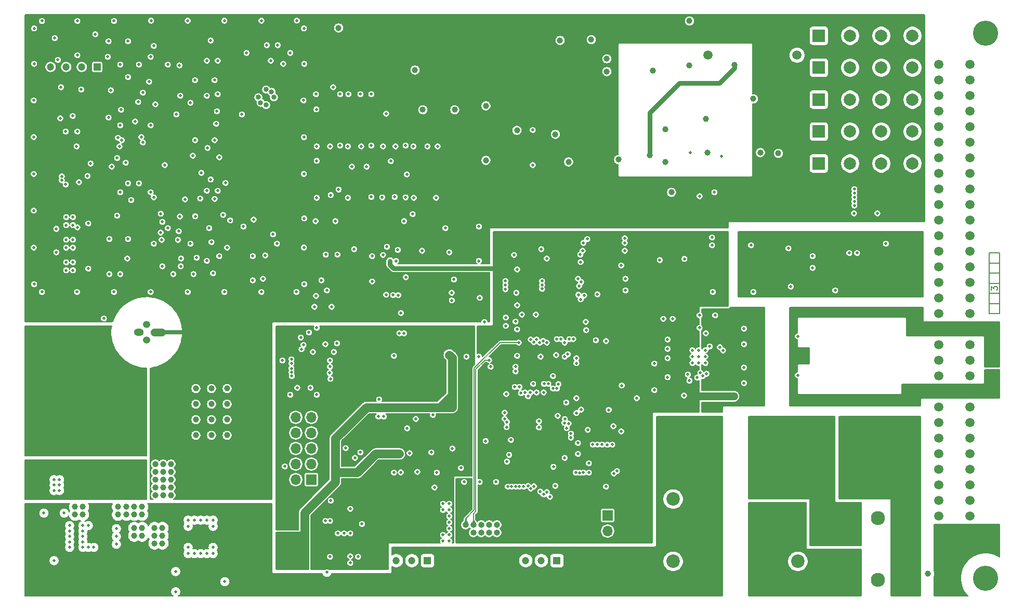
<source format=gbr>
G04 #@! TF.GenerationSoftware,KiCad,Pcbnew,5.1.5*
G04 #@! TF.CreationDate,2020-03-10T20:50:05+01:00*
G04 #@! TF.ProjectId,ETH1CDMM1,45544831-4344-44d4-9d31-2e6b69636164,rev?*
G04 #@! TF.SameCoordinates,Original*
G04 #@! TF.FileFunction,Copper,L3,Inr*
G04 #@! TF.FilePolarity,Positive*
%FSLAX46Y46*%
G04 Gerber Fmt 4.6, Leading zero omitted, Abs format (unit mm)*
G04 Created by KiCad (PCBNEW 5.1.5) date 2020-03-10 20:50:05*
%MOMM*%
%LPD*%
G04 APERTURE LIST*
%ADD10C,0.200000*%
%ADD11C,0.840000*%
%ADD12C,0.500000*%
%ADD13R,1.200000X1.200000*%
%ADD14C,1.200000*%
%ADD15O,1.200000X1.200000*%
%ADD16O,1.600000X1.200000*%
%ADD17C,1.500000*%
%ADD18C,2.200000*%
%ADD19C,2.300000*%
%ADD20C,2.000000*%
%ADD21R,2.000000X2.000000*%
%ADD22O,1.000000X1.000000*%
%ADD23R,1.000000X1.000000*%
%ADD24O,1.700000X1.700000*%
%ADD25R,1.700000X1.700000*%
%ADD26C,1.501140*%
%ADD27C,4.100000*%
%ADD28C,1.000000*%
%ADD29C,0.127000*%
%ADD30C,1.270000*%
%ADD31C,0.762000*%
%ADD32C,1.397000*%
%ADD33C,0.635000*%
%ADD34C,0.025400*%
G04 APERTURE END LIST*
D10*
X227988880Y-97488333D02*
X227988880Y-96869285D01*
X228369833Y-97202619D01*
X228369833Y-97059761D01*
X228417452Y-96964523D01*
X228465071Y-96916904D01*
X228560309Y-96869285D01*
X228798404Y-96869285D01*
X228893642Y-96916904D01*
X228941261Y-96964523D01*
X228988880Y-97059761D01*
X228988880Y-97345476D01*
X228941261Y-97440714D01*
X228893642Y-97488333D01*
D11*
X109855000Y-67310000D03*
X108966000Y-66929000D03*
X108585000Y-66040000D03*
X109855000Y-64770000D03*
X110744000Y-65151000D03*
X111125000Y-66040000D03*
D12*
X78401000Y-90566000D03*
X77301000Y-90566000D03*
X78401000Y-89266000D03*
X77301000Y-89266000D03*
X78401000Y-94249000D03*
X77301000Y-94249000D03*
X78401000Y-92949000D03*
X77301000Y-92949000D03*
D13*
X157226000Y-141605000D03*
D14*
X154686000Y-141605000D03*
X152146000Y-141605000D03*
D15*
X90424000Y-105664000D03*
X91694000Y-104394000D03*
X90424000Y-103124000D03*
D16*
X89154000Y-104394000D03*
D17*
X181864000Y-59182000D03*
X196342000Y-59182000D03*
D13*
X82359500Y-61087000D03*
D14*
X79819500Y-61087000D03*
X77279500Y-61087000D03*
X74739500Y-61087000D03*
D18*
X196469000Y-129032000D03*
X196469000Y-134112000D03*
X196469000Y-141732000D03*
X176149000Y-141732000D03*
X176149000Y-121412000D03*
X176149000Y-131572000D03*
D12*
X78401000Y-86883000D03*
X77301000Y-86883000D03*
X78401000Y-85583000D03*
X77301000Y-85583000D03*
D13*
X136144000Y-141605000D03*
D14*
X133604000Y-141605000D03*
X131064000Y-141605000D03*
D12*
X179290000Y-109381000D03*
X179290000Y-108331000D03*
X179290000Y-107281000D03*
X180340000Y-109381000D03*
X180340000Y-108331000D03*
X180340000Y-107281000D03*
X181390000Y-109381000D03*
X181390000Y-108331000D03*
X181390000Y-107281000D03*
D19*
X209514000Y-144700000D03*
X209514000Y-134700000D03*
X205014000Y-134700000D03*
X205014000Y-144700000D03*
D20*
X215138000Y-76835000D03*
X210058000Y-76835000D03*
X204978000Y-76835000D03*
D21*
X199898000Y-76835000D03*
D20*
X215138000Y-71628000D03*
X210058000Y-71628000D03*
X204978000Y-71628000D03*
D21*
X199898000Y-71628000D03*
D20*
X215138000Y-66421000D03*
X210058000Y-66421000D03*
X204978000Y-66421000D03*
D21*
X199898000Y-66421000D03*
D20*
X215138000Y-61214000D03*
X210058000Y-61214000D03*
X204978000Y-61214000D03*
D21*
X199898000Y-61214000D03*
D20*
X215138000Y-56007000D03*
X210058000Y-56007000D03*
X204978000Y-56007000D03*
D21*
X199898000Y-56007000D03*
D22*
X147447000Y-135763000D03*
X147447000Y-137033000D03*
X146177000Y-135763000D03*
X146177000Y-137033000D03*
X144907000Y-135763000D03*
X144907000Y-137033000D03*
X143637000Y-135763000D03*
X143637000Y-137033000D03*
X142367000Y-135763000D03*
D23*
X142367000Y-137033000D03*
D24*
X165481000Y-136779000D03*
D25*
X165481000Y-134239000D03*
D26*
X224540000Y-60630000D03*
X224540000Y-63170000D03*
X224540000Y-68250000D03*
X224540000Y-65710000D03*
X224540000Y-70790000D03*
X224540000Y-73330000D03*
X224540000Y-75870000D03*
X224540000Y-78410000D03*
X224540000Y-80950000D03*
X224540000Y-83490000D03*
X224540000Y-86030000D03*
X224540000Y-88570000D03*
X224540000Y-91110000D03*
X224540000Y-93650000D03*
X224540000Y-96190000D03*
X224540000Y-98730000D03*
X224540000Y-101270000D03*
X224540000Y-103810000D03*
X224540000Y-106350000D03*
X224540000Y-108890000D03*
X224540000Y-111430000D03*
X224540000Y-113970000D03*
X224540000Y-116510000D03*
X224540000Y-119050000D03*
X224540000Y-121590000D03*
X224540000Y-124130000D03*
X224540000Y-126670000D03*
X224540000Y-129210000D03*
X224540000Y-131750000D03*
X224540000Y-134290000D03*
X224540000Y-136830000D03*
X224540000Y-139370000D03*
X219460000Y-60630000D03*
X219460000Y-63170000D03*
X219460000Y-68250000D03*
X219460000Y-65710000D03*
X219460000Y-70790000D03*
X219460000Y-73330000D03*
X219460000Y-75870000D03*
X219460000Y-78410000D03*
X219460000Y-80950000D03*
X219460000Y-83490000D03*
X219460000Y-86030000D03*
X219460000Y-88570000D03*
X219460000Y-91110000D03*
X219460000Y-93650000D03*
X219460000Y-96190000D03*
X219460000Y-98730000D03*
X219460000Y-101270000D03*
X219460000Y-103810000D03*
X219460000Y-106350000D03*
X219460000Y-108890000D03*
X219460000Y-111430000D03*
X219460000Y-113970000D03*
X219460000Y-116510000D03*
X219460000Y-119050000D03*
X219460000Y-121590000D03*
X219460000Y-124130000D03*
X219460000Y-126670000D03*
X219460000Y-129210000D03*
X219460000Y-131750000D03*
X219460000Y-134290000D03*
X219460000Y-136830000D03*
X219460000Y-139370000D03*
D27*
X227080000Y-144450000D03*
X227080000Y-55550000D03*
D24*
X114681000Y-118237000D03*
X117221000Y-118237000D03*
X114681000Y-120777000D03*
X117221000Y-120777000D03*
X114681000Y-123317000D03*
X117221000Y-123317000D03*
X114681000Y-125857000D03*
X117221000Y-125857000D03*
X114681000Y-128397000D03*
D25*
X117221000Y-128397000D03*
D12*
X174561500Y-102171500D03*
X161671000Y-108204000D03*
X155956000Y-108204000D03*
X149479000Y-108204000D03*
X164084000Y-127381000D03*
X166497000Y-132588000D03*
X154559000Y-97917000D03*
X150622000Y-90805000D03*
X173990000Y-96647000D03*
X161417000Y-135382000D03*
X162433000Y-135382000D03*
X162433000Y-134366000D03*
X161417000Y-134366000D03*
X161417000Y-136398000D03*
X162433000Y-136398000D03*
X162433000Y-137414000D03*
X161417000Y-137414000D03*
X161417000Y-133350000D03*
X162433000Y-133350000D03*
X161417000Y-138430000D03*
X162433000Y-138430000D03*
X168402000Y-136906000D03*
X173355000Y-113157000D03*
D28*
X186055000Y-114808000D03*
D12*
X177673000Y-108076990D03*
X142113000Y-132080000D03*
X170053000Y-124841000D03*
X167894000Y-108966000D03*
X161544000Y-102108000D03*
X165100000Y-102743000D03*
X154559000Y-103886000D03*
X155574986Y-90678000D03*
X178816000Y-115824000D03*
X173482000Y-107823000D03*
X146431000Y-126238000D03*
X146431000Y-114935000D03*
X142240000Y-133350000D03*
X167640000Y-114300000D03*
X158242000Y-113030000D03*
X156861679Y-122571679D03*
X151892000Y-121920000D03*
X152908000Y-127127000D03*
X157607000Y-127254000D03*
X146304000Y-110617000D03*
X154237500Y-113030000D03*
X154178000Y-94488000D03*
X167892650Y-118974990D03*
X146431000Y-119955490D03*
X130048000Y-92760800D03*
X160714510Y-90424000D03*
X170307000Y-113982500D03*
X175260000Y-105537000D03*
X176085500Y-102171500D03*
X189865000Y-111379000D03*
X189865000Y-105029000D03*
X183261000Y-110109000D03*
X183261000Y-106045000D03*
X183515000Y-112903000D03*
X181864000Y-112903000D03*
D28*
X169545000Y-146558000D03*
X168275000Y-146558000D03*
X167005000Y-146558000D03*
X145161000Y-146685000D03*
X146431000Y-146685000D03*
X147701000Y-146685000D03*
X145161000Y-145161000D03*
D12*
X104648000Y-137668000D03*
X104648000Y-136652000D03*
X104648000Y-138684000D03*
X106299000Y-137668000D03*
D28*
X82804000Y-143256000D03*
X84074000Y-143256000D03*
X81407000Y-146812000D03*
X82804000Y-146812000D03*
X84074000Y-146812000D03*
D12*
X107950000Y-137668000D03*
X107950000Y-136652000D03*
X107950000Y-138684000D03*
D28*
X104521000Y-142875000D03*
X77597000Y-143256000D03*
D12*
X121539000Y-137160000D03*
X123571000Y-137160000D03*
D28*
X103505000Y-118618000D03*
X98425000Y-121158000D03*
X98425000Y-116078000D03*
X100965000Y-116078000D03*
X103505000Y-121158000D03*
X103505000Y-116078000D03*
X100965000Y-118618000D03*
X100965000Y-121158000D03*
X98425000Y-118618000D03*
X162814000Y-56642000D03*
X178816000Y-53594000D03*
X190373000Y-75057000D03*
X193294000Y-75184000D03*
X175895000Y-81534000D03*
X189230000Y-66294000D03*
D12*
X205613000Y-84963000D03*
X182626000Y-97790000D03*
X182499000Y-90170000D03*
X184023000Y-75691998D03*
D28*
X172847000Y-61722000D03*
D12*
X154686000Y-90805000D03*
X122555000Y-137160000D03*
X120396008Y-131826000D03*
X76200000Y-128397000D03*
X76200000Y-129286000D03*
X75311000Y-129286000D03*
X75311000Y-128397000D03*
X75311000Y-130175000D03*
X76200000Y-130175000D03*
D28*
X92964000Y-137541000D03*
X92964000Y-136271000D03*
X91694000Y-136271000D03*
X91694000Y-137541000D03*
X91694000Y-138811000D03*
X92964000Y-138811000D03*
D12*
X173101000Y-109474000D03*
X154559000Y-108331000D03*
X158496000Y-108331000D03*
X156591000Y-111506000D03*
X160401000Y-109414500D03*
X150495000Y-109982000D03*
X150495000Y-110744000D03*
X158496000Y-124841000D03*
X154305000Y-119888000D03*
X154305000Y-118872000D03*
X112903000Y-126238000D03*
X128142994Y-118110000D03*
X129032000Y-118110000D03*
X134493000Y-127127000D03*
X133223000Y-124079000D03*
X125222000Y-123952000D03*
X124333000Y-124841000D03*
X151511000Y-101473000D03*
X153797000Y-101473000D03*
X156654500Y-126301500D03*
X166427481Y-119691481D03*
X156972000Y-129413000D03*
X82042000Y-55753000D03*
X76454000Y-64389000D03*
X79756000Y-64770000D03*
X78359000Y-69088000D03*
X79121000Y-71628000D03*
X87884000Y-82804000D03*
X86106000Y-81534000D03*
X85598000Y-85344000D03*
X87376000Y-89154000D03*
X87249000Y-92329000D03*
X92964000Y-93599000D03*
X94742000Y-94869000D03*
X98552000Y-92202000D03*
X103505000Y-90551000D03*
X101219000Y-94742000D03*
X106172000Y-87122000D03*
X96647000Y-82677000D03*
X101981000Y-81280000D03*
X97917000Y-75565000D03*
X101473000Y-73025000D03*
X102235000Y-75819000D03*
X84074000Y-59436000D03*
X87376000Y-56896000D03*
X89154000Y-60706000D03*
X101981000Y-60071000D03*
X100838000Y-56769000D03*
X101473000Y-63246000D03*
X101981000Y-65532000D03*
X106680000Y-58801000D03*
X109982000Y-57531000D03*
X110617000Y-60071000D03*
X91567000Y-89916000D03*
X86106000Y-94869000D03*
X97536000Y-89916000D03*
X115951000Y-66548000D03*
X116014500Y-54800500D03*
X85090000Y-53594000D03*
X91122500Y-53540008D03*
X97091500Y-53539992D03*
X109093000Y-53539996D03*
X116014500Y-72540000D03*
X116014500Y-78539986D03*
X116014500Y-90540000D03*
X114808000Y-97790000D03*
X109093000Y-97790000D03*
X103060500Y-97790000D03*
X97091500Y-97790000D03*
X91059000Y-97790000D03*
X85090000Y-97790000D03*
X83439000Y-102108000D03*
X79057500Y-97790000D03*
X73342500Y-97790000D03*
X72009000Y-90551000D03*
X72009000Y-84518500D03*
X72009000Y-78549500D03*
X72009000Y-72517000D03*
X72009000Y-66548000D03*
X72072500Y-60579000D03*
X72072500Y-54800500D03*
X79121000Y-53594000D03*
X73342500Y-53594000D03*
X114871500Y-53530500D03*
X116078000Y-96520000D03*
X72072500Y-96520000D03*
X89789000Y-73406000D03*
X88519000Y-69977000D03*
X89027000Y-66802000D03*
X75946000Y-59944000D03*
X81280000Y-76835000D03*
D28*
X134112000Y-61595000D03*
D12*
X80899000Y-93980000D03*
X86995000Y-76708000D03*
X103060500Y-53539997D03*
X120205500Y-110998000D03*
X132613400Y-95377000D03*
X131383571Y-98302000D03*
X140106400Y-99161600D03*
D28*
X150723600Y-71424800D03*
D12*
X121158000Y-86233000D03*
X117983000Y-98425000D03*
X87376000Y-80077490D03*
D28*
X159130999Y-76581000D03*
X167259000Y-76200000D03*
X145669000Y-76327000D03*
D12*
X148971000Y-114427000D03*
X149034500Y-119824500D03*
X149442000Y-124359500D03*
X170243500Y-115121500D03*
X79375000Y-79883000D03*
X101473000Y-82613498D03*
X100838000Y-79438500D03*
X119570500Y-91694000D03*
X116078000Y-85788500D03*
X116078000Y-60579000D03*
X111633000Y-89916000D03*
X109347000Y-95631000D03*
X121412000Y-106172000D03*
X119507000Y-106299000D03*
X122809000Y-123257490D03*
X116840000Y-104394000D03*
D28*
X121666000Y-54737000D03*
X140589000Y-68072000D03*
D12*
X93853000Y-87376000D03*
D28*
X98425000Y-113538000D03*
X100965000Y-113538000D03*
X103505000Y-113538000D03*
D12*
X123571000Y-140906500D03*
X99187000Y-135001000D03*
X98171000Y-135001000D03*
X97155000Y-135001000D03*
X100203000Y-135001000D03*
X97155000Y-136017000D03*
X101219000Y-135001000D03*
X101219000Y-136017000D03*
X85471000Y-137668000D03*
X85471000Y-136398000D03*
X85471000Y-138938000D03*
D28*
X88392000Y-136271000D03*
X89662000Y-136271000D03*
X89662000Y-137541000D03*
X88392000Y-137541000D03*
D12*
X123571000Y-133159500D03*
X120269000Y-135128000D03*
X119514989Y-135128000D03*
X73660000Y-133858000D03*
X76962000Y-133858000D03*
D28*
X87122000Y-132842000D03*
X88392000Y-132842000D03*
X89662000Y-132842000D03*
X89662000Y-134112000D03*
X88392000Y-134112000D03*
X87122000Y-134112000D03*
X85725000Y-132842000D03*
X85725000Y-134112000D03*
X80010000Y-134112000D03*
X80010000Y-132842000D03*
X78740000Y-132842000D03*
X78740000Y-134112000D03*
X80518000Y-116078000D03*
X83058000Y-118618000D03*
X83058000Y-116078000D03*
X83058000Y-121158000D03*
X77978000Y-121158000D03*
X77978000Y-116078000D03*
X77978000Y-118618000D03*
X80518000Y-118618000D03*
X80518000Y-121158000D03*
X83058000Y-113538000D03*
X80518000Y-113538000D03*
X77978000Y-113538000D03*
D12*
X150622000Y-97917000D03*
X209423000Y-84963000D03*
X182499000Y-88900000D03*
X173990000Y-92583000D03*
X139700000Y-135382000D03*
X139700000Y-134366000D03*
X139700000Y-133350000D03*
X139700000Y-132334000D03*
X139700000Y-136398000D03*
X139700000Y-137414000D03*
X139700000Y-138430000D03*
X138684000Y-138430000D03*
X138684000Y-137414000D03*
X138684000Y-132334000D03*
X138684000Y-133350000D03*
D28*
X174879000Y-76581000D03*
X165354000Y-61848992D03*
D12*
X150749000Y-103886000D03*
X98044000Y-94869000D03*
X75438000Y-56388000D03*
X112649000Y-60579000D03*
X115505038Y-105218851D03*
X120777000Y-64389000D03*
X130936998Y-74041000D03*
X136144000Y-74041000D03*
X125222004Y-65532000D03*
X153289000Y-77089000D03*
X120269000Y-74041000D03*
X125349008Y-74041000D03*
X130810000Y-82296000D03*
X99123500Y-82550000D03*
X91567000Y-82359500D03*
X118110000Y-103632000D03*
X102870000Y-85217000D03*
X120396000Y-81978500D03*
X161099500Y-92900492D03*
X127762000Y-127254000D03*
X133223000Y-127254000D03*
X140716000Y-127381000D03*
X141478000Y-118999000D03*
X141478000Y-112903000D03*
X133731000Y-108331000D03*
X129540000Y-108331000D03*
X122809000Y-124333000D03*
X137033000Y-119634000D03*
X137033000Y-123190000D03*
X133350000Y-121920000D03*
X111760000Y-135636000D03*
X111760000Y-134620000D03*
X111760000Y-133604000D03*
X112776000Y-135636000D03*
X112776000Y-134620000D03*
X112776000Y-133604000D03*
X124460000Y-116840000D03*
X131826000Y-112141000D03*
X123952000Y-120777000D03*
X135636000Y-124079000D03*
X122555000Y-111760000D03*
X121539000Y-105156000D03*
X117602000Y-104520992D03*
X139700000Y-108077000D03*
X111760000Y-142494000D03*
X111760000Y-141478000D03*
X111760000Y-140462000D03*
X112776000Y-140462000D03*
X112776000Y-141478000D03*
X112776000Y-142494000D03*
X124714000Y-127254000D03*
X131572000Y-124206000D03*
X122809000Y-120015000D03*
X140157200Y-116636794D03*
D28*
X108712000Y-129667000D03*
X107442000Y-128397000D03*
X109982000Y-130937000D03*
X109982000Y-129667000D03*
X107442000Y-130937000D03*
X109982000Y-128397000D03*
X108712000Y-128397000D03*
X108712000Y-127127000D03*
X107442000Y-129667000D03*
X108712000Y-125857000D03*
X109982000Y-125857000D03*
X109982000Y-127127000D03*
X107442000Y-125857000D03*
X107442000Y-127127000D03*
X108712000Y-130937000D03*
X178689000Y-82550000D03*
D12*
X89027000Y-56896000D03*
X103124000Y-73025000D03*
X80137000Y-69088000D03*
X86106000Y-82804000D03*
X87376000Y-85344000D03*
X92964000Y-94869000D03*
X105283000Y-90424000D03*
X105283000Y-91694000D03*
X108712000Y-60071000D03*
X103251000Y-63246000D03*
X103124000Y-57531000D03*
X89027000Y-74294992D03*
X103251000Y-78740000D03*
X122809000Y-86233000D03*
X127127000Y-85598000D03*
X122682000Y-94996000D03*
X80391000Y-80077490D03*
X145927000Y-96774000D03*
X96139000Y-86868000D03*
X130048000Y-96900992D03*
D28*
X88392000Y-129667000D03*
X87122000Y-128397000D03*
X89662000Y-130937000D03*
X89662000Y-129667000D03*
X87122000Y-130937000D03*
X89662000Y-128397000D03*
X88392000Y-128397000D03*
X88392000Y-127127000D03*
X87122000Y-129667000D03*
X88392000Y-125857000D03*
X89662000Y-125857000D03*
X89662000Y-127127000D03*
X87122000Y-125857000D03*
X87122000Y-127127000D03*
X88392000Y-130937000D03*
X181737000Y-75057000D03*
D12*
X77216000Y-71628000D03*
X85979000Y-74041000D03*
X84328000Y-89154000D03*
X100203000Y-81280000D03*
X86106000Y-70612000D03*
X86106000Y-60706000D03*
X100203000Y-60071000D03*
X100203000Y-65786000D03*
X111760000Y-57531000D03*
X77216000Y-80264000D03*
X84328000Y-94869000D03*
X96012000Y-92329000D03*
X92964000Y-86360000D03*
X104013000Y-86109990D03*
X131318000Y-90932000D03*
X119761000Y-97536000D03*
X124206000Y-90805000D03*
X89154000Y-80077490D03*
X189230000Y-97790000D03*
X188849000Y-90170000D03*
X206121000Y-91440000D03*
X188976000Y-88900000D03*
X198882000Y-90043000D03*
X189230000Y-96520000D03*
X100203000Y-92710000D03*
X100965012Y-89662000D03*
X79121000Y-59182000D03*
X160291276Y-127248809D03*
X160917520Y-127279821D03*
X150749000Y-108204000D03*
X165227000Y-129540000D03*
X180086000Y-111760000D03*
X161544000Y-127254000D03*
X181483000Y-104521000D03*
X180467000Y-103632000D03*
X180467000Y-101600000D03*
X183007000Y-101600000D03*
X211963000Y-143764000D03*
X211963000Y-142494000D03*
X211963000Y-141224000D03*
X211963000Y-145034000D03*
X211963000Y-146304000D03*
X216154000Y-143764000D03*
X216154000Y-142494000D03*
X216154000Y-145034000D03*
X216154000Y-146304000D03*
X216154000Y-141224000D03*
D28*
X207010000Y-120269000D03*
X207010000Y-118999000D03*
X207010000Y-121539000D03*
X213360000Y-119888000D03*
D12*
X198882000Y-91948000D03*
X198882000Y-93853000D03*
X204851000Y-91440000D03*
X202565000Y-97536000D03*
X113792000Y-114554000D03*
X118110000Y-114554000D03*
X142494000Y-108331000D03*
X107696000Y-91948000D03*
D28*
X181482992Y-69596000D03*
D12*
X182880000Y-81534000D03*
X153289000Y-71374000D03*
X168275000Y-91059000D03*
D28*
X174879000Y-71247000D03*
D12*
X168275000Y-89027000D03*
X168275000Y-89789000D03*
D28*
X165354000Y-59753500D03*
D12*
X127127000Y-91948000D03*
X127127000Y-96075500D03*
X129540000Y-90424000D03*
X144526000Y-87122000D03*
X144526000Y-92714000D03*
X142113000Y-128778000D03*
X144653000Y-128778004D03*
X147320000Y-128778000D03*
X140208000Y-123317000D03*
X137033000Y-117856000D03*
X132842000Y-120015000D03*
X134238992Y-118491000D03*
X137668000Y-127254000D03*
X137287000Y-129667000D03*
X136779000Y-123952000D03*
X146179491Y-108914483D03*
X151003000Y-106045000D03*
D28*
X145669000Y-67437000D03*
X172339000Y-75501500D03*
X186182000Y-60769500D03*
X157734000Y-56769000D03*
D12*
X187706008Y-103759000D03*
X187706000Y-106299000D03*
X187706000Y-110109000D03*
X183757834Y-106795834D03*
X187706000Y-112649000D03*
X184288166Y-107326166D03*
X196469000Y-111379000D03*
X196469000Y-105028986D03*
X95758000Y-60833000D03*
X91821000Y-67183000D03*
X93853000Y-60706000D03*
X98277000Y-63246000D03*
X95885000Y-65786000D03*
X90805000Y-63500000D03*
X86233000Y-68072000D03*
X95250000Y-68830000D03*
X85598020Y-75946000D03*
X144653000Y-98742500D03*
X140081000Y-97917000D03*
X135255000Y-91059000D03*
X140462000Y-95758000D03*
X139700000Y-91313000D03*
X139065000Y-87376000D03*
X175260000Y-108585000D03*
X175260000Y-107061000D03*
X175260000Y-111692521D03*
X166497000Y-127381000D03*
X177927000Y-114681000D03*
X178816000Y-112268000D03*
X167005000Y-127000000D03*
X173101000Y-113792000D03*
X182118000Y-106680000D03*
X120269000Y-140970000D03*
X119761000Y-143510000D03*
X123571000Y-141986000D03*
X124841000Y-140970000D03*
X125476000Y-135636000D03*
X177990500Y-92392500D03*
X194945000Y-90678000D03*
X195326000Y-96901000D03*
X117475000Y-107569000D03*
X115633500Y-107124500D03*
X107823000Y-85978982D03*
X120269000Y-109982000D03*
X95504000Y-89281000D03*
X113982489Y-108783497D03*
X113982500Y-109410500D03*
X95821500Y-85471000D03*
X120332500Y-111950500D03*
X92837000Y-89281000D03*
X113982500Y-110243997D03*
X113982500Y-110871000D03*
X92709992Y-85026500D03*
X95948500Y-93599000D03*
X112522000Y-108966000D03*
X109728000Y-91821000D03*
X114046000Y-111506000D03*
X100330000Y-74295000D03*
X107696000Y-95885000D03*
X98298000Y-73025000D03*
X101727000Y-70358000D03*
D28*
X178816000Y-60833000D03*
D12*
X180467000Y-82169000D03*
X178943000Y-75057000D03*
D28*
X156972000Y-72085200D03*
D12*
X130175000Y-76454000D03*
X132778500Y-78613000D03*
X129413000Y-68707000D03*
X128778000Y-82359500D03*
X133858000Y-74041000D03*
X128905000Y-74041000D03*
X117983000Y-65532000D03*
X123253500Y-65532000D03*
X126238000Y-77343000D03*
X118110000Y-74041000D03*
X123190000Y-74041000D03*
X118110000Y-82423000D03*
X91059000Y-59436000D03*
X84201000Y-69342000D03*
X91059000Y-70612000D03*
X87376000Y-62738000D03*
X144526000Y-108331000D03*
X76327000Y-69469000D03*
X78994000Y-74041000D03*
X84709000Y-77343000D03*
X150749000Y-99949000D03*
X91567000Y-57658000D03*
X101854006Y-68326000D03*
X155067000Y-130810000D03*
X131013200Y-92714000D03*
X132334000Y-86233000D03*
X146431000Y-109982000D03*
X145415000Y-102679500D03*
X153480643Y-105980357D03*
X150241000Y-91757500D03*
X153924000Y-105537000D03*
X155575000Y-92329000D03*
X152527000Y-129413000D03*
X152970357Y-129856357D03*
X153481631Y-129493410D03*
X161984510Y-104013000D03*
X145619284Y-122096725D03*
X181602001Y-111125000D03*
X149098000Y-118999000D03*
X180975000Y-111506000D03*
X148717000Y-118491000D03*
X180594000Y-110998000D03*
X148717000Y-117475000D03*
X162433000Y-127254000D03*
X178562000Y-111252000D03*
X141605000Y-126492000D03*
X162433000Y-125730000D03*
X80899000Y-86614000D03*
X95631000Y-87884000D03*
X79121000Y-87249000D03*
X92684928Y-88111291D03*
X75692000Y-91313000D03*
X75688500Y-87499500D03*
X168402000Y-97536000D03*
X151757003Y-129540000D03*
X168402000Y-95631000D03*
X151130000Y-129540000D03*
X149860000Y-129540000D03*
X167703500Y-93472000D03*
X163830000Y-98171000D03*
X150495000Y-129540000D03*
X160655000Y-95631000D03*
X149225000Y-129540000D03*
X118110000Y-76390500D03*
X118046500Y-68008500D03*
X91059000Y-81534000D03*
X113792000Y-58801000D03*
X152971500Y-105537000D03*
X84582000Y-64897000D03*
X89789000Y-65277966D03*
X154813000Y-96647000D03*
X154993225Y-105764388D03*
X154813000Y-96012000D03*
X155575000Y-106045000D03*
X154813000Y-97282000D03*
X154432510Y-106045000D03*
X154513730Y-130350176D03*
X128905000Y-91757500D03*
X156083000Y-131191000D03*
X130556000Y-98298000D03*
X155567255Y-130431994D03*
X129413000Y-98234500D03*
X205676500Y-83693000D03*
X165227000Y-105791000D03*
X159885003Y-105473500D03*
X205676500Y-83058000D03*
X159258000Y-105473500D03*
X205676500Y-82359500D03*
X157861000Y-105473500D03*
X205676500Y-81661000D03*
X157226000Y-105473500D03*
X205676500Y-81026000D03*
X163576000Y-105664000D03*
X161925000Y-102653000D03*
X152019000Y-114173000D03*
X152908000Y-114173000D03*
X153924000Y-114173000D03*
X155066994Y-114173000D03*
X156591000Y-113538000D03*
X157226000Y-113538000D03*
X167779911Y-113038490D03*
X149094356Y-125448980D03*
X157099000Y-108077000D03*
X160655000Y-122428000D03*
X149733000Y-121920000D03*
X160655000Y-124206000D03*
X163068000Y-122682000D03*
X163830000Y-122682000D03*
X164592000Y-122682000D03*
X165442000Y-122702000D03*
X166243000Y-122682000D03*
X159512000Y-121539000D03*
X159512000Y-120904000D03*
X159131000Y-119253000D03*
X158439183Y-119139453D03*
X158504431Y-118515845D03*
X165665481Y-117024481D03*
X158480026Y-106043833D03*
X159004000Y-107950000D03*
X157353000Y-117983000D03*
X167699500Y-120523000D03*
X161163000Y-116967000D03*
X162246490Y-120269000D03*
X160401000Y-117542500D03*
X158750000Y-115824000D03*
X157480000Y-112827806D03*
X155829000Y-112776000D03*
X155126510Y-112776000D03*
X153356490Y-112776026D03*
X151384000Y-114300000D03*
X151130000Y-113284000D03*
X150368000Y-113284000D03*
X160401000Y-108585000D03*
X160401000Y-115121500D03*
X158826611Y-119983785D03*
X152527000Y-114808000D03*
X130683000Y-127254000D03*
X131803818Y-127206385D03*
X131572000Y-104520988D03*
X132334000Y-104521000D03*
X130683000Y-108204000D03*
D28*
X217678000Y-143764000D03*
D12*
X121920000Y-73914000D03*
X160845500Y-96837500D03*
X132588000Y-73914020D03*
X161417000Y-91059000D03*
X161671000Y-98361500D03*
X121666000Y-81089500D03*
X127000000Y-73914000D03*
X161036000Y-91694000D03*
X161544000Y-89789000D03*
X137795000Y-74041000D03*
X160718500Y-98234500D03*
X132588000Y-82359500D03*
X161099500Y-98996500D03*
X137541000Y-82423000D03*
X121919996Y-65532000D03*
X161170071Y-96178929D03*
X162179000Y-89154000D03*
X127000000Y-65532000D03*
X210820000Y-89916000D03*
X103124000Y-145034000D03*
X75311000Y-141605000D03*
X99187000Y-140462000D03*
X100203000Y-140462000D03*
X98171000Y-140462000D03*
X97155000Y-140462000D03*
X97155000Y-139446000D03*
X101219000Y-140462000D03*
X101219000Y-139446000D03*
X80010000Y-137668000D03*
X80010000Y-136779000D03*
X80010000Y-135890000D03*
X80899000Y-135890000D03*
X80010000Y-138557000D03*
X80010000Y-139446000D03*
X80899000Y-139446000D03*
X81788000Y-139446000D03*
X77851000Y-137668000D03*
X77851000Y-136779000D03*
X77851000Y-135890000D03*
X77851000Y-138557000D03*
X77851000Y-139446000D03*
X150749000Y-94107000D03*
X80772000Y-78867000D03*
X150495000Y-102616000D03*
X76580355Y-79574349D03*
X148905279Y-101959029D03*
X148907500Y-103314500D03*
X76581000Y-78930500D03*
X85725000Y-72644000D03*
X148844000Y-97345500D03*
X89535000Y-72517000D03*
X148844000Y-96647000D03*
X86360000Y-73025000D03*
X148844000Y-96012000D03*
X127000000Y-82296000D03*
X114935000Y-113411000D03*
X128270000Y-115315996D03*
X120269000Y-108966000D03*
X99314000Y-78359000D03*
X98309204Y-85438001D03*
X103251000Y-80010000D03*
X100584010Y-87376000D03*
X121479489Y-91694000D03*
X93345000Y-77089000D03*
X105918000Y-68834000D03*
X97536000Y-66929000D03*
X84201000Y-56896000D03*
X95123000Y-146685000D03*
D28*
X91821000Y-125857000D03*
X94361000Y-125857000D03*
X94361000Y-128397000D03*
X91821000Y-128397000D03*
X91821000Y-130937000D03*
X94361000Y-130937000D03*
X94361000Y-129667000D03*
X93091000Y-129667000D03*
X91821000Y-129667000D03*
X91821000Y-127127000D03*
X93091000Y-127127000D03*
X94361000Y-127127000D03*
X93091000Y-125857000D03*
X93091000Y-128397000D03*
X93091000Y-130937000D03*
D12*
X95123000Y-143383000D03*
D28*
X135382000Y-68072000D03*
D12*
X133921500Y-82423000D03*
X123825000Y-77343000D03*
X123190000Y-82423000D03*
X117094000Y-113411000D03*
X115951000Y-106426000D03*
X102235000Y-91948000D03*
X110998000Y-88392000D03*
X120904000Y-107569000D03*
X133731000Y-85090000D03*
X118872000Y-95885000D03*
X120523000Y-100203000D03*
X117729000Y-100203000D03*
X131826000Y-101219000D03*
X117919522Y-86233000D03*
D29*
X227647500Y-91440000D02*
X229298500Y-91440000D01*
X227647500Y-93091000D02*
X229298500Y-93091000D01*
X229298500Y-101346000D02*
X227647500Y-101346000D01*
X227647500Y-91440000D02*
X227647500Y-101346000D01*
X227647500Y-98044000D02*
X229298500Y-98044000D01*
X227647500Y-96393000D02*
X229298500Y-96393000D01*
X227647500Y-94742000D02*
X229298500Y-94742000D01*
X229298500Y-91440000D02*
X229298500Y-101346000D01*
X227647500Y-99695000D02*
X229298500Y-99695000D01*
D30*
X186055000Y-114808000D02*
X179451000Y-114808000D01*
D31*
X130619500Y-93916500D02*
X147320000Y-93916500D01*
X130048000Y-92760800D02*
X130048000Y-93345000D01*
X130048000Y-93345000D02*
X130619500Y-93916500D01*
D32*
X121285000Y-127254000D02*
X121158000Y-127381000D01*
X124714000Y-127254000D02*
X121285000Y-127254000D01*
X122047000Y-120777000D02*
X122809000Y-120015000D01*
X121158000Y-127381000D02*
X121158000Y-121666000D01*
X121158000Y-121666000D02*
X122047000Y-120777000D01*
X127762000Y-124206000D02*
X131572000Y-124206000D01*
X124714000Y-127254000D02*
X127762000Y-124206000D01*
X139803647Y-116636794D02*
X140157200Y-116636794D01*
X139700000Y-108077000D02*
X140157200Y-108534200D01*
X122809000Y-120015000D02*
X126187206Y-116636794D01*
X140157200Y-114655600D02*
X138176000Y-116636800D01*
X140157200Y-114452400D02*
X140157200Y-114655600D01*
X140157200Y-108534200D02*
X140157200Y-114452400D01*
X140157200Y-114452400D02*
X140157200Y-116636794D01*
X138176000Y-116636800D02*
X139803647Y-116636794D01*
X126187206Y-116636794D02*
X138176000Y-116636800D01*
X121158000Y-128778000D02*
X121158000Y-127381000D01*
X114935000Y-139319000D02*
X114935000Y-138557000D01*
X114935000Y-138557000D02*
X116128800Y-137363200D01*
X116128800Y-137363200D02*
X116128800Y-133807200D01*
X112776000Y-141478000D02*
X114935000Y-139319000D01*
X116128800Y-133807200D02*
X121158000Y-128778000D01*
D30*
X91694000Y-104394000D02*
X92837000Y-104394000D01*
D33*
X92837000Y-104394000D02*
X96520000Y-104394000D01*
D29*
X143637000Y-133985000D02*
X143637000Y-135763000D01*
X144018000Y-133604000D02*
X143637000Y-133985000D01*
X146179491Y-108914483D02*
X145466517Y-108914483D01*
X144018000Y-110363000D02*
X144018000Y-133604000D01*
X145466517Y-108914483D02*
X144018000Y-110363000D01*
X143764000Y-110236000D02*
X147955000Y-106045000D01*
X147955000Y-106045000D02*
X151003000Y-106045000D01*
X142367000Y-135763000D02*
X142367000Y-134747000D01*
X143764000Y-133350000D02*
X143764000Y-110236000D01*
X142367000Y-134747000D02*
X143764000Y-133350000D01*
D31*
X172339000Y-75501500D02*
X172339000Y-68580000D01*
X172339000Y-68580000D02*
X177165000Y-63754000D01*
X177165000Y-63754000D02*
X183705500Y-63754000D01*
X183705500Y-63754000D02*
X186182000Y-61277500D01*
X186182000Y-61277500D02*
X186182000Y-60769500D01*
D29*
G36*
X216852500Y-88037302D02*
G01*
X216852500Y-98525698D01*
X216762698Y-98615500D01*
X186843302Y-98615500D01*
X186753500Y-98525698D01*
X186753500Y-97734106D01*
X188662500Y-97734106D01*
X188662500Y-97845894D01*
X188684309Y-97955534D01*
X188727088Y-98058812D01*
X188789194Y-98151760D01*
X188868240Y-98230806D01*
X188961188Y-98292912D01*
X189064466Y-98335691D01*
X189174106Y-98357500D01*
X189285894Y-98357500D01*
X189395534Y-98335691D01*
X189498812Y-98292912D01*
X189591760Y-98230806D01*
X189670806Y-98151760D01*
X189732912Y-98058812D01*
X189775691Y-97955534D01*
X189797500Y-97845894D01*
X189797500Y-97734106D01*
X189775691Y-97624466D01*
X189732912Y-97521188D01*
X189705462Y-97480106D01*
X201997500Y-97480106D01*
X201997500Y-97591894D01*
X202019309Y-97701534D01*
X202062088Y-97804812D01*
X202124194Y-97897760D01*
X202203240Y-97976806D01*
X202296188Y-98038912D01*
X202399466Y-98081691D01*
X202509106Y-98103500D01*
X202620894Y-98103500D01*
X202730534Y-98081691D01*
X202833812Y-98038912D01*
X202926760Y-97976806D01*
X203005806Y-97897760D01*
X203067912Y-97804812D01*
X203110691Y-97701534D01*
X203132500Y-97591894D01*
X203132500Y-97480106D01*
X203110691Y-97370466D01*
X203067912Y-97267188D01*
X203005806Y-97174240D01*
X202926760Y-97095194D01*
X202833812Y-97033088D01*
X202730534Y-96990309D01*
X202620894Y-96968500D01*
X202509106Y-96968500D01*
X202399466Y-96990309D01*
X202296188Y-97033088D01*
X202203240Y-97095194D01*
X202124194Y-97174240D01*
X202062088Y-97267188D01*
X202019309Y-97370466D01*
X201997500Y-97480106D01*
X189705462Y-97480106D01*
X189670806Y-97428240D01*
X189591760Y-97349194D01*
X189498812Y-97287088D01*
X189395534Y-97244309D01*
X189285894Y-97222500D01*
X189174106Y-97222500D01*
X189064466Y-97244309D01*
X188961188Y-97287088D01*
X188868240Y-97349194D01*
X188789194Y-97428240D01*
X188727088Y-97521188D01*
X188684309Y-97624466D01*
X188662500Y-97734106D01*
X186753500Y-97734106D01*
X186753500Y-96845106D01*
X194758500Y-96845106D01*
X194758500Y-96956894D01*
X194780309Y-97066534D01*
X194823088Y-97169812D01*
X194885194Y-97262760D01*
X194964240Y-97341806D01*
X195057188Y-97403912D01*
X195160466Y-97446691D01*
X195270106Y-97468500D01*
X195381894Y-97468500D01*
X195491534Y-97446691D01*
X195594812Y-97403912D01*
X195687760Y-97341806D01*
X195766806Y-97262760D01*
X195828912Y-97169812D01*
X195871691Y-97066534D01*
X195893500Y-96956894D01*
X195893500Y-96845106D01*
X195871691Y-96735466D01*
X195828912Y-96632188D01*
X195766806Y-96539240D01*
X195687760Y-96460194D01*
X195594812Y-96398088D01*
X195491534Y-96355309D01*
X195381894Y-96333500D01*
X195270106Y-96333500D01*
X195160466Y-96355309D01*
X195057188Y-96398088D01*
X194964240Y-96460194D01*
X194885194Y-96539240D01*
X194823088Y-96632188D01*
X194780309Y-96735466D01*
X194758500Y-96845106D01*
X186753500Y-96845106D01*
X186753500Y-93797106D01*
X198314500Y-93797106D01*
X198314500Y-93908894D01*
X198336309Y-94018534D01*
X198379088Y-94121812D01*
X198441194Y-94214760D01*
X198520240Y-94293806D01*
X198613188Y-94355912D01*
X198716466Y-94398691D01*
X198826106Y-94420500D01*
X198937894Y-94420500D01*
X199047534Y-94398691D01*
X199150812Y-94355912D01*
X199243760Y-94293806D01*
X199322806Y-94214760D01*
X199384912Y-94121812D01*
X199427691Y-94018534D01*
X199449500Y-93908894D01*
X199449500Y-93797106D01*
X199427691Y-93687466D01*
X199384912Y-93584188D01*
X199322806Y-93491240D01*
X199243760Y-93412194D01*
X199150812Y-93350088D01*
X199047534Y-93307309D01*
X198937894Y-93285500D01*
X198826106Y-93285500D01*
X198716466Y-93307309D01*
X198613188Y-93350088D01*
X198520240Y-93412194D01*
X198441194Y-93491240D01*
X198379088Y-93584188D01*
X198336309Y-93687466D01*
X198314500Y-93797106D01*
X186753500Y-93797106D01*
X186753500Y-91892106D01*
X198314500Y-91892106D01*
X198314500Y-92003894D01*
X198336309Y-92113534D01*
X198379088Y-92216812D01*
X198441194Y-92309760D01*
X198520240Y-92388806D01*
X198613188Y-92450912D01*
X198716466Y-92493691D01*
X198826106Y-92515500D01*
X198937894Y-92515500D01*
X199047534Y-92493691D01*
X199150812Y-92450912D01*
X199243760Y-92388806D01*
X199322806Y-92309760D01*
X199384912Y-92216812D01*
X199427691Y-92113534D01*
X199449500Y-92003894D01*
X199449500Y-91892106D01*
X199427691Y-91782466D01*
X199384912Y-91679188D01*
X199322806Y-91586240D01*
X199243760Y-91507194D01*
X199150812Y-91445088D01*
X199047534Y-91402309D01*
X198956023Y-91384106D01*
X204283500Y-91384106D01*
X204283500Y-91495894D01*
X204305309Y-91605534D01*
X204348088Y-91708812D01*
X204410194Y-91801760D01*
X204489240Y-91880806D01*
X204582188Y-91942912D01*
X204685466Y-91985691D01*
X204795106Y-92007500D01*
X204906894Y-92007500D01*
X205016534Y-91985691D01*
X205119812Y-91942912D01*
X205212760Y-91880806D01*
X205291806Y-91801760D01*
X205353912Y-91708812D01*
X205396691Y-91605534D01*
X205418500Y-91495894D01*
X205418500Y-91384106D01*
X205553500Y-91384106D01*
X205553500Y-91495894D01*
X205575309Y-91605534D01*
X205618088Y-91708812D01*
X205680194Y-91801760D01*
X205759240Y-91880806D01*
X205852188Y-91942912D01*
X205955466Y-91985691D01*
X206065106Y-92007500D01*
X206176894Y-92007500D01*
X206286534Y-91985691D01*
X206389812Y-91942912D01*
X206482760Y-91880806D01*
X206561806Y-91801760D01*
X206623912Y-91708812D01*
X206666691Y-91605534D01*
X206688500Y-91495894D01*
X206688500Y-91384106D01*
X206666691Y-91274466D01*
X206623912Y-91171188D01*
X206561806Y-91078240D01*
X206482760Y-90999194D01*
X206389812Y-90937088D01*
X206286534Y-90894309D01*
X206176894Y-90872500D01*
X206065106Y-90872500D01*
X205955466Y-90894309D01*
X205852188Y-90937088D01*
X205759240Y-90999194D01*
X205680194Y-91078240D01*
X205618088Y-91171188D01*
X205575309Y-91274466D01*
X205553500Y-91384106D01*
X205418500Y-91384106D01*
X205396691Y-91274466D01*
X205353912Y-91171188D01*
X205291806Y-91078240D01*
X205212760Y-90999194D01*
X205119812Y-90937088D01*
X205016534Y-90894309D01*
X204906894Y-90872500D01*
X204795106Y-90872500D01*
X204685466Y-90894309D01*
X204582188Y-90937088D01*
X204489240Y-90999194D01*
X204410194Y-91078240D01*
X204348088Y-91171188D01*
X204305309Y-91274466D01*
X204283500Y-91384106D01*
X198956023Y-91384106D01*
X198937894Y-91380500D01*
X198826106Y-91380500D01*
X198716466Y-91402309D01*
X198613188Y-91445088D01*
X198520240Y-91507194D01*
X198441194Y-91586240D01*
X198379088Y-91679188D01*
X198336309Y-91782466D01*
X198314500Y-91892106D01*
X186753500Y-91892106D01*
X186753500Y-90114106D01*
X188281500Y-90114106D01*
X188281500Y-90225894D01*
X188303309Y-90335534D01*
X188346088Y-90438812D01*
X188408194Y-90531760D01*
X188487240Y-90610806D01*
X188580188Y-90672912D01*
X188683466Y-90715691D01*
X188793106Y-90737500D01*
X188904894Y-90737500D01*
X189014534Y-90715691D01*
X189117812Y-90672912D01*
X189193848Y-90622106D01*
X194377500Y-90622106D01*
X194377500Y-90733894D01*
X194399309Y-90843534D01*
X194442088Y-90946812D01*
X194504194Y-91039760D01*
X194583240Y-91118806D01*
X194676188Y-91180912D01*
X194779466Y-91223691D01*
X194889106Y-91245500D01*
X195000894Y-91245500D01*
X195110534Y-91223691D01*
X195213812Y-91180912D01*
X195306760Y-91118806D01*
X195385806Y-91039760D01*
X195447912Y-90946812D01*
X195490691Y-90843534D01*
X195512500Y-90733894D01*
X195512500Y-90622106D01*
X195490691Y-90512466D01*
X195447912Y-90409188D01*
X195385806Y-90316240D01*
X195306760Y-90237194D01*
X195213812Y-90175088D01*
X195110534Y-90132309D01*
X195000894Y-90110500D01*
X194889106Y-90110500D01*
X194779466Y-90132309D01*
X194676188Y-90175088D01*
X194583240Y-90237194D01*
X194504194Y-90316240D01*
X194442088Y-90409188D01*
X194399309Y-90512466D01*
X194377500Y-90622106D01*
X189193848Y-90622106D01*
X189210760Y-90610806D01*
X189289806Y-90531760D01*
X189351912Y-90438812D01*
X189394691Y-90335534D01*
X189416500Y-90225894D01*
X189416500Y-90114106D01*
X189394691Y-90004466D01*
X189351912Y-89901188D01*
X189324462Y-89860106D01*
X210252500Y-89860106D01*
X210252500Y-89971894D01*
X210274309Y-90081534D01*
X210317088Y-90184812D01*
X210379194Y-90277760D01*
X210458240Y-90356806D01*
X210551188Y-90418912D01*
X210654466Y-90461691D01*
X210764106Y-90483500D01*
X210875894Y-90483500D01*
X210985534Y-90461691D01*
X211088812Y-90418912D01*
X211181760Y-90356806D01*
X211260806Y-90277760D01*
X211322912Y-90184812D01*
X211365691Y-90081534D01*
X211387500Y-89971894D01*
X211387500Y-89860106D01*
X211365691Y-89750466D01*
X211322912Y-89647188D01*
X211260806Y-89554240D01*
X211181760Y-89475194D01*
X211088812Y-89413088D01*
X210985534Y-89370309D01*
X210875894Y-89348500D01*
X210764106Y-89348500D01*
X210654466Y-89370309D01*
X210551188Y-89413088D01*
X210458240Y-89475194D01*
X210379194Y-89554240D01*
X210317088Y-89647188D01*
X210274309Y-89750466D01*
X210252500Y-89860106D01*
X189324462Y-89860106D01*
X189289806Y-89808240D01*
X189210760Y-89729194D01*
X189117812Y-89667088D01*
X189014534Y-89624309D01*
X188904894Y-89602500D01*
X188793106Y-89602500D01*
X188683466Y-89624309D01*
X188580188Y-89667088D01*
X188487240Y-89729194D01*
X188408194Y-89808240D01*
X188346088Y-89901188D01*
X188303309Y-90004466D01*
X188281500Y-90114106D01*
X186753500Y-90114106D01*
X186753500Y-88037302D01*
X186843302Y-87947500D01*
X216762698Y-87947500D01*
X216852500Y-88037302D01*
G37*
X216852500Y-88037302D02*
X216852500Y-98525698D01*
X216762698Y-98615500D01*
X186843302Y-98615500D01*
X186753500Y-98525698D01*
X186753500Y-97734106D01*
X188662500Y-97734106D01*
X188662500Y-97845894D01*
X188684309Y-97955534D01*
X188727088Y-98058812D01*
X188789194Y-98151760D01*
X188868240Y-98230806D01*
X188961188Y-98292912D01*
X189064466Y-98335691D01*
X189174106Y-98357500D01*
X189285894Y-98357500D01*
X189395534Y-98335691D01*
X189498812Y-98292912D01*
X189591760Y-98230806D01*
X189670806Y-98151760D01*
X189732912Y-98058812D01*
X189775691Y-97955534D01*
X189797500Y-97845894D01*
X189797500Y-97734106D01*
X189775691Y-97624466D01*
X189732912Y-97521188D01*
X189705462Y-97480106D01*
X201997500Y-97480106D01*
X201997500Y-97591894D01*
X202019309Y-97701534D01*
X202062088Y-97804812D01*
X202124194Y-97897760D01*
X202203240Y-97976806D01*
X202296188Y-98038912D01*
X202399466Y-98081691D01*
X202509106Y-98103500D01*
X202620894Y-98103500D01*
X202730534Y-98081691D01*
X202833812Y-98038912D01*
X202926760Y-97976806D01*
X203005806Y-97897760D01*
X203067912Y-97804812D01*
X203110691Y-97701534D01*
X203132500Y-97591894D01*
X203132500Y-97480106D01*
X203110691Y-97370466D01*
X203067912Y-97267188D01*
X203005806Y-97174240D01*
X202926760Y-97095194D01*
X202833812Y-97033088D01*
X202730534Y-96990309D01*
X202620894Y-96968500D01*
X202509106Y-96968500D01*
X202399466Y-96990309D01*
X202296188Y-97033088D01*
X202203240Y-97095194D01*
X202124194Y-97174240D01*
X202062088Y-97267188D01*
X202019309Y-97370466D01*
X201997500Y-97480106D01*
X189705462Y-97480106D01*
X189670806Y-97428240D01*
X189591760Y-97349194D01*
X189498812Y-97287088D01*
X189395534Y-97244309D01*
X189285894Y-97222500D01*
X189174106Y-97222500D01*
X189064466Y-97244309D01*
X188961188Y-97287088D01*
X188868240Y-97349194D01*
X188789194Y-97428240D01*
X188727088Y-97521188D01*
X188684309Y-97624466D01*
X188662500Y-97734106D01*
X186753500Y-97734106D01*
X186753500Y-96845106D01*
X194758500Y-96845106D01*
X194758500Y-96956894D01*
X194780309Y-97066534D01*
X194823088Y-97169812D01*
X194885194Y-97262760D01*
X194964240Y-97341806D01*
X195057188Y-97403912D01*
X195160466Y-97446691D01*
X195270106Y-97468500D01*
X195381894Y-97468500D01*
X195491534Y-97446691D01*
X195594812Y-97403912D01*
X195687760Y-97341806D01*
X195766806Y-97262760D01*
X195828912Y-97169812D01*
X195871691Y-97066534D01*
X195893500Y-96956894D01*
X195893500Y-96845106D01*
X195871691Y-96735466D01*
X195828912Y-96632188D01*
X195766806Y-96539240D01*
X195687760Y-96460194D01*
X195594812Y-96398088D01*
X195491534Y-96355309D01*
X195381894Y-96333500D01*
X195270106Y-96333500D01*
X195160466Y-96355309D01*
X195057188Y-96398088D01*
X194964240Y-96460194D01*
X194885194Y-96539240D01*
X194823088Y-96632188D01*
X194780309Y-96735466D01*
X194758500Y-96845106D01*
X186753500Y-96845106D01*
X186753500Y-93797106D01*
X198314500Y-93797106D01*
X198314500Y-93908894D01*
X198336309Y-94018534D01*
X198379088Y-94121812D01*
X198441194Y-94214760D01*
X198520240Y-94293806D01*
X198613188Y-94355912D01*
X198716466Y-94398691D01*
X198826106Y-94420500D01*
X198937894Y-94420500D01*
X199047534Y-94398691D01*
X199150812Y-94355912D01*
X199243760Y-94293806D01*
X199322806Y-94214760D01*
X199384912Y-94121812D01*
X199427691Y-94018534D01*
X199449500Y-93908894D01*
X199449500Y-93797106D01*
X199427691Y-93687466D01*
X199384912Y-93584188D01*
X199322806Y-93491240D01*
X199243760Y-93412194D01*
X199150812Y-93350088D01*
X199047534Y-93307309D01*
X198937894Y-93285500D01*
X198826106Y-93285500D01*
X198716466Y-93307309D01*
X198613188Y-93350088D01*
X198520240Y-93412194D01*
X198441194Y-93491240D01*
X198379088Y-93584188D01*
X198336309Y-93687466D01*
X198314500Y-93797106D01*
X186753500Y-93797106D01*
X186753500Y-91892106D01*
X198314500Y-91892106D01*
X198314500Y-92003894D01*
X198336309Y-92113534D01*
X198379088Y-92216812D01*
X198441194Y-92309760D01*
X198520240Y-92388806D01*
X198613188Y-92450912D01*
X198716466Y-92493691D01*
X198826106Y-92515500D01*
X198937894Y-92515500D01*
X199047534Y-92493691D01*
X199150812Y-92450912D01*
X199243760Y-92388806D01*
X199322806Y-92309760D01*
X199384912Y-92216812D01*
X199427691Y-92113534D01*
X199449500Y-92003894D01*
X199449500Y-91892106D01*
X199427691Y-91782466D01*
X199384912Y-91679188D01*
X199322806Y-91586240D01*
X199243760Y-91507194D01*
X199150812Y-91445088D01*
X199047534Y-91402309D01*
X198956023Y-91384106D01*
X204283500Y-91384106D01*
X204283500Y-91495894D01*
X204305309Y-91605534D01*
X204348088Y-91708812D01*
X204410194Y-91801760D01*
X204489240Y-91880806D01*
X204582188Y-91942912D01*
X204685466Y-91985691D01*
X204795106Y-92007500D01*
X204906894Y-92007500D01*
X205016534Y-91985691D01*
X205119812Y-91942912D01*
X205212760Y-91880806D01*
X205291806Y-91801760D01*
X205353912Y-91708812D01*
X205396691Y-91605534D01*
X205418500Y-91495894D01*
X205418500Y-91384106D01*
X205553500Y-91384106D01*
X205553500Y-91495894D01*
X205575309Y-91605534D01*
X205618088Y-91708812D01*
X205680194Y-91801760D01*
X205759240Y-91880806D01*
X205852188Y-91942912D01*
X205955466Y-91985691D01*
X206065106Y-92007500D01*
X206176894Y-92007500D01*
X206286534Y-91985691D01*
X206389812Y-91942912D01*
X206482760Y-91880806D01*
X206561806Y-91801760D01*
X206623912Y-91708812D01*
X206666691Y-91605534D01*
X206688500Y-91495894D01*
X206688500Y-91384106D01*
X206666691Y-91274466D01*
X206623912Y-91171188D01*
X206561806Y-91078240D01*
X206482760Y-90999194D01*
X206389812Y-90937088D01*
X206286534Y-90894309D01*
X206176894Y-90872500D01*
X206065106Y-90872500D01*
X205955466Y-90894309D01*
X205852188Y-90937088D01*
X205759240Y-90999194D01*
X205680194Y-91078240D01*
X205618088Y-91171188D01*
X205575309Y-91274466D01*
X205553500Y-91384106D01*
X205418500Y-91384106D01*
X205396691Y-91274466D01*
X205353912Y-91171188D01*
X205291806Y-91078240D01*
X205212760Y-90999194D01*
X205119812Y-90937088D01*
X205016534Y-90894309D01*
X204906894Y-90872500D01*
X204795106Y-90872500D01*
X204685466Y-90894309D01*
X204582188Y-90937088D01*
X204489240Y-90999194D01*
X204410194Y-91078240D01*
X204348088Y-91171188D01*
X204305309Y-91274466D01*
X204283500Y-91384106D01*
X198956023Y-91384106D01*
X198937894Y-91380500D01*
X198826106Y-91380500D01*
X198716466Y-91402309D01*
X198613188Y-91445088D01*
X198520240Y-91507194D01*
X198441194Y-91586240D01*
X198379088Y-91679188D01*
X198336309Y-91782466D01*
X198314500Y-91892106D01*
X186753500Y-91892106D01*
X186753500Y-90114106D01*
X188281500Y-90114106D01*
X188281500Y-90225894D01*
X188303309Y-90335534D01*
X188346088Y-90438812D01*
X188408194Y-90531760D01*
X188487240Y-90610806D01*
X188580188Y-90672912D01*
X188683466Y-90715691D01*
X188793106Y-90737500D01*
X188904894Y-90737500D01*
X189014534Y-90715691D01*
X189117812Y-90672912D01*
X189193848Y-90622106D01*
X194377500Y-90622106D01*
X194377500Y-90733894D01*
X194399309Y-90843534D01*
X194442088Y-90946812D01*
X194504194Y-91039760D01*
X194583240Y-91118806D01*
X194676188Y-91180912D01*
X194779466Y-91223691D01*
X194889106Y-91245500D01*
X195000894Y-91245500D01*
X195110534Y-91223691D01*
X195213812Y-91180912D01*
X195306760Y-91118806D01*
X195385806Y-91039760D01*
X195447912Y-90946812D01*
X195490691Y-90843534D01*
X195512500Y-90733894D01*
X195512500Y-90622106D01*
X195490691Y-90512466D01*
X195447912Y-90409188D01*
X195385806Y-90316240D01*
X195306760Y-90237194D01*
X195213812Y-90175088D01*
X195110534Y-90132309D01*
X195000894Y-90110500D01*
X194889106Y-90110500D01*
X194779466Y-90132309D01*
X194676188Y-90175088D01*
X194583240Y-90237194D01*
X194504194Y-90316240D01*
X194442088Y-90409188D01*
X194399309Y-90512466D01*
X194377500Y-90622106D01*
X189193848Y-90622106D01*
X189210760Y-90610806D01*
X189289806Y-90531760D01*
X189351912Y-90438812D01*
X189394691Y-90335534D01*
X189416500Y-90225894D01*
X189416500Y-90114106D01*
X189394691Y-90004466D01*
X189351912Y-89901188D01*
X189324462Y-89860106D01*
X210252500Y-89860106D01*
X210252500Y-89971894D01*
X210274309Y-90081534D01*
X210317088Y-90184812D01*
X210379194Y-90277760D01*
X210458240Y-90356806D01*
X210551188Y-90418912D01*
X210654466Y-90461691D01*
X210764106Y-90483500D01*
X210875894Y-90483500D01*
X210985534Y-90461691D01*
X211088812Y-90418912D01*
X211181760Y-90356806D01*
X211260806Y-90277760D01*
X211322912Y-90184812D01*
X211365691Y-90081534D01*
X211387500Y-89971894D01*
X211387500Y-89860106D01*
X211365691Y-89750466D01*
X211322912Y-89647188D01*
X211260806Y-89554240D01*
X211181760Y-89475194D01*
X211088812Y-89413088D01*
X210985534Y-89370309D01*
X210875894Y-89348500D01*
X210764106Y-89348500D01*
X210654466Y-89370309D01*
X210551188Y-89413088D01*
X210458240Y-89475194D01*
X210379194Y-89554240D01*
X210317088Y-89647188D01*
X210274309Y-89750466D01*
X210252500Y-89860106D01*
X189324462Y-89860106D01*
X189289806Y-89808240D01*
X189210760Y-89729194D01*
X189117812Y-89667088D01*
X189014534Y-89624309D01*
X188904894Y-89602500D01*
X188793106Y-89602500D01*
X188683466Y-89624309D01*
X188580188Y-89667088D01*
X188487240Y-89729194D01*
X188408194Y-89808240D01*
X188346088Y-89901188D01*
X188303309Y-90004466D01*
X188281500Y-90114106D01*
X186753500Y-90114106D01*
X186753500Y-88037302D01*
X186843302Y-87947500D01*
X216762698Y-87947500D01*
X216852500Y-88037302D01*
G36*
X216471500Y-118136302D02*
G01*
X216471500Y-147293698D01*
X216381698Y-147383500D01*
X211735302Y-147383500D01*
X211645500Y-147293698D01*
X211645500Y-131699000D01*
X211644280Y-131686612D01*
X211640666Y-131674700D01*
X211634798Y-131663721D01*
X211626901Y-131654099D01*
X211499901Y-131527099D01*
X211490279Y-131519202D01*
X211479300Y-131513334D01*
X211467388Y-131509720D01*
X211455000Y-131508500D01*
X203226302Y-131508500D01*
X203136500Y-131418698D01*
X203136500Y-118136302D01*
X203226302Y-118046500D01*
X216381698Y-118046500D01*
X216471500Y-118136302D01*
G37*
X216471500Y-118136302D02*
X216471500Y-147293698D01*
X216381698Y-147383500D01*
X211735302Y-147383500D01*
X211645500Y-147293698D01*
X211645500Y-131699000D01*
X211644280Y-131686612D01*
X211640666Y-131674700D01*
X211634798Y-131663721D01*
X211626901Y-131654099D01*
X211499901Y-131527099D01*
X211490279Y-131519202D01*
X211479300Y-131513334D01*
X211467388Y-131509720D01*
X211455000Y-131508500D01*
X203226302Y-131508500D01*
X203136500Y-131418698D01*
X203136500Y-118136302D01*
X203226302Y-118046500D01*
X216381698Y-118046500D01*
X216471500Y-118136302D01*
G36*
X229298500Y-135789302D02*
G01*
X229298500Y-140985090D01*
X229028473Y-140804664D01*
X228279864Y-140494580D01*
X227485144Y-140336500D01*
X226674856Y-140336500D01*
X225880136Y-140494580D01*
X225131527Y-140804664D01*
X224457797Y-141254836D01*
X223884836Y-141827797D01*
X223434664Y-142501527D01*
X223124580Y-143250136D01*
X222966500Y-144044856D01*
X222966500Y-144855144D01*
X223124580Y-145649864D01*
X223434664Y-146398473D01*
X223884836Y-147072203D01*
X224196133Y-147383500D01*
X218720302Y-147383500D01*
X218630500Y-147293698D01*
X218630500Y-144264426D01*
X218708323Y-144076545D01*
X218749500Y-143869534D01*
X218749500Y-143658466D01*
X218708323Y-143451455D01*
X218630500Y-143263574D01*
X218630500Y-135789302D01*
X218720302Y-135699500D01*
X229208698Y-135699500D01*
X229298500Y-135789302D01*
G37*
X229298500Y-135789302D02*
X229298500Y-140985090D01*
X229028473Y-140804664D01*
X228279864Y-140494580D01*
X227485144Y-140336500D01*
X226674856Y-140336500D01*
X225880136Y-140494580D01*
X225131527Y-140804664D01*
X224457797Y-141254836D01*
X223884836Y-141827797D01*
X223434664Y-142501527D01*
X223124580Y-143250136D01*
X222966500Y-144044856D01*
X222966500Y-144855144D01*
X223124580Y-145649864D01*
X223434664Y-146398473D01*
X223884836Y-147072203D01*
X224196133Y-147383500D01*
X218720302Y-147383500D01*
X218630500Y-147293698D01*
X218630500Y-144264426D01*
X218708323Y-144076545D01*
X218749500Y-143869534D01*
X218749500Y-143658466D01*
X218708323Y-143451455D01*
X218630500Y-143263574D01*
X218630500Y-135789302D01*
X218720302Y-135699500D01*
X229208698Y-135699500D01*
X229298500Y-135789302D01*
G36*
X184213500Y-118136302D02*
G01*
X184213500Y-147293698D01*
X184123698Y-147383500D01*
X95556282Y-147383500D01*
X95646676Y-147323101D01*
X95761101Y-147208676D01*
X95851004Y-147074126D01*
X95912930Y-146924623D01*
X95944500Y-146765911D01*
X95944500Y-146604089D01*
X95912930Y-146445377D01*
X95851004Y-146295874D01*
X95761101Y-146161324D01*
X95646676Y-146046899D01*
X95512126Y-145956996D01*
X95362623Y-145895070D01*
X95203911Y-145863500D01*
X95042089Y-145863500D01*
X94883377Y-145895070D01*
X94733874Y-145956996D01*
X94599324Y-146046899D01*
X94484899Y-146161324D01*
X94394996Y-146295874D01*
X94333070Y-146445377D01*
X94301500Y-146604089D01*
X94301500Y-146765911D01*
X94333070Y-146924623D01*
X94394996Y-147074126D01*
X94484899Y-147208676D01*
X94599324Y-147323101D01*
X94689718Y-147383500D01*
X70638302Y-147383500D01*
X70596500Y-147341698D01*
X70596500Y-144953089D01*
X102302500Y-144953089D01*
X102302500Y-145114911D01*
X102334070Y-145273623D01*
X102395996Y-145423126D01*
X102485899Y-145557676D01*
X102600324Y-145672101D01*
X102734874Y-145762004D01*
X102884377Y-145823930D01*
X103043089Y-145855500D01*
X103204911Y-145855500D01*
X103363623Y-145823930D01*
X103513126Y-145762004D01*
X103647676Y-145672101D01*
X103762101Y-145557676D01*
X103852004Y-145423126D01*
X103913930Y-145273623D01*
X103945500Y-145114911D01*
X103945500Y-144953089D01*
X103913930Y-144794377D01*
X103852004Y-144644874D01*
X103762101Y-144510324D01*
X103647676Y-144395899D01*
X103513126Y-144305996D01*
X103363623Y-144244070D01*
X103204911Y-144212500D01*
X103043089Y-144212500D01*
X102884377Y-144244070D01*
X102734874Y-144305996D01*
X102600324Y-144395899D01*
X102485899Y-144510324D01*
X102395996Y-144644874D01*
X102334070Y-144794377D01*
X102302500Y-144953089D01*
X70596500Y-144953089D01*
X70596500Y-143302089D01*
X94301500Y-143302089D01*
X94301500Y-143463911D01*
X94333070Y-143622623D01*
X94394996Y-143772126D01*
X94484899Y-143906676D01*
X94599324Y-144021101D01*
X94733874Y-144111004D01*
X94883377Y-144172930D01*
X95042089Y-144204500D01*
X95203911Y-144204500D01*
X95362623Y-144172930D01*
X95512126Y-144111004D01*
X95646676Y-144021101D01*
X95761101Y-143906676D01*
X95851004Y-143772126D01*
X95912930Y-143622623D01*
X95944500Y-143463911D01*
X95944500Y-143302089D01*
X95912930Y-143143377D01*
X95851004Y-142993874D01*
X95761101Y-142859324D01*
X95646676Y-142744899D01*
X95512126Y-142654996D01*
X95362623Y-142593070D01*
X95203911Y-142561500D01*
X95042089Y-142561500D01*
X94883377Y-142593070D01*
X94733874Y-142654996D01*
X94599324Y-142744899D01*
X94484899Y-142859324D01*
X94394996Y-142993874D01*
X94333070Y-143143377D01*
X94301500Y-143302089D01*
X70596500Y-143302089D01*
X70596500Y-141524089D01*
X74489500Y-141524089D01*
X74489500Y-141685911D01*
X74521070Y-141844623D01*
X74582996Y-141994126D01*
X74672899Y-142128676D01*
X74787324Y-142243101D01*
X74921874Y-142333004D01*
X75071377Y-142394930D01*
X75230089Y-142426500D01*
X75391911Y-142426500D01*
X75550623Y-142394930D01*
X75700126Y-142333004D01*
X75834676Y-142243101D01*
X75949101Y-142128676D01*
X76039004Y-141994126D01*
X76100930Y-141844623D01*
X76132500Y-141685911D01*
X76132500Y-141524089D01*
X76100930Y-141365377D01*
X76039004Y-141215874D01*
X75949101Y-141081324D01*
X75834676Y-140966899D01*
X75700126Y-140876996D01*
X75550623Y-140815070D01*
X75391911Y-140783500D01*
X75230089Y-140783500D01*
X75071377Y-140815070D01*
X74921874Y-140876996D01*
X74787324Y-140966899D01*
X74672899Y-141081324D01*
X74582996Y-141215874D01*
X74521070Y-141365377D01*
X74489500Y-141524089D01*
X70596500Y-141524089D01*
X70596500Y-135809089D01*
X77029500Y-135809089D01*
X77029500Y-135970911D01*
X77061070Y-136129623D01*
X77122996Y-136279126D01*
X77159996Y-136334500D01*
X77122996Y-136389874D01*
X77061070Y-136539377D01*
X77029500Y-136698089D01*
X77029500Y-136859911D01*
X77061070Y-137018623D01*
X77122996Y-137168126D01*
X77159996Y-137223500D01*
X77122996Y-137278874D01*
X77061070Y-137428377D01*
X77029500Y-137587089D01*
X77029500Y-137748911D01*
X77061070Y-137907623D01*
X77122996Y-138057126D01*
X77159996Y-138112500D01*
X77122996Y-138167874D01*
X77061070Y-138317377D01*
X77029500Y-138476089D01*
X77029500Y-138637911D01*
X77061070Y-138796623D01*
X77122996Y-138946126D01*
X77159996Y-139001500D01*
X77122996Y-139056874D01*
X77061070Y-139206377D01*
X77029500Y-139365089D01*
X77029500Y-139526911D01*
X77061070Y-139685623D01*
X77122996Y-139835126D01*
X77212899Y-139969676D01*
X77327324Y-140084101D01*
X77461874Y-140174004D01*
X77611377Y-140235930D01*
X77770089Y-140267500D01*
X77931911Y-140267500D01*
X78090623Y-140235930D01*
X78240126Y-140174004D01*
X78374676Y-140084101D01*
X78489101Y-139969676D01*
X78579004Y-139835126D01*
X78640930Y-139685623D01*
X78672500Y-139526911D01*
X78672500Y-139365089D01*
X78640930Y-139206377D01*
X78579004Y-139056874D01*
X78542004Y-139001500D01*
X78579004Y-138946126D01*
X78640930Y-138796623D01*
X78672500Y-138637911D01*
X78672500Y-138476089D01*
X78640930Y-138317377D01*
X78579004Y-138167874D01*
X78542004Y-138112500D01*
X78579004Y-138057126D01*
X78640930Y-137907623D01*
X78672500Y-137748911D01*
X78672500Y-137587089D01*
X78640930Y-137428377D01*
X78579004Y-137278874D01*
X78542004Y-137223500D01*
X78579004Y-137168126D01*
X78640930Y-137018623D01*
X78672500Y-136859911D01*
X78672500Y-136698089D01*
X78640930Y-136539377D01*
X78579004Y-136389874D01*
X78542004Y-136334500D01*
X78579004Y-136279126D01*
X78640930Y-136129623D01*
X78672500Y-135970911D01*
X78672500Y-135809089D01*
X78640930Y-135650377D01*
X78579004Y-135500874D01*
X78489101Y-135366324D01*
X78374676Y-135251899D01*
X78240126Y-135161996D01*
X78090623Y-135100070D01*
X77931911Y-135068500D01*
X77770089Y-135068500D01*
X77611377Y-135100070D01*
X77461874Y-135161996D01*
X77327324Y-135251899D01*
X77212899Y-135366324D01*
X77122996Y-135500874D01*
X77061070Y-135650377D01*
X77029500Y-135809089D01*
X70596500Y-135809089D01*
X70596500Y-133777089D01*
X72838500Y-133777089D01*
X72838500Y-133938911D01*
X72870070Y-134097623D01*
X72931996Y-134247126D01*
X73021899Y-134381676D01*
X73136324Y-134496101D01*
X73270874Y-134586004D01*
X73420377Y-134647930D01*
X73579089Y-134679500D01*
X73740911Y-134679500D01*
X73899623Y-134647930D01*
X74049126Y-134586004D01*
X74183676Y-134496101D01*
X74298101Y-134381676D01*
X74388004Y-134247126D01*
X74449930Y-134097623D01*
X74481500Y-133938911D01*
X74481500Y-133777089D01*
X74449930Y-133618377D01*
X74388004Y-133468874D01*
X74298101Y-133334324D01*
X74183676Y-133219899D01*
X74049126Y-133129996D01*
X73899623Y-133068070D01*
X73740911Y-133036500D01*
X73579089Y-133036500D01*
X73420377Y-133068070D01*
X73270874Y-133129996D01*
X73136324Y-133219899D01*
X73021899Y-133334324D01*
X72931996Y-133468874D01*
X72870070Y-133618377D01*
X72838500Y-133777089D01*
X70596500Y-133777089D01*
X70596500Y-132312302D01*
X70638302Y-132270500D01*
X77833181Y-132270500D01*
X77790449Y-132334454D01*
X77709677Y-132529455D01*
X77668500Y-132736466D01*
X77668500Y-132947534D01*
X77709677Y-133154545D01*
X77790449Y-133349546D01*
X77875611Y-133477000D01*
X77790449Y-133604454D01*
X77762556Y-133671795D01*
X77751930Y-133618377D01*
X77690004Y-133468874D01*
X77600101Y-133334324D01*
X77485676Y-133219899D01*
X77351126Y-133129996D01*
X77201623Y-133068070D01*
X77042911Y-133036500D01*
X76881089Y-133036500D01*
X76722377Y-133068070D01*
X76572874Y-133129996D01*
X76438324Y-133219899D01*
X76323899Y-133334324D01*
X76233996Y-133468874D01*
X76172070Y-133618377D01*
X76140500Y-133777089D01*
X76140500Y-133938911D01*
X76172070Y-134097623D01*
X76233996Y-134247126D01*
X76323899Y-134381676D01*
X76438324Y-134496101D01*
X76572874Y-134586004D01*
X76722377Y-134647930D01*
X76881089Y-134679500D01*
X77042911Y-134679500D01*
X77201623Y-134647930D01*
X77351126Y-134586004D01*
X77485676Y-134496101D01*
X77600101Y-134381676D01*
X77677969Y-134265138D01*
X77709677Y-134424545D01*
X77790449Y-134619546D01*
X77907711Y-134795042D01*
X78056958Y-134944289D01*
X78232454Y-135061551D01*
X78427455Y-135142323D01*
X78634466Y-135183500D01*
X78845534Y-135183500D01*
X79052545Y-135142323D01*
X79247546Y-135061551D01*
X79375000Y-134976389D01*
X79502454Y-135061551D01*
X79682912Y-135136299D01*
X79620874Y-135161996D01*
X79486324Y-135251899D01*
X79371899Y-135366324D01*
X79281996Y-135500874D01*
X79220070Y-135650377D01*
X79188500Y-135809089D01*
X79188500Y-135970911D01*
X79220070Y-136129623D01*
X79281996Y-136279126D01*
X79318996Y-136334500D01*
X79281996Y-136389874D01*
X79220070Y-136539377D01*
X79188500Y-136698089D01*
X79188500Y-136859911D01*
X79220070Y-137018623D01*
X79281996Y-137168126D01*
X79318996Y-137223500D01*
X79281996Y-137278874D01*
X79220070Y-137428377D01*
X79188500Y-137587089D01*
X79188500Y-137748911D01*
X79220070Y-137907623D01*
X79281996Y-138057126D01*
X79318996Y-138112500D01*
X79281996Y-138167874D01*
X79220070Y-138317377D01*
X79188500Y-138476089D01*
X79188500Y-138637911D01*
X79220070Y-138796623D01*
X79281996Y-138946126D01*
X79318996Y-139001500D01*
X79281996Y-139056874D01*
X79220070Y-139206377D01*
X79188500Y-139365089D01*
X79188500Y-139526911D01*
X79220070Y-139685623D01*
X79281996Y-139835126D01*
X79371899Y-139969676D01*
X79486324Y-140084101D01*
X79620874Y-140174004D01*
X79770377Y-140235930D01*
X79929089Y-140267500D01*
X80090911Y-140267500D01*
X80249623Y-140235930D01*
X80399126Y-140174004D01*
X80454500Y-140137004D01*
X80509874Y-140174004D01*
X80659377Y-140235930D01*
X80818089Y-140267500D01*
X80979911Y-140267500D01*
X81138623Y-140235930D01*
X81288126Y-140174004D01*
X81343500Y-140137004D01*
X81398874Y-140174004D01*
X81548377Y-140235930D01*
X81707089Y-140267500D01*
X81868911Y-140267500D01*
X82027623Y-140235930D01*
X82177126Y-140174004D01*
X82311676Y-140084101D01*
X82426101Y-139969676D01*
X82516004Y-139835126D01*
X82577930Y-139685623D01*
X82609500Y-139526911D01*
X82609500Y-139365089D01*
X82577930Y-139206377D01*
X82516004Y-139056874D01*
X82426101Y-138922324D01*
X82311676Y-138807899D01*
X82177126Y-138717996D01*
X82027623Y-138656070D01*
X81868911Y-138624500D01*
X81707089Y-138624500D01*
X81548377Y-138656070D01*
X81398874Y-138717996D01*
X81343500Y-138754996D01*
X81288126Y-138717996D01*
X81138623Y-138656070D01*
X80979911Y-138624500D01*
X80831500Y-138624500D01*
X80831500Y-138476089D01*
X80799930Y-138317377D01*
X80738004Y-138167874D01*
X80701004Y-138112500D01*
X80738004Y-138057126D01*
X80799930Y-137907623D01*
X80831500Y-137748911D01*
X80831500Y-137587089D01*
X80799930Y-137428377D01*
X80738004Y-137278874D01*
X80701004Y-137223500D01*
X80738004Y-137168126D01*
X80799930Y-137018623D01*
X80831500Y-136859911D01*
X80831500Y-136711500D01*
X80979911Y-136711500D01*
X81138623Y-136679930D01*
X81288126Y-136618004D01*
X81422676Y-136528101D01*
X81537101Y-136413676D01*
X81601638Y-136317089D01*
X84649500Y-136317089D01*
X84649500Y-136478911D01*
X84681070Y-136637623D01*
X84742996Y-136787126D01*
X84832899Y-136921676D01*
X84944223Y-137033000D01*
X84832899Y-137144324D01*
X84742996Y-137278874D01*
X84681070Y-137428377D01*
X84649500Y-137587089D01*
X84649500Y-137748911D01*
X84681070Y-137907623D01*
X84742996Y-138057126D01*
X84832899Y-138191676D01*
X84944223Y-138303000D01*
X84832899Y-138414324D01*
X84742996Y-138548874D01*
X84681070Y-138698377D01*
X84649500Y-138857089D01*
X84649500Y-139018911D01*
X84681070Y-139177623D01*
X84742996Y-139327126D01*
X84832899Y-139461676D01*
X84947324Y-139576101D01*
X85081874Y-139666004D01*
X85231377Y-139727930D01*
X85390089Y-139759500D01*
X85551911Y-139759500D01*
X85710623Y-139727930D01*
X85860126Y-139666004D01*
X85994676Y-139576101D01*
X86109101Y-139461676D01*
X86199004Y-139327126D01*
X86260930Y-139177623D01*
X86292500Y-139018911D01*
X86292500Y-138857089D01*
X86260930Y-138698377D01*
X86199004Y-138548874D01*
X86109101Y-138414324D01*
X85997777Y-138303000D01*
X86109101Y-138191676D01*
X86199004Y-138057126D01*
X86260930Y-137907623D01*
X86292500Y-137748911D01*
X86292500Y-137587089D01*
X86260930Y-137428377D01*
X86199004Y-137278874D01*
X86109101Y-137144324D01*
X85997777Y-137033000D01*
X86109101Y-136921676D01*
X86199004Y-136787126D01*
X86260930Y-136637623D01*
X86292500Y-136478911D01*
X86292500Y-136317089D01*
X86262341Y-136165466D01*
X87320500Y-136165466D01*
X87320500Y-136376534D01*
X87361677Y-136583545D01*
X87442449Y-136778546D01*
X87527611Y-136906000D01*
X87442449Y-137033454D01*
X87361677Y-137228455D01*
X87320500Y-137435466D01*
X87320500Y-137646534D01*
X87361677Y-137853545D01*
X87442449Y-138048546D01*
X87559711Y-138224042D01*
X87708958Y-138373289D01*
X87884454Y-138490551D01*
X88079455Y-138571323D01*
X88286466Y-138612500D01*
X88497534Y-138612500D01*
X88704545Y-138571323D01*
X88899546Y-138490551D01*
X89027000Y-138405389D01*
X89154454Y-138490551D01*
X89349455Y-138571323D01*
X89556466Y-138612500D01*
X89767534Y-138612500D01*
X89974545Y-138571323D01*
X90169546Y-138490551D01*
X90345042Y-138373289D01*
X90494289Y-138224042D01*
X90611551Y-138048546D01*
X90678000Y-137888124D01*
X90744449Y-138048546D01*
X90829611Y-138176000D01*
X90744449Y-138303454D01*
X90663677Y-138498455D01*
X90622500Y-138705466D01*
X90622500Y-138916534D01*
X90663677Y-139123545D01*
X90744449Y-139318546D01*
X90861711Y-139494042D01*
X91010958Y-139643289D01*
X91186454Y-139760551D01*
X91381455Y-139841323D01*
X91588466Y-139882500D01*
X91799534Y-139882500D01*
X92006545Y-139841323D01*
X92201546Y-139760551D01*
X92329000Y-139675389D01*
X92456454Y-139760551D01*
X92651455Y-139841323D01*
X92858466Y-139882500D01*
X93069534Y-139882500D01*
X93276545Y-139841323D01*
X93471546Y-139760551D01*
X93647042Y-139643289D01*
X93796289Y-139494042D01*
X93882452Y-139365089D01*
X96333500Y-139365089D01*
X96333500Y-139526911D01*
X96365070Y-139685623D01*
X96426996Y-139835126D01*
X96506425Y-139954000D01*
X96426996Y-140072874D01*
X96365070Y-140222377D01*
X96333500Y-140381089D01*
X96333500Y-140542911D01*
X96365070Y-140701623D01*
X96426996Y-140851126D01*
X96516899Y-140985676D01*
X96631324Y-141100101D01*
X96765874Y-141190004D01*
X96915377Y-141251930D01*
X97074089Y-141283500D01*
X97235911Y-141283500D01*
X97394623Y-141251930D01*
X97544126Y-141190004D01*
X97663000Y-141110575D01*
X97781874Y-141190004D01*
X97931377Y-141251930D01*
X98090089Y-141283500D01*
X98251911Y-141283500D01*
X98410623Y-141251930D01*
X98560126Y-141190004D01*
X98679000Y-141110575D01*
X98797874Y-141190004D01*
X98947377Y-141251930D01*
X99106089Y-141283500D01*
X99267911Y-141283500D01*
X99426623Y-141251930D01*
X99576126Y-141190004D01*
X99695000Y-141110575D01*
X99813874Y-141190004D01*
X99963377Y-141251930D01*
X100122089Y-141283500D01*
X100283911Y-141283500D01*
X100442623Y-141251930D01*
X100592126Y-141190004D01*
X100711000Y-141110575D01*
X100829874Y-141190004D01*
X100979377Y-141251930D01*
X101138089Y-141283500D01*
X101299911Y-141283500D01*
X101458623Y-141251930D01*
X101608126Y-141190004D01*
X101742676Y-141100101D01*
X101857101Y-140985676D01*
X101947004Y-140851126D01*
X102008930Y-140701623D01*
X102040500Y-140542911D01*
X102040500Y-140381089D01*
X102008930Y-140222377D01*
X101947004Y-140072874D01*
X101867575Y-139954000D01*
X101947004Y-139835126D01*
X102008930Y-139685623D01*
X102040500Y-139526911D01*
X102040500Y-139365089D01*
X102008930Y-139206377D01*
X101947004Y-139056874D01*
X101857101Y-138922324D01*
X101742676Y-138807899D01*
X101608126Y-138717996D01*
X101458623Y-138656070D01*
X101299911Y-138624500D01*
X101138089Y-138624500D01*
X100979377Y-138656070D01*
X100829874Y-138717996D01*
X100695324Y-138807899D01*
X100580899Y-138922324D01*
X100490996Y-139056874D01*
X100429070Y-139206377D01*
X100397500Y-139365089D01*
X100397500Y-139526911D01*
X100425705Y-139668705D01*
X100283911Y-139640500D01*
X100122089Y-139640500D01*
X99963377Y-139672070D01*
X99813874Y-139733996D01*
X99695000Y-139813425D01*
X99576126Y-139733996D01*
X99426623Y-139672070D01*
X99267911Y-139640500D01*
X99106089Y-139640500D01*
X98947377Y-139672070D01*
X98797874Y-139733996D01*
X98679000Y-139813425D01*
X98560126Y-139733996D01*
X98410623Y-139672070D01*
X98251911Y-139640500D01*
X98090089Y-139640500D01*
X97948295Y-139668705D01*
X97976500Y-139526911D01*
X97976500Y-139365089D01*
X97944930Y-139206377D01*
X97883004Y-139056874D01*
X97793101Y-138922324D01*
X97678676Y-138807899D01*
X97544126Y-138717996D01*
X97394623Y-138656070D01*
X97235911Y-138624500D01*
X97074089Y-138624500D01*
X96915377Y-138656070D01*
X96765874Y-138717996D01*
X96631324Y-138807899D01*
X96516899Y-138922324D01*
X96426996Y-139056874D01*
X96365070Y-139206377D01*
X96333500Y-139365089D01*
X93882452Y-139365089D01*
X93913551Y-139318546D01*
X93994323Y-139123545D01*
X94035500Y-138916534D01*
X94035500Y-138705466D01*
X93994323Y-138498455D01*
X93913551Y-138303454D01*
X93828389Y-138176000D01*
X93913551Y-138048546D01*
X93994323Y-137853545D01*
X94035500Y-137646534D01*
X94035500Y-137435466D01*
X93994323Y-137228455D01*
X93913551Y-137033454D01*
X93828389Y-136906000D01*
X93913551Y-136778546D01*
X93994323Y-136583545D01*
X94035500Y-136376534D01*
X94035500Y-136165466D01*
X93994323Y-135958455D01*
X93913551Y-135763454D01*
X93796289Y-135587958D01*
X93647042Y-135438711D01*
X93471546Y-135321449D01*
X93276545Y-135240677D01*
X93069534Y-135199500D01*
X92858466Y-135199500D01*
X92651455Y-135240677D01*
X92456454Y-135321449D01*
X92329000Y-135406611D01*
X92201546Y-135321449D01*
X92006545Y-135240677D01*
X91799534Y-135199500D01*
X91588466Y-135199500D01*
X91381455Y-135240677D01*
X91186454Y-135321449D01*
X91010958Y-135438711D01*
X90861711Y-135587958D01*
X90744449Y-135763454D01*
X90678000Y-135923876D01*
X90611551Y-135763454D01*
X90494289Y-135587958D01*
X90345042Y-135438711D01*
X90169546Y-135321449D01*
X89974545Y-135240677D01*
X89767534Y-135199500D01*
X89556466Y-135199500D01*
X89349455Y-135240677D01*
X89154454Y-135321449D01*
X89027000Y-135406611D01*
X88899546Y-135321449D01*
X88704545Y-135240677D01*
X88497534Y-135199500D01*
X88286466Y-135199500D01*
X88079455Y-135240677D01*
X87884454Y-135321449D01*
X87708958Y-135438711D01*
X87559711Y-135587958D01*
X87442449Y-135763454D01*
X87361677Y-135958455D01*
X87320500Y-136165466D01*
X86262341Y-136165466D01*
X86260930Y-136158377D01*
X86199004Y-136008874D01*
X86109101Y-135874324D01*
X85994676Y-135759899D01*
X85860126Y-135669996D01*
X85710623Y-135608070D01*
X85551911Y-135576500D01*
X85390089Y-135576500D01*
X85231377Y-135608070D01*
X85081874Y-135669996D01*
X84947324Y-135759899D01*
X84832899Y-135874324D01*
X84742996Y-136008874D01*
X84681070Y-136158377D01*
X84649500Y-136317089D01*
X81601638Y-136317089D01*
X81627004Y-136279126D01*
X81688930Y-136129623D01*
X81720500Y-135970911D01*
X81720500Y-135809089D01*
X81688930Y-135650377D01*
X81627004Y-135500874D01*
X81537101Y-135366324D01*
X81422676Y-135251899D01*
X81288126Y-135161996D01*
X81138623Y-135100070D01*
X80979911Y-135068500D01*
X80818089Y-135068500D01*
X80659377Y-135100070D01*
X80509874Y-135161996D01*
X80454500Y-135198996D01*
X80399126Y-135161996D01*
X80337088Y-135136299D01*
X80517546Y-135061551D01*
X80693042Y-134944289D01*
X80842289Y-134795042D01*
X80959551Y-134619546D01*
X81040323Y-134424545D01*
X81081500Y-134217534D01*
X81081500Y-134006466D01*
X81040323Y-133799455D01*
X80959551Y-133604454D01*
X80874389Y-133477000D01*
X80959551Y-133349546D01*
X81040323Y-133154545D01*
X81081500Y-132947534D01*
X81081500Y-132736466D01*
X81040323Y-132529455D01*
X80959551Y-132334454D01*
X80916819Y-132270500D01*
X84818181Y-132270500D01*
X84775449Y-132334454D01*
X84694677Y-132529455D01*
X84653500Y-132736466D01*
X84653500Y-132947534D01*
X84694677Y-133154545D01*
X84775449Y-133349546D01*
X84860611Y-133477000D01*
X84775449Y-133604454D01*
X84694677Y-133799455D01*
X84653500Y-134006466D01*
X84653500Y-134217534D01*
X84694677Y-134424545D01*
X84775449Y-134619546D01*
X84892711Y-134795042D01*
X85041958Y-134944289D01*
X85217454Y-135061551D01*
X85412455Y-135142323D01*
X85619466Y-135183500D01*
X85830534Y-135183500D01*
X86037545Y-135142323D01*
X86232546Y-135061551D01*
X86408042Y-134944289D01*
X86423500Y-134928831D01*
X86438958Y-134944289D01*
X86614454Y-135061551D01*
X86809455Y-135142323D01*
X87016466Y-135183500D01*
X87227534Y-135183500D01*
X87434545Y-135142323D01*
X87629546Y-135061551D01*
X87757000Y-134976389D01*
X87884454Y-135061551D01*
X88079455Y-135142323D01*
X88286466Y-135183500D01*
X88497534Y-135183500D01*
X88704545Y-135142323D01*
X88899546Y-135061551D01*
X89027000Y-134976389D01*
X89154454Y-135061551D01*
X89349455Y-135142323D01*
X89556466Y-135183500D01*
X89767534Y-135183500D01*
X89974545Y-135142323D01*
X90169546Y-135061551D01*
X90345042Y-134944289D01*
X90369242Y-134920089D01*
X96333500Y-134920089D01*
X96333500Y-135081911D01*
X96365070Y-135240623D01*
X96426996Y-135390126D01*
X96506425Y-135509000D01*
X96426996Y-135627874D01*
X96365070Y-135777377D01*
X96333500Y-135936089D01*
X96333500Y-136097911D01*
X96365070Y-136256623D01*
X96426996Y-136406126D01*
X96516899Y-136540676D01*
X96631324Y-136655101D01*
X96765874Y-136745004D01*
X96915377Y-136806930D01*
X97074089Y-136838500D01*
X97235911Y-136838500D01*
X97394623Y-136806930D01*
X97544126Y-136745004D01*
X97678676Y-136655101D01*
X97793101Y-136540676D01*
X97883004Y-136406126D01*
X97944930Y-136256623D01*
X97976500Y-136097911D01*
X97976500Y-135936089D01*
X97948295Y-135794295D01*
X98090089Y-135822500D01*
X98251911Y-135822500D01*
X98410623Y-135790930D01*
X98560126Y-135729004D01*
X98679000Y-135649575D01*
X98797874Y-135729004D01*
X98947377Y-135790930D01*
X99106089Y-135822500D01*
X99267911Y-135822500D01*
X99426623Y-135790930D01*
X99576126Y-135729004D01*
X99695000Y-135649575D01*
X99813874Y-135729004D01*
X99963377Y-135790930D01*
X100122089Y-135822500D01*
X100283911Y-135822500D01*
X100425705Y-135794295D01*
X100397500Y-135936089D01*
X100397500Y-136097911D01*
X100429070Y-136256623D01*
X100490996Y-136406126D01*
X100580899Y-136540676D01*
X100695324Y-136655101D01*
X100829874Y-136745004D01*
X100979377Y-136806930D01*
X101138089Y-136838500D01*
X101299911Y-136838500D01*
X101458623Y-136806930D01*
X101608126Y-136745004D01*
X101742676Y-136655101D01*
X101857101Y-136540676D01*
X101947004Y-136406126D01*
X102008930Y-136256623D01*
X102040500Y-136097911D01*
X102040500Y-135936089D01*
X102008930Y-135777377D01*
X101947004Y-135627874D01*
X101867575Y-135509000D01*
X101947004Y-135390126D01*
X102008930Y-135240623D01*
X102040500Y-135081911D01*
X102040500Y-134920089D01*
X102008930Y-134761377D01*
X101947004Y-134611874D01*
X101857101Y-134477324D01*
X101742676Y-134362899D01*
X101608126Y-134272996D01*
X101458623Y-134211070D01*
X101299911Y-134179500D01*
X101138089Y-134179500D01*
X100979377Y-134211070D01*
X100829874Y-134272996D01*
X100711000Y-134352425D01*
X100592126Y-134272996D01*
X100442623Y-134211070D01*
X100283911Y-134179500D01*
X100122089Y-134179500D01*
X99963377Y-134211070D01*
X99813874Y-134272996D01*
X99695000Y-134352425D01*
X99576126Y-134272996D01*
X99426623Y-134211070D01*
X99267911Y-134179500D01*
X99106089Y-134179500D01*
X98947377Y-134211070D01*
X98797874Y-134272996D01*
X98679000Y-134352425D01*
X98560126Y-134272996D01*
X98410623Y-134211070D01*
X98251911Y-134179500D01*
X98090089Y-134179500D01*
X97931377Y-134211070D01*
X97781874Y-134272996D01*
X97663000Y-134352425D01*
X97544126Y-134272996D01*
X97394623Y-134211070D01*
X97235911Y-134179500D01*
X97074089Y-134179500D01*
X96915377Y-134211070D01*
X96765874Y-134272996D01*
X96631324Y-134362899D01*
X96516899Y-134477324D01*
X96426996Y-134611874D01*
X96365070Y-134761377D01*
X96333500Y-134920089D01*
X90369242Y-134920089D01*
X90494289Y-134795042D01*
X90611551Y-134619546D01*
X90692323Y-134424545D01*
X90733500Y-134217534D01*
X90733500Y-134006466D01*
X90692323Y-133799455D01*
X90611551Y-133604454D01*
X90526389Y-133477000D01*
X90611551Y-133349546D01*
X90692323Y-133154545D01*
X90733500Y-132947534D01*
X90733500Y-132736466D01*
X90692323Y-132529455D01*
X90611551Y-132334454D01*
X90568819Y-132270500D01*
X110717698Y-132270500D01*
X110807500Y-132360302D01*
X110807500Y-143510000D01*
X110808720Y-143522388D01*
X110812334Y-143534300D01*
X110818202Y-143545279D01*
X110826099Y-143554901D01*
X110953099Y-143681901D01*
X110962721Y-143689798D01*
X110973700Y-143695666D01*
X110985612Y-143699280D01*
X110998000Y-143700500D01*
X118961299Y-143700500D01*
X118971070Y-143749623D01*
X119032996Y-143899126D01*
X119122899Y-144033676D01*
X119237324Y-144148101D01*
X119371874Y-144238004D01*
X119521377Y-144299930D01*
X119680089Y-144331500D01*
X119841911Y-144331500D01*
X120000623Y-144299930D01*
X120150126Y-144238004D01*
X120284676Y-144148101D01*
X120399101Y-144033676D01*
X120489004Y-143899126D01*
X120550930Y-143749623D01*
X120560701Y-143700500D01*
X130175000Y-143700500D01*
X130187388Y-143699280D01*
X130199300Y-143695666D01*
X130210279Y-143689798D01*
X130219901Y-143681901D01*
X130346901Y-143554901D01*
X130354798Y-143545279D01*
X130360666Y-143534300D01*
X130364280Y-143522388D01*
X130365500Y-143510000D01*
X130365500Y-142547227D01*
X130509087Y-142643169D01*
X130722286Y-142731480D01*
X130948617Y-142776500D01*
X131179383Y-142776500D01*
X131405714Y-142731480D01*
X131618913Y-142643169D01*
X131810787Y-142514963D01*
X131973963Y-142351787D01*
X132102169Y-142159913D01*
X132190480Y-141946714D01*
X132235500Y-141720383D01*
X132235500Y-141489617D01*
X132432500Y-141489617D01*
X132432500Y-141720383D01*
X132477520Y-141946714D01*
X132565831Y-142159913D01*
X132694037Y-142351787D01*
X132857213Y-142514963D01*
X133049087Y-142643169D01*
X133262286Y-142731480D01*
X133488617Y-142776500D01*
X133719383Y-142776500D01*
X133945714Y-142731480D01*
X134158913Y-142643169D01*
X134350787Y-142514963D01*
X134513963Y-142351787D01*
X134642169Y-142159913D01*
X134730480Y-141946714D01*
X134775500Y-141720383D01*
X134775500Y-141489617D01*
X134730480Y-141263286D01*
X134642169Y-141050087D01*
X134612043Y-141005000D01*
X134969735Y-141005000D01*
X134969735Y-142205000D01*
X134980769Y-142317034D01*
X135013448Y-142424762D01*
X135066516Y-142524045D01*
X135137933Y-142611067D01*
X135224955Y-142682484D01*
X135324238Y-142735552D01*
X135431966Y-142768231D01*
X135544000Y-142779265D01*
X136744000Y-142779265D01*
X136856034Y-142768231D01*
X136963762Y-142735552D01*
X137063045Y-142682484D01*
X137150067Y-142611067D01*
X137221484Y-142524045D01*
X137274552Y-142424762D01*
X137307231Y-142317034D01*
X137318265Y-142205000D01*
X137318265Y-141489617D01*
X150974500Y-141489617D01*
X150974500Y-141720383D01*
X151019520Y-141946714D01*
X151107831Y-142159913D01*
X151236037Y-142351787D01*
X151399213Y-142514963D01*
X151591087Y-142643169D01*
X151804286Y-142731480D01*
X152030617Y-142776500D01*
X152261383Y-142776500D01*
X152487714Y-142731480D01*
X152700913Y-142643169D01*
X152892787Y-142514963D01*
X153055963Y-142351787D01*
X153184169Y-142159913D01*
X153272480Y-141946714D01*
X153317500Y-141720383D01*
X153317500Y-141489617D01*
X153514500Y-141489617D01*
X153514500Y-141720383D01*
X153559520Y-141946714D01*
X153647831Y-142159913D01*
X153776037Y-142351787D01*
X153939213Y-142514963D01*
X154131087Y-142643169D01*
X154344286Y-142731480D01*
X154570617Y-142776500D01*
X154801383Y-142776500D01*
X155027714Y-142731480D01*
X155240913Y-142643169D01*
X155432787Y-142514963D01*
X155595963Y-142351787D01*
X155724169Y-142159913D01*
X155812480Y-141946714D01*
X155857500Y-141720383D01*
X155857500Y-141489617D01*
X155812480Y-141263286D01*
X155724169Y-141050087D01*
X155694043Y-141005000D01*
X156051735Y-141005000D01*
X156051735Y-142205000D01*
X156062769Y-142317034D01*
X156095448Y-142424762D01*
X156148516Y-142524045D01*
X156219933Y-142611067D01*
X156306955Y-142682484D01*
X156406238Y-142735552D01*
X156513966Y-142768231D01*
X156626000Y-142779265D01*
X157826000Y-142779265D01*
X157938034Y-142768231D01*
X158045762Y-142735552D01*
X158145045Y-142682484D01*
X158232067Y-142611067D01*
X158303484Y-142524045D01*
X158356552Y-142424762D01*
X158389231Y-142317034D01*
X158400265Y-142205000D01*
X158400265Y-141567372D01*
X174477500Y-141567372D01*
X174477500Y-141896628D01*
X174541734Y-142219559D01*
X174667736Y-142523752D01*
X174850661Y-142797519D01*
X175083481Y-143030339D01*
X175357248Y-143213264D01*
X175661441Y-143339266D01*
X175984372Y-143403500D01*
X176313628Y-143403500D01*
X176636559Y-143339266D01*
X176940752Y-143213264D01*
X177214519Y-143030339D01*
X177447339Y-142797519D01*
X177630264Y-142523752D01*
X177756266Y-142219559D01*
X177820500Y-141896628D01*
X177820500Y-141567372D01*
X177756266Y-141244441D01*
X177630264Y-140940248D01*
X177447339Y-140666481D01*
X177214519Y-140433661D01*
X176940752Y-140250736D01*
X176636559Y-140124734D01*
X176313628Y-140060500D01*
X175984372Y-140060500D01*
X175661441Y-140124734D01*
X175357248Y-140250736D01*
X175083481Y-140433661D01*
X174850661Y-140666481D01*
X174667736Y-140940248D01*
X174541734Y-141244441D01*
X174477500Y-141567372D01*
X158400265Y-141567372D01*
X158400265Y-141005000D01*
X158389231Y-140892966D01*
X158356552Y-140785238D01*
X158303484Y-140685955D01*
X158232067Y-140598933D01*
X158145045Y-140527516D01*
X158045762Y-140474448D01*
X157938034Y-140441769D01*
X157826000Y-140430735D01*
X156626000Y-140430735D01*
X156513966Y-140441769D01*
X156406238Y-140474448D01*
X156306955Y-140527516D01*
X156219933Y-140598933D01*
X156148516Y-140685955D01*
X156095448Y-140785238D01*
X156062769Y-140892966D01*
X156051735Y-141005000D01*
X155694043Y-141005000D01*
X155595963Y-140858213D01*
X155432787Y-140695037D01*
X155240913Y-140566831D01*
X155027714Y-140478520D01*
X154801383Y-140433500D01*
X154570617Y-140433500D01*
X154344286Y-140478520D01*
X154131087Y-140566831D01*
X153939213Y-140695037D01*
X153776037Y-140858213D01*
X153647831Y-141050087D01*
X153559520Y-141263286D01*
X153514500Y-141489617D01*
X153317500Y-141489617D01*
X153272480Y-141263286D01*
X153184169Y-141050087D01*
X153055963Y-140858213D01*
X152892787Y-140695037D01*
X152700913Y-140566831D01*
X152487714Y-140478520D01*
X152261383Y-140433500D01*
X152030617Y-140433500D01*
X151804286Y-140478520D01*
X151591087Y-140566831D01*
X151399213Y-140695037D01*
X151236037Y-140858213D01*
X151107831Y-141050087D01*
X151019520Y-141263286D01*
X150974500Y-141489617D01*
X137318265Y-141489617D01*
X137318265Y-141005000D01*
X137307231Y-140892966D01*
X137274552Y-140785238D01*
X137221484Y-140685955D01*
X137150067Y-140598933D01*
X137063045Y-140527516D01*
X136963762Y-140474448D01*
X136856034Y-140441769D01*
X136744000Y-140430735D01*
X135544000Y-140430735D01*
X135431966Y-140441769D01*
X135324238Y-140474448D01*
X135224955Y-140527516D01*
X135137933Y-140598933D01*
X135066516Y-140685955D01*
X135013448Y-140785238D01*
X134980769Y-140892966D01*
X134969735Y-141005000D01*
X134612043Y-141005000D01*
X134513963Y-140858213D01*
X134350787Y-140695037D01*
X134158913Y-140566831D01*
X133945714Y-140478520D01*
X133719383Y-140433500D01*
X133488617Y-140433500D01*
X133262286Y-140478520D01*
X133049087Y-140566831D01*
X132857213Y-140695037D01*
X132694037Y-140858213D01*
X132565831Y-141050087D01*
X132477520Y-141263286D01*
X132432500Y-141489617D01*
X132235500Y-141489617D01*
X132190480Y-141263286D01*
X132102169Y-141050087D01*
X131973963Y-140858213D01*
X131810787Y-140695037D01*
X131618913Y-140566831D01*
X131405714Y-140478520D01*
X131179383Y-140433500D01*
X130948617Y-140433500D01*
X130722286Y-140478520D01*
X130509087Y-140566831D01*
X130365500Y-140662773D01*
X130365500Y-139472302D01*
X130455302Y-139382500D01*
X173228000Y-139382500D01*
X173240388Y-139381280D01*
X173252300Y-139377666D01*
X173263279Y-139371798D01*
X173272901Y-139363901D01*
X173399901Y-139236901D01*
X173407798Y-139227279D01*
X173413666Y-139216300D01*
X173417280Y-139204388D01*
X173418500Y-139192000D01*
X173418500Y-131407372D01*
X174477500Y-131407372D01*
X174477500Y-131736628D01*
X174541734Y-132059559D01*
X174667736Y-132363752D01*
X174850661Y-132637519D01*
X175083481Y-132870339D01*
X175357248Y-133053264D01*
X175661441Y-133179266D01*
X175984372Y-133243500D01*
X176313628Y-133243500D01*
X176636559Y-133179266D01*
X176940752Y-133053264D01*
X177214519Y-132870339D01*
X177447339Y-132637519D01*
X177630264Y-132363752D01*
X177756266Y-132059559D01*
X177820500Y-131736628D01*
X177820500Y-131407372D01*
X177756266Y-131084441D01*
X177630264Y-130780248D01*
X177447339Y-130506481D01*
X177214519Y-130273661D01*
X176940752Y-130090736D01*
X176636559Y-129964734D01*
X176313628Y-129900500D01*
X175984372Y-129900500D01*
X175661441Y-129964734D01*
X175357248Y-130090736D01*
X175083481Y-130273661D01*
X174850661Y-130506481D01*
X174667736Y-130780248D01*
X174541734Y-131084441D01*
X174477500Y-131407372D01*
X173418500Y-131407372D01*
X173418500Y-118136302D01*
X173508302Y-118046500D01*
X184123698Y-118046500D01*
X184213500Y-118136302D01*
G37*
X184213500Y-118136302D02*
X184213500Y-147293698D01*
X184123698Y-147383500D01*
X95556282Y-147383500D01*
X95646676Y-147323101D01*
X95761101Y-147208676D01*
X95851004Y-147074126D01*
X95912930Y-146924623D01*
X95944500Y-146765911D01*
X95944500Y-146604089D01*
X95912930Y-146445377D01*
X95851004Y-146295874D01*
X95761101Y-146161324D01*
X95646676Y-146046899D01*
X95512126Y-145956996D01*
X95362623Y-145895070D01*
X95203911Y-145863500D01*
X95042089Y-145863500D01*
X94883377Y-145895070D01*
X94733874Y-145956996D01*
X94599324Y-146046899D01*
X94484899Y-146161324D01*
X94394996Y-146295874D01*
X94333070Y-146445377D01*
X94301500Y-146604089D01*
X94301500Y-146765911D01*
X94333070Y-146924623D01*
X94394996Y-147074126D01*
X94484899Y-147208676D01*
X94599324Y-147323101D01*
X94689718Y-147383500D01*
X70638302Y-147383500D01*
X70596500Y-147341698D01*
X70596500Y-144953089D01*
X102302500Y-144953089D01*
X102302500Y-145114911D01*
X102334070Y-145273623D01*
X102395996Y-145423126D01*
X102485899Y-145557676D01*
X102600324Y-145672101D01*
X102734874Y-145762004D01*
X102884377Y-145823930D01*
X103043089Y-145855500D01*
X103204911Y-145855500D01*
X103363623Y-145823930D01*
X103513126Y-145762004D01*
X103647676Y-145672101D01*
X103762101Y-145557676D01*
X103852004Y-145423126D01*
X103913930Y-145273623D01*
X103945500Y-145114911D01*
X103945500Y-144953089D01*
X103913930Y-144794377D01*
X103852004Y-144644874D01*
X103762101Y-144510324D01*
X103647676Y-144395899D01*
X103513126Y-144305996D01*
X103363623Y-144244070D01*
X103204911Y-144212500D01*
X103043089Y-144212500D01*
X102884377Y-144244070D01*
X102734874Y-144305996D01*
X102600324Y-144395899D01*
X102485899Y-144510324D01*
X102395996Y-144644874D01*
X102334070Y-144794377D01*
X102302500Y-144953089D01*
X70596500Y-144953089D01*
X70596500Y-143302089D01*
X94301500Y-143302089D01*
X94301500Y-143463911D01*
X94333070Y-143622623D01*
X94394996Y-143772126D01*
X94484899Y-143906676D01*
X94599324Y-144021101D01*
X94733874Y-144111004D01*
X94883377Y-144172930D01*
X95042089Y-144204500D01*
X95203911Y-144204500D01*
X95362623Y-144172930D01*
X95512126Y-144111004D01*
X95646676Y-144021101D01*
X95761101Y-143906676D01*
X95851004Y-143772126D01*
X95912930Y-143622623D01*
X95944500Y-143463911D01*
X95944500Y-143302089D01*
X95912930Y-143143377D01*
X95851004Y-142993874D01*
X95761101Y-142859324D01*
X95646676Y-142744899D01*
X95512126Y-142654996D01*
X95362623Y-142593070D01*
X95203911Y-142561500D01*
X95042089Y-142561500D01*
X94883377Y-142593070D01*
X94733874Y-142654996D01*
X94599324Y-142744899D01*
X94484899Y-142859324D01*
X94394996Y-142993874D01*
X94333070Y-143143377D01*
X94301500Y-143302089D01*
X70596500Y-143302089D01*
X70596500Y-141524089D01*
X74489500Y-141524089D01*
X74489500Y-141685911D01*
X74521070Y-141844623D01*
X74582996Y-141994126D01*
X74672899Y-142128676D01*
X74787324Y-142243101D01*
X74921874Y-142333004D01*
X75071377Y-142394930D01*
X75230089Y-142426500D01*
X75391911Y-142426500D01*
X75550623Y-142394930D01*
X75700126Y-142333004D01*
X75834676Y-142243101D01*
X75949101Y-142128676D01*
X76039004Y-141994126D01*
X76100930Y-141844623D01*
X76132500Y-141685911D01*
X76132500Y-141524089D01*
X76100930Y-141365377D01*
X76039004Y-141215874D01*
X75949101Y-141081324D01*
X75834676Y-140966899D01*
X75700126Y-140876996D01*
X75550623Y-140815070D01*
X75391911Y-140783500D01*
X75230089Y-140783500D01*
X75071377Y-140815070D01*
X74921874Y-140876996D01*
X74787324Y-140966899D01*
X74672899Y-141081324D01*
X74582996Y-141215874D01*
X74521070Y-141365377D01*
X74489500Y-141524089D01*
X70596500Y-141524089D01*
X70596500Y-135809089D01*
X77029500Y-135809089D01*
X77029500Y-135970911D01*
X77061070Y-136129623D01*
X77122996Y-136279126D01*
X77159996Y-136334500D01*
X77122996Y-136389874D01*
X77061070Y-136539377D01*
X77029500Y-136698089D01*
X77029500Y-136859911D01*
X77061070Y-137018623D01*
X77122996Y-137168126D01*
X77159996Y-137223500D01*
X77122996Y-137278874D01*
X77061070Y-137428377D01*
X77029500Y-137587089D01*
X77029500Y-137748911D01*
X77061070Y-137907623D01*
X77122996Y-138057126D01*
X77159996Y-138112500D01*
X77122996Y-138167874D01*
X77061070Y-138317377D01*
X77029500Y-138476089D01*
X77029500Y-138637911D01*
X77061070Y-138796623D01*
X77122996Y-138946126D01*
X77159996Y-139001500D01*
X77122996Y-139056874D01*
X77061070Y-139206377D01*
X77029500Y-139365089D01*
X77029500Y-139526911D01*
X77061070Y-139685623D01*
X77122996Y-139835126D01*
X77212899Y-139969676D01*
X77327324Y-140084101D01*
X77461874Y-140174004D01*
X77611377Y-140235930D01*
X77770089Y-140267500D01*
X77931911Y-140267500D01*
X78090623Y-140235930D01*
X78240126Y-140174004D01*
X78374676Y-140084101D01*
X78489101Y-139969676D01*
X78579004Y-139835126D01*
X78640930Y-139685623D01*
X78672500Y-139526911D01*
X78672500Y-139365089D01*
X78640930Y-139206377D01*
X78579004Y-139056874D01*
X78542004Y-139001500D01*
X78579004Y-138946126D01*
X78640930Y-138796623D01*
X78672500Y-138637911D01*
X78672500Y-138476089D01*
X78640930Y-138317377D01*
X78579004Y-138167874D01*
X78542004Y-138112500D01*
X78579004Y-138057126D01*
X78640930Y-137907623D01*
X78672500Y-137748911D01*
X78672500Y-137587089D01*
X78640930Y-137428377D01*
X78579004Y-137278874D01*
X78542004Y-137223500D01*
X78579004Y-137168126D01*
X78640930Y-137018623D01*
X78672500Y-136859911D01*
X78672500Y-136698089D01*
X78640930Y-136539377D01*
X78579004Y-136389874D01*
X78542004Y-136334500D01*
X78579004Y-136279126D01*
X78640930Y-136129623D01*
X78672500Y-135970911D01*
X78672500Y-135809089D01*
X78640930Y-135650377D01*
X78579004Y-135500874D01*
X78489101Y-135366324D01*
X78374676Y-135251899D01*
X78240126Y-135161996D01*
X78090623Y-135100070D01*
X77931911Y-135068500D01*
X77770089Y-135068500D01*
X77611377Y-135100070D01*
X77461874Y-135161996D01*
X77327324Y-135251899D01*
X77212899Y-135366324D01*
X77122996Y-135500874D01*
X77061070Y-135650377D01*
X77029500Y-135809089D01*
X70596500Y-135809089D01*
X70596500Y-133777089D01*
X72838500Y-133777089D01*
X72838500Y-133938911D01*
X72870070Y-134097623D01*
X72931996Y-134247126D01*
X73021899Y-134381676D01*
X73136324Y-134496101D01*
X73270874Y-134586004D01*
X73420377Y-134647930D01*
X73579089Y-134679500D01*
X73740911Y-134679500D01*
X73899623Y-134647930D01*
X74049126Y-134586004D01*
X74183676Y-134496101D01*
X74298101Y-134381676D01*
X74388004Y-134247126D01*
X74449930Y-134097623D01*
X74481500Y-133938911D01*
X74481500Y-133777089D01*
X74449930Y-133618377D01*
X74388004Y-133468874D01*
X74298101Y-133334324D01*
X74183676Y-133219899D01*
X74049126Y-133129996D01*
X73899623Y-133068070D01*
X73740911Y-133036500D01*
X73579089Y-133036500D01*
X73420377Y-133068070D01*
X73270874Y-133129996D01*
X73136324Y-133219899D01*
X73021899Y-133334324D01*
X72931996Y-133468874D01*
X72870070Y-133618377D01*
X72838500Y-133777089D01*
X70596500Y-133777089D01*
X70596500Y-132312302D01*
X70638302Y-132270500D01*
X77833181Y-132270500D01*
X77790449Y-132334454D01*
X77709677Y-132529455D01*
X77668500Y-132736466D01*
X77668500Y-132947534D01*
X77709677Y-133154545D01*
X77790449Y-133349546D01*
X77875611Y-133477000D01*
X77790449Y-133604454D01*
X77762556Y-133671795D01*
X77751930Y-133618377D01*
X77690004Y-133468874D01*
X77600101Y-133334324D01*
X77485676Y-133219899D01*
X77351126Y-133129996D01*
X77201623Y-133068070D01*
X77042911Y-133036500D01*
X76881089Y-133036500D01*
X76722377Y-133068070D01*
X76572874Y-133129996D01*
X76438324Y-133219899D01*
X76323899Y-133334324D01*
X76233996Y-133468874D01*
X76172070Y-133618377D01*
X76140500Y-133777089D01*
X76140500Y-133938911D01*
X76172070Y-134097623D01*
X76233996Y-134247126D01*
X76323899Y-134381676D01*
X76438324Y-134496101D01*
X76572874Y-134586004D01*
X76722377Y-134647930D01*
X76881089Y-134679500D01*
X77042911Y-134679500D01*
X77201623Y-134647930D01*
X77351126Y-134586004D01*
X77485676Y-134496101D01*
X77600101Y-134381676D01*
X77677969Y-134265138D01*
X77709677Y-134424545D01*
X77790449Y-134619546D01*
X77907711Y-134795042D01*
X78056958Y-134944289D01*
X78232454Y-135061551D01*
X78427455Y-135142323D01*
X78634466Y-135183500D01*
X78845534Y-135183500D01*
X79052545Y-135142323D01*
X79247546Y-135061551D01*
X79375000Y-134976389D01*
X79502454Y-135061551D01*
X79682912Y-135136299D01*
X79620874Y-135161996D01*
X79486324Y-135251899D01*
X79371899Y-135366324D01*
X79281996Y-135500874D01*
X79220070Y-135650377D01*
X79188500Y-135809089D01*
X79188500Y-135970911D01*
X79220070Y-136129623D01*
X79281996Y-136279126D01*
X79318996Y-136334500D01*
X79281996Y-136389874D01*
X79220070Y-136539377D01*
X79188500Y-136698089D01*
X79188500Y-136859911D01*
X79220070Y-137018623D01*
X79281996Y-137168126D01*
X79318996Y-137223500D01*
X79281996Y-137278874D01*
X79220070Y-137428377D01*
X79188500Y-137587089D01*
X79188500Y-137748911D01*
X79220070Y-137907623D01*
X79281996Y-138057126D01*
X79318996Y-138112500D01*
X79281996Y-138167874D01*
X79220070Y-138317377D01*
X79188500Y-138476089D01*
X79188500Y-138637911D01*
X79220070Y-138796623D01*
X79281996Y-138946126D01*
X79318996Y-139001500D01*
X79281996Y-139056874D01*
X79220070Y-139206377D01*
X79188500Y-139365089D01*
X79188500Y-139526911D01*
X79220070Y-139685623D01*
X79281996Y-139835126D01*
X79371899Y-139969676D01*
X79486324Y-140084101D01*
X79620874Y-140174004D01*
X79770377Y-140235930D01*
X79929089Y-140267500D01*
X80090911Y-140267500D01*
X80249623Y-140235930D01*
X80399126Y-140174004D01*
X80454500Y-140137004D01*
X80509874Y-140174004D01*
X80659377Y-140235930D01*
X80818089Y-140267500D01*
X80979911Y-140267500D01*
X81138623Y-140235930D01*
X81288126Y-140174004D01*
X81343500Y-140137004D01*
X81398874Y-140174004D01*
X81548377Y-140235930D01*
X81707089Y-140267500D01*
X81868911Y-140267500D01*
X82027623Y-140235930D01*
X82177126Y-140174004D01*
X82311676Y-140084101D01*
X82426101Y-139969676D01*
X82516004Y-139835126D01*
X82577930Y-139685623D01*
X82609500Y-139526911D01*
X82609500Y-139365089D01*
X82577930Y-139206377D01*
X82516004Y-139056874D01*
X82426101Y-138922324D01*
X82311676Y-138807899D01*
X82177126Y-138717996D01*
X82027623Y-138656070D01*
X81868911Y-138624500D01*
X81707089Y-138624500D01*
X81548377Y-138656070D01*
X81398874Y-138717996D01*
X81343500Y-138754996D01*
X81288126Y-138717996D01*
X81138623Y-138656070D01*
X80979911Y-138624500D01*
X80831500Y-138624500D01*
X80831500Y-138476089D01*
X80799930Y-138317377D01*
X80738004Y-138167874D01*
X80701004Y-138112500D01*
X80738004Y-138057126D01*
X80799930Y-137907623D01*
X80831500Y-137748911D01*
X80831500Y-137587089D01*
X80799930Y-137428377D01*
X80738004Y-137278874D01*
X80701004Y-137223500D01*
X80738004Y-137168126D01*
X80799930Y-137018623D01*
X80831500Y-136859911D01*
X80831500Y-136711500D01*
X80979911Y-136711500D01*
X81138623Y-136679930D01*
X81288126Y-136618004D01*
X81422676Y-136528101D01*
X81537101Y-136413676D01*
X81601638Y-136317089D01*
X84649500Y-136317089D01*
X84649500Y-136478911D01*
X84681070Y-136637623D01*
X84742996Y-136787126D01*
X84832899Y-136921676D01*
X84944223Y-137033000D01*
X84832899Y-137144324D01*
X84742996Y-137278874D01*
X84681070Y-137428377D01*
X84649500Y-137587089D01*
X84649500Y-137748911D01*
X84681070Y-137907623D01*
X84742996Y-138057126D01*
X84832899Y-138191676D01*
X84944223Y-138303000D01*
X84832899Y-138414324D01*
X84742996Y-138548874D01*
X84681070Y-138698377D01*
X84649500Y-138857089D01*
X84649500Y-139018911D01*
X84681070Y-139177623D01*
X84742996Y-139327126D01*
X84832899Y-139461676D01*
X84947324Y-139576101D01*
X85081874Y-139666004D01*
X85231377Y-139727930D01*
X85390089Y-139759500D01*
X85551911Y-139759500D01*
X85710623Y-139727930D01*
X85860126Y-139666004D01*
X85994676Y-139576101D01*
X86109101Y-139461676D01*
X86199004Y-139327126D01*
X86260930Y-139177623D01*
X86292500Y-139018911D01*
X86292500Y-138857089D01*
X86260930Y-138698377D01*
X86199004Y-138548874D01*
X86109101Y-138414324D01*
X85997777Y-138303000D01*
X86109101Y-138191676D01*
X86199004Y-138057126D01*
X86260930Y-137907623D01*
X86292500Y-137748911D01*
X86292500Y-137587089D01*
X86260930Y-137428377D01*
X86199004Y-137278874D01*
X86109101Y-137144324D01*
X85997777Y-137033000D01*
X86109101Y-136921676D01*
X86199004Y-136787126D01*
X86260930Y-136637623D01*
X86292500Y-136478911D01*
X86292500Y-136317089D01*
X86262341Y-136165466D01*
X87320500Y-136165466D01*
X87320500Y-136376534D01*
X87361677Y-136583545D01*
X87442449Y-136778546D01*
X87527611Y-136906000D01*
X87442449Y-137033454D01*
X87361677Y-137228455D01*
X87320500Y-137435466D01*
X87320500Y-137646534D01*
X87361677Y-137853545D01*
X87442449Y-138048546D01*
X87559711Y-138224042D01*
X87708958Y-138373289D01*
X87884454Y-138490551D01*
X88079455Y-138571323D01*
X88286466Y-138612500D01*
X88497534Y-138612500D01*
X88704545Y-138571323D01*
X88899546Y-138490551D01*
X89027000Y-138405389D01*
X89154454Y-138490551D01*
X89349455Y-138571323D01*
X89556466Y-138612500D01*
X89767534Y-138612500D01*
X89974545Y-138571323D01*
X90169546Y-138490551D01*
X90345042Y-138373289D01*
X90494289Y-138224042D01*
X90611551Y-138048546D01*
X90678000Y-137888124D01*
X90744449Y-138048546D01*
X90829611Y-138176000D01*
X90744449Y-138303454D01*
X90663677Y-138498455D01*
X90622500Y-138705466D01*
X90622500Y-138916534D01*
X90663677Y-139123545D01*
X90744449Y-139318546D01*
X90861711Y-139494042D01*
X91010958Y-139643289D01*
X91186454Y-139760551D01*
X91381455Y-139841323D01*
X91588466Y-139882500D01*
X91799534Y-139882500D01*
X92006545Y-139841323D01*
X92201546Y-139760551D01*
X92329000Y-139675389D01*
X92456454Y-139760551D01*
X92651455Y-139841323D01*
X92858466Y-139882500D01*
X93069534Y-139882500D01*
X93276545Y-139841323D01*
X93471546Y-139760551D01*
X93647042Y-139643289D01*
X93796289Y-139494042D01*
X93882452Y-139365089D01*
X96333500Y-139365089D01*
X96333500Y-139526911D01*
X96365070Y-139685623D01*
X96426996Y-139835126D01*
X96506425Y-139954000D01*
X96426996Y-140072874D01*
X96365070Y-140222377D01*
X96333500Y-140381089D01*
X96333500Y-140542911D01*
X96365070Y-140701623D01*
X96426996Y-140851126D01*
X96516899Y-140985676D01*
X96631324Y-141100101D01*
X96765874Y-141190004D01*
X96915377Y-141251930D01*
X97074089Y-141283500D01*
X97235911Y-141283500D01*
X97394623Y-141251930D01*
X97544126Y-141190004D01*
X97663000Y-141110575D01*
X97781874Y-141190004D01*
X97931377Y-141251930D01*
X98090089Y-141283500D01*
X98251911Y-141283500D01*
X98410623Y-141251930D01*
X98560126Y-141190004D01*
X98679000Y-141110575D01*
X98797874Y-141190004D01*
X98947377Y-141251930D01*
X99106089Y-141283500D01*
X99267911Y-141283500D01*
X99426623Y-141251930D01*
X99576126Y-141190004D01*
X99695000Y-141110575D01*
X99813874Y-141190004D01*
X99963377Y-141251930D01*
X100122089Y-141283500D01*
X100283911Y-141283500D01*
X100442623Y-141251930D01*
X100592126Y-141190004D01*
X100711000Y-141110575D01*
X100829874Y-141190004D01*
X100979377Y-141251930D01*
X101138089Y-141283500D01*
X101299911Y-141283500D01*
X101458623Y-141251930D01*
X101608126Y-141190004D01*
X101742676Y-141100101D01*
X101857101Y-140985676D01*
X101947004Y-140851126D01*
X102008930Y-140701623D01*
X102040500Y-140542911D01*
X102040500Y-140381089D01*
X102008930Y-140222377D01*
X101947004Y-140072874D01*
X101867575Y-139954000D01*
X101947004Y-139835126D01*
X102008930Y-139685623D01*
X102040500Y-139526911D01*
X102040500Y-139365089D01*
X102008930Y-139206377D01*
X101947004Y-139056874D01*
X101857101Y-138922324D01*
X101742676Y-138807899D01*
X101608126Y-138717996D01*
X101458623Y-138656070D01*
X101299911Y-138624500D01*
X101138089Y-138624500D01*
X100979377Y-138656070D01*
X100829874Y-138717996D01*
X100695324Y-138807899D01*
X100580899Y-138922324D01*
X100490996Y-139056874D01*
X100429070Y-139206377D01*
X100397500Y-139365089D01*
X100397500Y-139526911D01*
X100425705Y-139668705D01*
X100283911Y-139640500D01*
X100122089Y-139640500D01*
X99963377Y-139672070D01*
X99813874Y-139733996D01*
X99695000Y-139813425D01*
X99576126Y-139733996D01*
X99426623Y-139672070D01*
X99267911Y-139640500D01*
X99106089Y-139640500D01*
X98947377Y-139672070D01*
X98797874Y-139733996D01*
X98679000Y-139813425D01*
X98560126Y-139733996D01*
X98410623Y-139672070D01*
X98251911Y-139640500D01*
X98090089Y-139640500D01*
X97948295Y-139668705D01*
X97976500Y-139526911D01*
X97976500Y-139365089D01*
X97944930Y-139206377D01*
X97883004Y-139056874D01*
X97793101Y-138922324D01*
X97678676Y-138807899D01*
X97544126Y-138717996D01*
X97394623Y-138656070D01*
X97235911Y-138624500D01*
X97074089Y-138624500D01*
X96915377Y-138656070D01*
X96765874Y-138717996D01*
X96631324Y-138807899D01*
X96516899Y-138922324D01*
X96426996Y-139056874D01*
X96365070Y-139206377D01*
X96333500Y-139365089D01*
X93882452Y-139365089D01*
X93913551Y-139318546D01*
X93994323Y-139123545D01*
X94035500Y-138916534D01*
X94035500Y-138705466D01*
X93994323Y-138498455D01*
X93913551Y-138303454D01*
X93828389Y-138176000D01*
X93913551Y-138048546D01*
X93994323Y-137853545D01*
X94035500Y-137646534D01*
X94035500Y-137435466D01*
X93994323Y-137228455D01*
X93913551Y-137033454D01*
X93828389Y-136906000D01*
X93913551Y-136778546D01*
X93994323Y-136583545D01*
X94035500Y-136376534D01*
X94035500Y-136165466D01*
X93994323Y-135958455D01*
X93913551Y-135763454D01*
X93796289Y-135587958D01*
X93647042Y-135438711D01*
X93471546Y-135321449D01*
X93276545Y-135240677D01*
X93069534Y-135199500D01*
X92858466Y-135199500D01*
X92651455Y-135240677D01*
X92456454Y-135321449D01*
X92329000Y-135406611D01*
X92201546Y-135321449D01*
X92006545Y-135240677D01*
X91799534Y-135199500D01*
X91588466Y-135199500D01*
X91381455Y-135240677D01*
X91186454Y-135321449D01*
X91010958Y-135438711D01*
X90861711Y-135587958D01*
X90744449Y-135763454D01*
X90678000Y-135923876D01*
X90611551Y-135763454D01*
X90494289Y-135587958D01*
X90345042Y-135438711D01*
X90169546Y-135321449D01*
X89974545Y-135240677D01*
X89767534Y-135199500D01*
X89556466Y-135199500D01*
X89349455Y-135240677D01*
X89154454Y-135321449D01*
X89027000Y-135406611D01*
X88899546Y-135321449D01*
X88704545Y-135240677D01*
X88497534Y-135199500D01*
X88286466Y-135199500D01*
X88079455Y-135240677D01*
X87884454Y-135321449D01*
X87708958Y-135438711D01*
X87559711Y-135587958D01*
X87442449Y-135763454D01*
X87361677Y-135958455D01*
X87320500Y-136165466D01*
X86262341Y-136165466D01*
X86260930Y-136158377D01*
X86199004Y-136008874D01*
X86109101Y-135874324D01*
X85994676Y-135759899D01*
X85860126Y-135669996D01*
X85710623Y-135608070D01*
X85551911Y-135576500D01*
X85390089Y-135576500D01*
X85231377Y-135608070D01*
X85081874Y-135669996D01*
X84947324Y-135759899D01*
X84832899Y-135874324D01*
X84742996Y-136008874D01*
X84681070Y-136158377D01*
X84649500Y-136317089D01*
X81601638Y-136317089D01*
X81627004Y-136279126D01*
X81688930Y-136129623D01*
X81720500Y-135970911D01*
X81720500Y-135809089D01*
X81688930Y-135650377D01*
X81627004Y-135500874D01*
X81537101Y-135366324D01*
X81422676Y-135251899D01*
X81288126Y-135161996D01*
X81138623Y-135100070D01*
X80979911Y-135068500D01*
X80818089Y-135068500D01*
X80659377Y-135100070D01*
X80509874Y-135161996D01*
X80454500Y-135198996D01*
X80399126Y-135161996D01*
X80337088Y-135136299D01*
X80517546Y-135061551D01*
X80693042Y-134944289D01*
X80842289Y-134795042D01*
X80959551Y-134619546D01*
X81040323Y-134424545D01*
X81081500Y-134217534D01*
X81081500Y-134006466D01*
X81040323Y-133799455D01*
X80959551Y-133604454D01*
X80874389Y-133477000D01*
X80959551Y-133349546D01*
X81040323Y-133154545D01*
X81081500Y-132947534D01*
X81081500Y-132736466D01*
X81040323Y-132529455D01*
X80959551Y-132334454D01*
X80916819Y-132270500D01*
X84818181Y-132270500D01*
X84775449Y-132334454D01*
X84694677Y-132529455D01*
X84653500Y-132736466D01*
X84653500Y-132947534D01*
X84694677Y-133154545D01*
X84775449Y-133349546D01*
X84860611Y-133477000D01*
X84775449Y-133604454D01*
X84694677Y-133799455D01*
X84653500Y-134006466D01*
X84653500Y-134217534D01*
X84694677Y-134424545D01*
X84775449Y-134619546D01*
X84892711Y-134795042D01*
X85041958Y-134944289D01*
X85217454Y-135061551D01*
X85412455Y-135142323D01*
X85619466Y-135183500D01*
X85830534Y-135183500D01*
X86037545Y-135142323D01*
X86232546Y-135061551D01*
X86408042Y-134944289D01*
X86423500Y-134928831D01*
X86438958Y-134944289D01*
X86614454Y-135061551D01*
X86809455Y-135142323D01*
X87016466Y-135183500D01*
X87227534Y-135183500D01*
X87434545Y-135142323D01*
X87629546Y-135061551D01*
X87757000Y-134976389D01*
X87884454Y-135061551D01*
X88079455Y-135142323D01*
X88286466Y-135183500D01*
X88497534Y-135183500D01*
X88704545Y-135142323D01*
X88899546Y-135061551D01*
X89027000Y-134976389D01*
X89154454Y-135061551D01*
X89349455Y-135142323D01*
X89556466Y-135183500D01*
X89767534Y-135183500D01*
X89974545Y-135142323D01*
X90169546Y-135061551D01*
X90345042Y-134944289D01*
X90369242Y-134920089D01*
X96333500Y-134920089D01*
X96333500Y-135081911D01*
X96365070Y-135240623D01*
X96426996Y-135390126D01*
X96506425Y-135509000D01*
X96426996Y-135627874D01*
X96365070Y-135777377D01*
X96333500Y-135936089D01*
X96333500Y-136097911D01*
X96365070Y-136256623D01*
X96426996Y-136406126D01*
X96516899Y-136540676D01*
X96631324Y-136655101D01*
X96765874Y-136745004D01*
X96915377Y-136806930D01*
X97074089Y-136838500D01*
X97235911Y-136838500D01*
X97394623Y-136806930D01*
X97544126Y-136745004D01*
X97678676Y-136655101D01*
X97793101Y-136540676D01*
X97883004Y-136406126D01*
X97944930Y-136256623D01*
X97976500Y-136097911D01*
X97976500Y-135936089D01*
X97948295Y-135794295D01*
X98090089Y-135822500D01*
X98251911Y-135822500D01*
X98410623Y-135790930D01*
X98560126Y-135729004D01*
X98679000Y-135649575D01*
X98797874Y-135729004D01*
X98947377Y-135790930D01*
X99106089Y-135822500D01*
X99267911Y-135822500D01*
X99426623Y-135790930D01*
X99576126Y-135729004D01*
X99695000Y-135649575D01*
X99813874Y-135729004D01*
X99963377Y-135790930D01*
X100122089Y-135822500D01*
X100283911Y-135822500D01*
X100425705Y-135794295D01*
X100397500Y-135936089D01*
X100397500Y-136097911D01*
X100429070Y-136256623D01*
X100490996Y-136406126D01*
X100580899Y-136540676D01*
X100695324Y-136655101D01*
X100829874Y-136745004D01*
X100979377Y-136806930D01*
X101138089Y-136838500D01*
X101299911Y-136838500D01*
X101458623Y-136806930D01*
X101608126Y-136745004D01*
X101742676Y-136655101D01*
X101857101Y-136540676D01*
X101947004Y-136406126D01*
X102008930Y-136256623D01*
X102040500Y-136097911D01*
X102040500Y-135936089D01*
X102008930Y-135777377D01*
X101947004Y-135627874D01*
X101867575Y-135509000D01*
X101947004Y-135390126D01*
X102008930Y-135240623D01*
X102040500Y-135081911D01*
X102040500Y-134920089D01*
X102008930Y-134761377D01*
X101947004Y-134611874D01*
X101857101Y-134477324D01*
X101742676Y-134362899D01*
X101608126Y-134272996D01*
X101458623Y-134211070D01*
X101299911Y-134179500D01*
X101138089Y-134179500D01*
X100979377Y-134211070D01*
X100829874Y-134272996D01*
X100711000Y-134352425D01*
X100592126Y-134272996D01*
X100442623Y-134211070D01*
X100283911Y-134179500D01*
X100122089Y-134179500D01*
X99963377Y-134211070D01*
X99813874Y-134272996D01*
X99695000Y-134352425D01*
X99576126Y-134272996D01*
X99426623Y-134211070D01*
X99267911Y-134179500D01*
X99106089Y-134179500D01*
X98947377Y-134211070D01*
X98797874Y-134272996D01*
X98679000Y-134352425D01*
X98560126Y-134272996D01*
X98410623Y-134211070D01*
X98251911Y-134179500D01*
X98090089Y-134179500D01*
X97931377Y-134211070D01*
X97781874Y-134272996D01*
X97663000Y-134352425D01*
X97544126Y-134272996D01*
X97394623Y-134211070D01*
X97235911Y-134179500D01*
X97074089Y-134179500D01*
X96915377Y-134211070D01*
X96765874Y-134272996D01*
X96631324Y-134362899D01*
X96516899Y-134477324D01*
X96426996Y-134611874D01*
X96365070Y-134761377D01*
X96333500Y-134920089D01*
X90369242Y-134920089D01*
X90494289Y-134795042D01*
X90611551Y-134619546D01*
X90692323Y-134424545D01*
X90733500Y-134217534D01*
X90733500Y-134006466D01*
X90692323Y-133799455D01*
X90611551Y-133604454D01*
X90526389Y-133477000D01*
X90611551Y-133349546D01*
X90692323Y-133154545D01*
X90733500Y-132947534D01*
X90733500Y-132736466D01*
X90692323Y-132529455D01*
X90611551Y-132334454D01*
X90568819Y-132270500D01*
X110717698Y-132270500D01*
X110807500Y-132360302D01*
X110807500Y-143510000D01*
X110808720Y-143522388D01*
X110812334Y-143534300D01*
X110818202Y-143545279D01*
X110826099Y-143554901D01*
X110953099Y-143681901D01*
X110962721Y-143689798D01*
X110973700Y-143695666D01*
X110985612Y-143699280D01*
X110998000Y-143700500D01*
X118961299Y-143700500D01*
X118971070Y-143749623D01*
X119032996Y-143899126D01*
X119122899Y-144033676D01*
X119237324Y-144148101D01*
X119371874Y-144238004D01*
X119521377Y-144299930D01*
X119680089Y-144331500D01*
X119841911Y-144331500D01*
X120000623Y-144299930D01*
X120150126Y-144238004D01*
X120284676Y-144148101D01*
X120399101Y-144033676D01*
X120489004Y-143899126D01*
X120550930Y-143749623D01*
X120560701Y-143700500D01*
X130175000Y-143700500D01*
X130187388Y-143699280D01*
X130199300Y-143695666D01*
X130210279Y-143689798D01*
X130219901Y-143681901D01*
X130346901Y-143554901D01*
X130354798Y-143545279D01*
X130360666Y-143534300D01*
X130364280Y-143522388D01*
X130365500Y-143510000D01*
X130365500Y-142547227D01*
X130509087Y-142643169D01*
X130722286Y-142731480D01*
X130948617Y-142776500D01*
X131179383Y-142776500D01*
X131405714Y-142731480D01*
X131618913Y-142643169D01*
X131810787Y-142514963D01*
X131973963Y-142351787D01*
X132102169Y-142159913D01*
X132190480Y-141946714D01*
X132235500Y-141720383D01*
X132235500Y-141489617D01*
X132432500Y-141489617D01*
X132432500Y-141720383D01*
X132477520Y-141946714D01*
X132565831Y-142159913D01*
X132694037Y-142351787D01*
X132857213Y-142514963D01*
X133049087Y-142643169D01*
X133262286Y-142731480D01*
X133488617Y-142776500D01*
X133719383Y-142776500D01*
X133945714Y-142731480D01*
X134158913Y-142643169D01*
X134350787Y-142514963D01*
X134513963Y-142351787D01*
X134642169Y-142159913D01*
X134730480Y-141946714D01*
X134775500Y-141720383D01*
X134775500Y-141489617D01*
X134730480Y-141263286D01*
X134642169Y-141050087D01*
X134612043Y-141005000D01*
X134969735Y-141005000D01*
X134969735Y-142205000D01*
X134980769Y-142317034D01*
X135013448Y-142424762D01*
X135066516Y-142524045D01*
X135137933Y-142611067D01*
X135224955Y-142682484D01*
X135324238Y-142735552D01*
X135431966Y-142768231D01*
X135544000Y-142779265D01*
X136744000Y-142779265D01*
X136856034Y-142768231D01*
X136963762Y-142735552D01*
X137063045Y-142682484D01*
X137150067Y-142611067D01*
X137221484Y-142524045D01*
X137274552Y-142424762D01*
X137307231Y-142317034D01*
X137318265Y-142205000D01*
X137318265Y-141489617D01*
X150974500Y-141489617D01*
X150974500Y-141720383D01*
X151019520Y-141946714D01*
X151107831Y-142159913D01*
X151236037Y-142351787D01*
X151399213Y-142514963D01*
X151591087Y-142643169D01*
X151804286Y-142731480D01*
X152030617Y-142776500D01*
X152261383Y-142776500D01*
X152487714Y-142731480D01*
X152700913Y-142643169D01*
X152892787Y-142514963D01*
X153055963Y-142351787D01*
X153184169Y-142159913D01*
X153272480Y-141946714D01*
X153317500Y-141720383D01*
X153317500Y-141489617D01*
X153514500Y-141489617D01*
X153514500Y-141720383D01*
X153559520Y-141946714D01*
X153647831Y-142159913D01*
X153776037Y-142351787D01*
X153939213Y-142514963D01*
X154131087Y-142643169D01*
X154344286Y-142731480D01*
X154570617Y-142776500D01*
X154801383Y-142776500D01*
X155027714Y-142731480D01*
X155240913Y-142643169D01*
X155432787Y-142514963D01*
X155595963Y-142351787D01*
X155724169Y-142159913D01*
X155812480Y-141946714D01*
X155857500Y-141720383D01*
X155857500Y-141489617D01*
X155812480Y-141263286D01*
X155724169Y-141050087D01*
X155694043Y-141005000D01*
X156051735Y-141005000D01*
X156051735Y-142205000D01*
X156062769Y-142317034D01*
X156095448Y-142424762D01*
X156148516Y-142524045D01*
X156219933Y-142611067D01*
X156306955Y-142682484D01*
X156406238Y-142735552D01*
X156513966Y-142768231D01*
X156626000Y-142779265D01*
X157826000Y-142779265D01*
X157938034Y-142768231D01*
X158045762Y-142735552D01*
X158145045Y-142682484D01*
X158232067Y-142611067D01*
X158303484Y-142524045D01*
X158356552Y-142424762D01*
X158389231Y-142317034D01*
X158400265Y-142205000D01*
X158400265Y-141567372D01*
X174477500Y-141567372D01*
X174477500Y-141896628D01*
X174541734Y-142219559D01*
X174667736Y-142523752D01*
X174850661Y-142797519D01*
X175083481Y-143030339D01*
X175357248Y-143213264D01*
X175661441Y-143339266D01*
X175984372Y-143403500D01*
X176313628Y-143403500D01*
X176636559Y-143339266D01*
X176940752Y-143213264D01*
X177214519Y-143030339D01*
X177447339Y-142797519D01*
X177630264Y-142523752D01*
X177756266Y-142219559D01*
X177820500Y-141896628D01*
X177820500Y-141567372D01*
X177756266Y-141244441D01*
X177630264Y-140940248D01*
X177447339Y-140666481D01*
X177214519Y-140433661D01*
X176940752Y-140250736D01*
X176636559Y-140124734D01*
X176313628Y-140060500D01*
X175984372Y-140060500D01*
X175661441Y-140124734D01*
X175357248Y-140250736D01*
X175083481Y-140433661D01*
X174850661Y-140666481D01*
X174667736Y-140940248D01*
X174541734Y-141244441D01*
X174477500Y-141567372D01*
X158400265Y-141567372D01*
X158400265Y-141005000D01*
X158389231Y-140892966D01*
X158356552Y-140785238D01*
X158303484Y-140685955D01*
X158232067Y-140598933D01*
X158145045Y-140527516D01*
X158045762Y-140474448D01*
X157938034Y-140441769D01*
X157826000Y-140430735D01*
X156626000Y-140430735D01*
X156513966Y-140441769D01*
X156406238Y-140474448D01*
X156306955Y-140527516D01*
X156219933Y-140598933D01*
X156148516Y-140685955D01*
X156095448Y-140785238D01*
X156062769Y-140892966D01*
X156051735Y-141005000D01*
X155694043Y-141005000D01*
X155595963Y-140858213D01*
X155432787Y-140695037D01*
X155240913Y-140566831D01*
X155027714Y-140478520D01*
X154801383Y-140433500D01*
X154570617Y-140433500D01*
X154344286Y-140478520D01*
X154131087Y-140566831D01*
X153939213Y-140695037D01*
X153776037Y-140858213D01*
X153647831Y-141050087D01*
X153559520Y-141263286D01*
X153514500Y-141489617D01*
X153317500Y-141489617D01*
X153272480Y-141263286D01*
X153184169Y-141050087D01*
X153055963Y-140858213D01*
X152892787Y-140695037D01*
X152700913Y-140566831D01*
X152487714Y-140478520D01*
X152261383Y-140433500D01*
X152030617Y-140433500D01*
X151804286Y-140478520D01*
X151591087Y-140566831D01*
X151399213Y-140695037D01*
X151236037Y-140858213D01*
X151107831Y-141050087D01*
X151019520Y-141263286D01*
X150974500Y-141489617D01*
X137318265Y-141489617D01*
X137318265Y-141005000D01*
X137307231Y-140892966D01*
X137274552Y-140785238D01*
X137221484Y-140685955D01*
X137150067Y-140598933D01*
X137063045Y-140527516D01*
X136963762Y-140474448D01*
X136856034Y-140441769D01*
X136744000Y-140430735D01*
X135544000Y-140430735D01*
X135431966Y-140441769D01*
X135324238Y-140474448D01*
X135224955Y-140527516D01*
X135137933Y-140598933D01*
X135066516Y-140685955D01*
X135013448Y-140785238D01*
X134980769Y-140892966D01*
X134969735Y-141005000D01*
X134612043Y-141005000D01*
X134513963Y-140858213D01*
X134350787Y-140695037D01*
X134158913Y-140566831D01*
X133945714Y-140478520D01*
X133719383Y-140433500D01*
X133488617Y-140433500D01*
X133262286Y-140478520D01*
X133049087Y-140566831D01*
X132857213Y-140695037D01*
X132694037Y-140858213D01*
X132565831Y-141050087D01*
X132477520Y-141263286D01*
X132432500Y-141489617D01*
X132235500Y-141489617D01*
X132190480Y-141263286D01*
X132102169Y-141050087D01*
X131973963Y-140858213D01*
X131810787Y-140695037D01*
X131618913Y-140566831D01*
X131405714Y-140478520D01*
X131179383Y-140433500D01*
X130948617Y-140433500D01*
X130722286Y-140478520D01*
X130509087Y-140566831D01*
X130365500Y-140662773D01*
X130365500Y-139472302D01*
X130455302Y-139382500D01*
X173228000Y-139382500D01*
X173240388Y-139381280D01*
X173252300Y-139377666D01*
X173263279Y-139371798D01*
X173272901Y-139363901D01*
X173399901Y-139236901D01*
X173407798Y-139227279D01*
X173413666Y-139216300D01*
X173417280Y-139204388D01*
X173418500Y-139192000D01*
X173418500Y-131407372D01*
X174477500Y-131407372D01*
X174477500Y-131736628D01*
X174541734Y-132059559D01*
X174667736Y-132363752D01*
X174850661Y-132637519D01*
X175083481Y-132870339D01*
X175357248Y-133053264D01*
X175661441Y-133179266D01*
X175984372Y-133243500D01*
X176313628Y-133243500D01*
X176636559Y-133179266D01*
X176940752Y-133053264D01*
X177214519Y-132870339D01*
X177447339Y-132637519D01*
X177630264Y-132363752D01*
X177756266Y-132059559D01*
X177820500Y-131736628D01*
X177820500Y-131407372D01*
X177756266Y-131084441D01*
X177630264Y-130780248D01*
X177447339Y-130506481D01*
X177214519Y-130273661D01*
X176940752Y-130090736D01*
X176636559Y-129964734D01*
X176313628Y-129900500D01*
X175984372Y-129900500D01*
X175661441Y-129964734D01*
X175357248Y-130090736D01*
X175083481Y-130273661D01*
X174850661Y-130506481D01*
X174667736Y-130780248D01*
X174541734Y-131084441D01*
X174477500Y-131407372D01*
X173418500Y-131407372D01*
X173418500Y-118136302D01*
X173508302Y-118046500D01*
X184123698Y-118046500D01*
X184213500Y-118136302D01*
G36*
X185102500Y-88037302D02*
G01*
X185102500Y-100049698D01*
X185012698Y-100139500D01*
X180594000Y-100139500D01*
X180581612Y-100140720D01*
X180569700Y-100144334D01*
X180558721Y-100150202D01*
X180549099Y-100158099D01*
X180422099Y-100285099D01*
X180414202Y-100294721D01*
X180408334Y-100305700D01*
X180404720Y-100317612D01*
X180403500Y-100330000D01*
X180403500Y-101034013D01*
X180301466Y-101054309D01*
X180198188Y-101097088D01*
X180105240Y-101159194D01*
X180026194Y-101238240D01*
X179964088Y-101331188D01*
X179921309Y-101434466D01*
X179899500Y-101544106D01*
X179899500Y-101655894D01*
X179921309Y-101765534D01*
X179964088Y-101868812D01*
X180026194Y-101961760D01*
X180105240Y-102040806D01*
X180198188Y-102102912D01*
X180301466Y-102145691D01*
X180403500Y-102165987D01*
X180403500Y-103066013D01*
X180301466Y-103086309D01*
X180198188Y-103129088D01*
X180105240Y-103191194D01*
X180026194Y-103270240D01*
X179964088Y-103363188D01*
X179921309Y-103466466D01*
X179899500Y-103576106D01*
X179899500Y-103687894D01*
X179921309Y-103797534D01*
X179964088Y-103900812D01*
X180026194Y-103993760D01*
X180105240Y-104072806D01*
X180198188Y-104134912D01*
X180301466Y-104177691D01*
X180403500Y-104197987D01*
X180403500Y-106715013D01*
X180395894Y-106713500D01*
X180284106Y-106713500D01*
X180174466Y-106735309D01*
X180071188Y-106778088D01*
X179978240Y-106840194D01*
X179899194Y-106919240D01*
X179837088Y-107012188D01*
X179815000Y-107065513D01*
X179792912Y-107012188D01*
X179730806Y-106919240D01*
X179651760Y-106840194D01*
X179558812Y-106778088D01*
X179455534Y-106735309D01*
X179345894Y-106713500D01*
X179234106Y-106713500D01*
X179124466Y-106735309D01*
X179021188Y-106778088D01*
X178928240Y-106840194D01*
X178849194Y-106919240D01*
X178787088Y-107012188D01*
X178744309Y-107115466D01*
X178722500Y-107225106D01*
X178722500Y-107336894D01*
X178744309Y-107446534D01*
X178787088Y-107549812D01*
X178849194Y-107642760D01*
X178928240Y-107721806D01*
X179021188Y-107783912D01*
X179074513Y-107806000D01*
X179021188Y-107828088D01*
X178928240Y-107890194D01*
X178849194Y-107969240D01*
X178787088Y-108062188D01*
X178744309Y-108165466D01*
X178722500Y-108275106D01*
X178722500Y-108386894D01*
X178744309Y-108496534D01*
X178787088Y-108599812D01*
X178849194Y-108692760D01*
X178928240Y-108771806D01*
X179021188Y-108833912D01*
X179074513Y-108856000D01*
X179021188Y-108878088D01*
X178928240Y-108940194D01*
X178849194Y-109019240D01*
X178787088Y-109112188D01*
X178744309Y-109215466D01*
X178722500Y-109325106D01*
X178722500Y-109436894D01*
X178744309Y-109546534D01*
X178787088Y-109649812D01*
X178849194Y-109742760D01*
X178928240Y-109821806D01*
X179021188Y-109883912D01*
X179124466Y-109926691D01*
X179234106Y-109948500D01*
X179345894Y-109948500D01*
X179455534Y-109926691D01*
X179558812Y-109883912D01*
X179651760Y-109821806D01*
X179730806Y-109742760D01*
X179792912Y-109649812D01*
X179815000Y-109596487D01*
X179837088Y-109649812D01*
X179899194Y-109742760D01*
X179978240Y-109821806D01*
X180071188Y-109883912D01*
X180174466Y-109926691D01*
X180284106Y-109948500D01*
X180395894Y-109948500D01*
X180403500Y-109946987D01*
X180403500Y-110462650D01*
X180325188Y-110495088D01*
X180232240Y-110557194D01*
X180153194Y-110636240D01*
X180091088Y-110729188D01*
X180048309Y-110832466D01*
X180026500Y-110942106D01*
X180026500Y-111053894D01*
X180048309Y-111163534D01*
X180060307Y-111192500D01*
X180030106Y-111192500D01*
X179920466Y-111214309D01*
X179817188Y-111257088D01*
X179724240Y-111319194D01*
X179645194Y-111398240D01*
X179583088Y-111491188D01*
X179540309Y-111594466D01*
X179518500Y-111704106D01*
X179518500Y-111815894D01*
X179540309Y-111925534D01*
X179583088Y-112028812D01*
X179645194Y-112121760D01*
X179724240Y-112200806D01*
X179817188Y-112262912D01*
X179920466Y-112305691D01*
X180030106Y-112327500D01*
X180141894Y-112327500D01*
X180251534Y-112305691D01*
X180354812Y-112262912D01*
X180403500Y-112230380D01*
X180403500Y-117321698D01*
X180313698Y-117411500D01*
X172974000Y-117411500D01*
X172961612Y-117412720D01*
X172949700Y-117416334D01*
X172938721Y-117422202D01*
X172929099Y-117430099D01*
X172802099Y-117557099D01*
X172794202Y-117566721D01*
X172788334Y-117577700D01*
X172784720Y-117589612D01*
X172783500Y-117602000D01*
X172783500Y-138657698D01*
X172693698Y-138747500D01*
X140869302Y-138747500D01*
X140779500Y-138657698D01*
X140779500Y-128722106D01*
X141545500Y-128722106D01*
X141545500Y-128833894D01*
X141567309Y-128943534D01*
X141610088Y-129046812D01*
X141672194Y-129139760D01*
X141751240Y-129218806D01*
X141844188Y-129280912D01*
X141947466Y-129323691D01*
X142057106Y-129345500D01*
X142168894Y-129345500D01*
X142278534Y-129323691D01*
X142381812Y-129280912D01*
X142474760Y-129218806D01*
X142553806Y-129139760D01*
X142615912Y-129046812D01*
X142658691Y-128943534D01*
X142680500Y-128833894D01*
X142680500Y-128722106D01*
X142658691Y-128612466D01*
X142615912Y-128509188D01*
X142553806Y-128416240D01*
X142474760Y-128337194D01*
X142381812Y-128275088D01*
X142278534Y-128232309D01*
X142168894Y-128210500D01*
X142057106Y-128210500D01*
X141947466Y-128232309D01*
X141844188Y-128275088D01*
X141751240Y-128337194D01*
X141672194Y-128416240D01*
X141610088Y-128509188D01*
X141567309Y-128612466D01*
X141545500Y-128722106D01*
X140779500Y-128722106D01*
X140779500Y-128296302D01*
X140869302Y-128206500D01*
X143383000Y-128206500D01*
X143383000Y-133192185D01*
X142110827Y-134464359D01*
X142096290Y-134476289D01*
X142084361Y-134490825D01*
X142048678Y-134534304D01*
X142013299Y-134600493D01*
X141991514Y-134672312D01*
X141984157Y-134747000D01*
X141985316Y-134758763D01*
X141983852Y-134796880D01*
X141978267Y-134844120D01*
X141969170Y-134889055D01*
X141956595Y-134932202D01*
X141940430Y-134974120D01*
X141920436Y-135015307D01*
X141896258Y-135056189D01*
X141867484Y-135097050D01*
X141833691Y-135138044D01*
X141790504Y-135183376D01*
X141732006Y-135241874D01*
X141642540Y-135375768D01*
X141580916Y-135524544D01*
X141549500Y-135682483D01*
X141549500Y-135843517D01*
X141580916Y-136001456D01*
X141642540Y-136150232D01*
X141732006Y-136284126D01*
X141845874Y-136397994D01*
X141979768Y-136487460D01*
X142128544Y-136549084D01*
X142286483Y-136580500D01*
X142447517Y-136580500D01*
X142605456Y-136549084D01*
X142754232Y-136487460D01*
X142888126Y-136397994D01*
X143001994Y-136284126D01*
X143002000Y-136284117D01*
X143002006Y-136284126D01*
X143115874Y-136397994D01*
X143115883Y-136398000D01*
X143115874Y-136398006D01*
X143002006Y-136511874D01*
X142912540Y-136645768D01*
X142850916Y-136794544D01*
X142819500Y-136952483D01*
X142819500Y-137113517D01*
X142850916Y-137271456D01*
X142912540Y-137420232D01*
X143002006Y-137554126D01*
X143115874Y-137667994D01*
X143249768Y-137757460D01*
X143398544Y-137819084D01*
X143556483Y-137850500D01*
X143717517Y-137850500D01*
X143875456Y-137819084D01*
X144024232Y-137757460D01*
X144158126Y-137667994D01*
X144271994Y-137554126D01*
X144272000Y-137554117D01*
X144272006Y-137554126D01*
X144385874Y-137667994D01*
X144519768Y-137757460D01*
X144668544Y-137819084D01*
X144826483Y-137850500D01*
X144987517Y-137850500D01*
X145145456Y-137819084D01*
X145294232Y-137757460D01*
X145428126Y-137667994D01*
X145541994Y-137554126D01*
X145542000Y-137554117D01*
X145542006Y-137554126D01*
X145655874Y-137667994D01*
X145789768Y-137757460D01*
X145938544Y-137819084D01*
X146096483Y-137850500D01*
X146257517Y-137850500D01*
X146415456Y-137819084D01*
X146564232Y-137757460D01*
X146698126Y-137667994D01*
X146811994Y-137554126D01*
X146812000Y-137554117D01*
X146812006Y-137554126D01*
X146925874Y-137667994D01*
X147059768Y-137757460D01*
X147208544Y-137819084D01*
X147366483Y-137850500D01*
X147527517Y-137850500D01*
X147685456Y-137819084D01*
X147834232Y-137757460D01*
X147968126Y-137667994D01*
X148081994Y-137554126D01*
X148171460Y-137420232D01*
X148233084Y-137271456D01*
X148264500Y-137113517D01*
X148264500Y-136952483D01*
X148233084Y-136794544D01*
X148179017Y-136664011D01*
X164313500Y-136664011D01*
X164313500Y-136893989D01*
X164358366Y-137119547D01*
X164446375Y-137332019D01*
X164574144Y-137523238D01*
X164736762Y-137685856D01*
X164927981Y-137813625D01*
X165140453Y-137901634D01*
X165366011Y-137946500D01*
X165595989Y-137946500D01*
X165821547Y-137901634D01*
X166034019Y-137813625D01*
X166225238Y-137685856D01*
X166387856Y-137523238D01*
X166515625Y-137332019D01*
X166603634Y-137119547D01*
X166648500Y-136893989D01*
X166648500Y-136664011D01*
X166603634Y-136438453D01*
X166515625Y-136225981D01*
X166387856Y-136034762D01*
X166225238Y-135872144D01*
X166034019Y-135744375D01*
X165821547Y-135656366D01*
X165595989Y-135611500D01*
X165366011Y-135611500D01*
X165140453Y-135656366D01*
X164927981Y-135744375D01*
X164736762Y-135872144D01*
X164574144Y-136034762D01*
X164446375Y-136225981D01*
X164358366Y-136438453D01*
X164313500Y-136664011D01*
X148179017Y-136664011D01*
X148171460Y-136645768D01*
X148081994Y-136511874D01*
X147968126Y-136398006D01*
X147968117Y-136398000D01*
X147968126Y-136397994D01*
X148081994Y-136284126D01*
X148171460Y-136150232D01*
X148233084Y-136001456D01*
X148264500Y-135843517D01*
X148264500Y-135682483D01*
X148233084Y-135524544D01*
X148171460Y-135375768D01*
X148081994Y-135241874D01*
X147968126Y-135128006D01*
X147834232Y-135038540D01*
X147685456Y-134976916D01*
X147527517Y-134945500D01*
X147366483Y-134945500D01*
X147208544Y-134976916D01*
X147059768Y-135038540D01*
X146925874Y-135128006D01*
X146812006Y-135241874D01*
X146812000Y-135241883D01*
X146811994Y-135241874D01*
X146698126Y-135128006D01*
X146564232Y-135038540D01*
X146415456Y-134976916D01*
X146257517Y-134945500D01*
X146096483Y-134945500D01*
X145938544Y-134976916D01*
X145789768Y-135038540D01*
X145655874Y-135128006D01*
X145542006Y-135241874D01*
X145542000Y-135241883D01*
X145541994Y-135241874D01*
X145428126Y-135128006D01*
X145294232Y-135038540D01*
X145145456Y-134976916D01*
X144987517Y-134945500D01*
X144826483Y-134945500D01*
X144668544Y-134976916D01*
X144519768Y-135038540D01*
X144385874Y-135128006D01*
X144272006Y-135241874D01*
X144272000Y-135241883D01*
X144271994Y-135241874D01*
X144199717Y-135169597D01*
X144160319Y-135130082D01*
X144117845Y-135085202D01*
X144082115Y-135045020D01*
X144053321Y-135010080D01*
X144031736Y-134981272D01*
X144018000Y-134960538D01*
X144018000Y-134142814D01*
X144274173Y-133886642D01*
X144288711Y-133874711D01*
X144318435Y-133838492D01*
X144336322Y-133816697D01*
X144360050Y-133772305D01*
X144371701Y-133750508D01*
X144393487Y-133678689D01*
X144399000Y-133622713D01*
X144399000Y-133622704D01*
X144400842Y-133604001D01*
X144399000Y-133585298D01*
X144399000Y-133389000D01*
X164311964Y-133389000D01*
X164311964Y-135089000D01*
X164318094Y-135151241D01*
X164336249Y-135211090D01*
X164365731Y-135266247D01*
X164405407Y-135314593D01*
X164453753Y-135354269D01*
X164508910Y-135383751D01*
X164568759Y-135401906D01*
X164631000Y-135408036D01*
X166331000Y-135408036D01*
X166393241Y-135401906D01*
X166453090Y-135383751D01*
X166508247Y-135354269D01*
X166556593Y-135314593D01*
X166596269Y-135266247D01*
X166625751Y-135211090D01*
X166643906Y-135151241D01*
X166650036Y-135089000D01*
X166650036Y-133389000D01*
X166643906Y-133326759D01*
X166625751Y-133266910D01*
X166596269Y-133211753D01*
X166556593Y-133163407D01*
X166508247Y-133123731D01*
X166453090Y-133094249D01*
X166393241Y-133076094D01*
X166331000Y-133069964D01*
X164631000Y-133069964D01*
X164568759Y-133076094D01*
X164508910Y-133094249D01*
X164453753Y-133123731D01*
X164405407Y-133163407D01*
X164365731Y-133211753D01*
X164336249Y-133266910D01*
X164318094Y-133326759D01*
X164311964Y-133389000D01*
X144399000Y-133389000D01*
X144399000Y-129484106D01*
X148657500Y-129484106D01*
X148657500Y-129595894D01*
X148679309Y-129705534D01*
X148722088Y-129808812D01*
X148784194Y-129901760D01*
X148863240Y-129980806D01*
X148956188Y-130042912D01*
X149059466Y-130085691D01*
X149169106Y-130107500D01*
X149280894Y-130107500D01*
X149390534Y-130085691D01*
X149493812Y-130042912D01*
X149542500Y-130010380D01*
X149591188Y-130042912D01*
X149694466Y-130085691D01*
X149804106Y-130107500D01*
X149915894Y-130107500D01*
X150025534Y-130085691D01*
X150128812Y-130042912D01*
X150177500Y-130010380D01*
X150226188Y-130042912D01*
X150329466Y-130085691D01*
X150439106Y-130107500D01*
X150550894Y-130107500D01*
X150660534Y-130085691D01*
X150763812Y-130042912D01*
X150812500Y-130010380D01*
X150861188Y-130042912D01*
X150964466Y-130085691D01*
X151074106Y-130107500D01*
X151185894Y-130107500D01*
X151295534Y-130085691D01*
X151398812Y-130042912D01*
X151443502Y-130013051D01*
X151488191Y-130042912D01*
X151591469Y-130085691D01*
X151701109Y-130107500D01*
X151812897Y-130107500D01*
X151922537Y-130085691D01*
X152025815Y-130042912D01*
X152118763Y-129980806D01*
X152197809Y-129901760D01*
X152209908Y-129883652D01*
X152258188Y-129915912D01*
X152361466Y-129958691D01*
X152414180Y-129969177D01*
X152424666Y-130021891D01*
X152467445Y-130125169D01*
X152529551Y-130218117D01*
X152608597Y-130297163D01*
X152701545Y-130359269D01*
X152804823Y-130402048D01*
X152914463Y-130423857D01*
X153026251Y-130423857D01*
X153135891Y-130402048D01*
X153239169Y-130359269D01*
X153332117Y-130297163D01*
X153334998Y-130294282D01*
X153946230Y-130294282D01*
X153946230Y-130406070D01*
X153968039Y-130515710D01*
X154010818Y-130618988D01*
X154072924Y-130711936D01*
X154151970Y-130790982D01*
X154244918Y-130853088D01*
X154348196Y-130895867D01*
X154457836Y-130917676D01*
X154509800Y-130917676D01*
X154521309Y-130975534D01*
X154564088Y-131078812D01*
X154626194Y-131171760D01*
X154705240Y-131250806D01*
X154798188Y-131312912D01*
X154901466Y-131355691D01*
X155011106Y-131377500D01*
X155122894Y-131377500D01*
X155232534Y-131355691D01*
X155335812Y-131312912D01*
X155428760Y-131250806D01*
X155507806Y-131171760D01*
X155515500Y-131160245D01*
X155515500Y-131246894D01*
X155537309Y-131356534D01*
X155580088Y-131459812D01*
X155642194Y-131552760D01*
X155721240Y-131631806D01*
X155814188Y-131693912D01*
X155917466Y-131736691D01*
X156027106Y-131758500D01*
X156138894Y-131758500D01*
X156248534Y-131736691D01*
X156351812Y-131693912D01*
X156444760Y-131631806D01*
X156523806Y-131552760D01*
X156585912Y-131459812D01*
X156628691Y-131356534D01*
X156650500Y-131246894D01*
X156650500Y-131135106D01*
X156628691Y-131025466D01*
X156585912Y-130922188D01*
X156523806Y-130829240D01*
X156444760Y-130750194D01*
X156351812Y-130688088D01*
X156248534Y-130645309D01*
X156138894Y-130623500D01*
X156102188Y-130623500D01*
X156112946Y-130597528D01*
X156134755Y-130487888D01*
X156134755Y-130376100D01*
X156112946Y-130266460D01*
X156070167Y-130163182D01*
X156008061Y-130070234D01*
X155929015Y-129991188D01*
X155836067Y-129929082D01*
X155732789Y-129886303D01*
X155623149Y-129864494D01*
X155511361Y-129864494D01*
X155401721Y-129886303D01*
X155298443Y-129929082D01*
X155205495Y-129991188D01*
X155126449Y-130070234D01*
X155064343Y-130163182D01*
X155057438Y-130179853D01*
X155016642Y-130081364D01*
X154954536Y-129988416D01*
X154875490Y-129909370D01*
X154782542Y-129847264D01*
X154679264Y-129804485D01*
X154569624Y-129782676D01*
X154457836Y-129782676D01*
X154348196Y-129804485D01*
X154244918Y-129847264D01*
X154151970Y-129909370D01*
X154072924Y-129988416D01*
X154010818Y-130081364D01*
X153968039Y-130184642D01*
X153946230Y-130294282D01*
X153334998Y-130294282D01*
X153411163Y-130218117D01*
X153473269Y-130125169D01*
X153499886Y-130060910D01*
X153537525Y-130060910D01*
X153647165Y-130039101D01*
X153750443Y-129996322D01*
X153843391Y-129934216D01*
X153922437Y-129855170D01*
X153984543Y-129762222D01*
X154027322Y-129658944D01*
X154049131Y-129549304D01*
X154049131Y-129437516D01*
X154033137Y-129357106D01*
X156404500Y-129357106D01*
X156404500Y-129468894D01*
X156426309Y-129578534D01*
X156469088Y-129681812D01*
X156531194Y-129774760D01*
X156610240Y-129853806D01*
X156703188Y-129915912D01*
X156806466Y-129958691D01*
X156916106Y-129980500D01*
X157027894Y-129980500D01*
X157137534Y-129958691D01*
X157240812Y-129915912D01*
X157333760Y-129853806D01*
X157412806Y-129774760D01*
X157474912Y-129681812D01*
X157517691Y-129578534D01*
X157536474Y-129484106D01*
X164659500Y-129484106D01*
X164659500Y-129595894D01*
X164681309Y-129705534D01*
X164724088Y-129808812D01*
X164786194Y-129901760D01*
X164865240Y-129980806D01*
X164958188Y-130042912D01*
X165061466Y-130085691D01*
X165171106Y-130107500D01*
X165282894Y-130107500D01*
X165392534Y-130085691D01*
X165495812Y-130042912D01*
X165588760Y-129980806D01*
X165667806Y-129901760D01*
X165729912Y-129808812D01*
X165772691Y-129705534D01*
X165794500Y-129595894D01*
X165794500Y-129484106D01*
X165772691Y-129374466D01*
X165729912Y-129271188D01*
X165667806Y-129178240D01*
X165588760Y-129099194D01*
X165495812Y-129037088D01*
X165392534Y-128994309D01*
X165282894Y-128972500D01*
X165171106Y-128972500D01*
X165061466Y-128994309D01*
X164958188Y-129037088D01*
X164865240Y-129099194D01*
X164786194Y-129178240D01*
X164724088Y-129271188D01*
X164681309Y-129374466D01*
X164659500Y-129484106D01*
X157536474Y-129484106D01*
X157539500Y-129468894D01*
X157539500Y-129357106D01*
X157517691Y-129247466D01*
X157474912Y-129144188D01*
X157412806Y-129051240D01*
X157333760Y-128972194D01*
X157240812Y-128910088D01*
X157137534Y-128867309D01*
X157027894Y-128845500D01*
X156916106Y-128845500D01*
X156806466Y-128867309D01*
X156703188Y-128910088D01*
X156610240Y-128972194D01*
X156531194Y-129051240D01*
X156469088Y-129144188D01*
X156426309Y-129247466D01*
X156404500Y-129357106D01*
X154033137Y-129357106D01*
X154027322Y-129327876D01*
X153984543Y-129224598D01*
X153922437Y-129131650D01*
X153843391Y-129052604D01*
X153750443Y-128990498D01*
X153647165Y-128947719D01*
X153537525Y-128925910D01*
X153425737Y-128925910D01*
X153316097Y-128947719D01*
X153212819Y-128990498D01*
X153119871Y-129052604D01*
X153040825Y-129131650D01*
X153030882Y-129146530D01*
X153029912Y-129144188D01*
X152967806Y-129051240D01*
X152888760Y-128972194D01*
X152795812Y-128910088D01*
X152692534Y-128867309D01*
X152582894Y-128845500D01*
X152471106Y-128845500D01*
X152361466Y-128867309D01*
X152258188Y-128910088D01*
X152165240Y-128972194D01*
X152086194Y-129051240D01*
X152074095Y-129069348D01*
X152025815Y-129037088D01*
X151922537Y-128994309D01*
X151812897Y-128972500D01*
X151701109Y-128972500D01*
X151591469Y-128994309D01*
X151488191Y-129037088D01*
X151443501Y-129066949D01*
X151398812Y-129037088D01*
X151295534Y-128994309D01*
X151185894Y-128972500D01*
X151074106Y-128972500D01*
X150964466Y-128994309D01*
X150861188Y-129037088D01*
X150812500Y-129069620D01*
X150763812Y-129037088D01*
X150660534Y-128994309D01*
X150550894Y-128972500D01*
X150439106Y-128972500D01*
X150329466Y-128994309D01*
X150226188Y-129037088D01*
X150177500Y-129069620D01*
X150128812Y-129037088D01*
X150025534Y-128994309D01*
X149915894Y-128972500D01*
X149804106Y-128972500D01*
X149694466Y-128994309D01*
X149591188Y-129037088D01*
X149542500Y-129069620D01*
X149493812Y-129037088D01*
X149390534Y-128994309D01*
X149280894Y-128972500D01*
X149169106Y-128972500D01*
X149059466Y-128994309D01*
X148956188Y-129037088D01*
X148863240Y-129099194D01*
X148784194Y-129178240D01*
X148722088Y-129271188D01*
X148679309Y-129374466D01*
X148657500Y-129484106D01*
X144399000Y-129484106D01*
X144399000Y-129287051D01*
X144487466Y-129323695D01*
X144597106Y-129345504D01*
X144708894Y-129345504D01*
X144818534Y-129323695D01*
X144921812Y-129280916D01*
X145014760Y-129218810D01*
X145093806Y-129139764D01*
X145155912Y-129046816D01*
X145198691Y-128943538D01*
X145220500Y-128833898D01*
X145220500Y-128722110D01*
X145220500Y-128722106D01*
X146752500Y-128722106D01*
X146752500Y-128833894D01*
X146774309Y-128943534D01*
X146817088Y-129046812D01*
X146879194Y-129139760D01*
X146958240Y-129218806D01*
X147051188Y-129280912D01*
X147154466Y-129323691D01*
X147264106Y-129345500D01*
X147375894Y-129345500D01*
X147485534Y-129323691D01*
X147588812Y-129280912D01*
X147681760Y-129218806D01*
X147760806Y-129139760D01*
X147822912Y-129046812D01*
X147865691Y-128943534D01*
X147887500Y-128833894D01*
X147887500Y-128722106D01*
X147865691Y-128612466D01*
X147822912Y-128509188D01*
X147760806Y-128416240D01*
X147681760Y-128337194D01*
X147588812Y-128275088D01*
X147485534Y-128232309D01*
X147375894Y-128210500D01*
X147264106Y-128210500D01*
X147154466Y-128232309D01*
X147051188Y-128275088D01*
X146958240Y-128337194D01*
X146879194Y-128416240D01*
X146817088Y-128509188D01*
X146774309Y-128612466D01*
X146752500Y-128722106D01*
X145220500Y-128722106D01*
X145198691Y-128612470D01*
X145155912Y-128509192D01*
X145093806Y-128416244D01*
X145014760Y-128337198D01*
X144921812Y-128275092D01*
X144818534Y-128232313D01*
X144708894Y-128210504D01*
X144597106Y-128210504D01*
X144487466Y-128232313D01*
X144399000Y-128268957D01*
X144399000Y-127192915D01*
X159723776Y-127192915D01*
X159723776Y-127304703D01*
X159745585Y-127414343D01*
X159788364Y-127517621D01*
X159850470Y-127610569D01*
X159929516Y-127689615D01*
X160022464Y-127751721D01*
X160125742Y-127794500D01*
X160235382Y-127816309D01*
X160347170Y-127816309D01*
X160456810Y-127794500D01*
X160560088Y-127751721D01*
X160581192Y-127737620D01*
X160648708Y-127782733D01*
X160751986Y-127825512D01*
X160861626Y-127847321D01*
X160973414Y-127847321D01*
X161083054Y-127825512D01*
X161186332Y-127782733D01*
X161250082Y-127740137D01*
X161275188Y-127756912D01*
X161378466Y-127799691D01*
X161488106Y-127821500D01*
X161599894Y-127821500D01*
X161709534Y-127799691D01*
X161812812Y-127756912D01*
X161905760Y-127694806D01*
X161984806Y-127615760D01*
X161988500Y-127610232D01*
X161992194Y-127615760D01*
X162071240Y-127694806D01*
X162164188Y-127756912D01*
X162267466Y-127799691D01*
X162377106Y-127821500D01*
X162488894Y-127821500D01*
X162598534Y-127799691D01*
X162701812Y-127756912D01*
X162794760Y-127694806D01*
X162873806Y-127615760D01*
X162935912Y-127522812D01*
X162978691Y-127419534D01*
X162997474Y-127325106D01*
X165929500Y-127325106D01*
X165929500Y-127436894D01*
X165951309Y-127546534D01*
X165994088Y-127649812D01*
X166056194Y-127742760D01*
X166135240Y-127821806D01*
X166228188Y-127883912D01*
X166331466Y-127926691D01*
X166441106Y-127948500D01*
X166552894Y-127948500D01*
X166662534Y-127926691D01*
X166765812Y-127883912D01*
X166858760Y-127821806D01*
X166937806Y-127742760D01*
X166999912Y-127649812D01*
X167034007Y-127567500D01*
X167060894Y-127567500D01*
X167170534Y-127545691D01*
X167273812Y-127502912D01*
X167366760Y-127440806D01*
X167445806Y-127361760D01*
X167507912Y-127268812D01*
X167550691Y-127165534D01*
X167572500Y-127055894D01*
X167572500Y-126944106D01*
X167550691Y-126834466D01*
X167507912Y-126731188D01*
X167445806Y-126638240D01*
X167366760Y-126559194D01*
X167273812Y-126497088D01*
X167170534Y-126454309D01*
X167060894Y-126432500D01*
X166949106Y-126432500D01*
X166839466Y-126454309D01*
X166736188Y-126497088D01*
X166643240Y-126559194D01*
X166564194Y-126638240D01*
X166502088Y-126731188D01*
X166467993Y-126813500D01*
X166441106Y-126813500D01*
X166331466Y-126835309D01*
X166228188Y-126878088D01*
X166135240Y-126940194D01*
X166056194Y-127019240D01*
X165994088Y-127112188D01*
X165951309Y-127215466D01*
X165929500Y-127325106D01*
X162997474Y-127325106D01*
X163000500Y-127309894D01*
X163000500Y-127198106D01*
X162978691Y-127088466D01*
X162935912Y-126985188D01*
X162873806Y-126892240D01*
X162794760Y-126813194D01*
X162701812Y-126751088D01*
X162598534Y-126708309D01*
X162488894Y-126686500D01*
X162377106Y-126686500D01*
X162267466Y-126708309D01*
X162164188Y-126751088D01*
X162071240Y-126813194D01*
X161992194Y-126892240D01*
X161988500Y-126897768D01*
X161984806Y-126892240D01*
X161905760Y-126813194D01*
X161812812Y-126751088D01*
X161709534Y-126708309D01*
X161599894Y-126686500D01*
X161488106Y-126686500D01*
X161378466Y-126708309D01*
X161275188Y-126751088D01*
X161211438Y-126793684D01*
X161186332Y-126776909D01*
X161083054Y-126734130D01*
X160973414Y-126712321D01*
X160861626Y-126712321D01*
X160751986Y-126734130D01*
X160648708Y-126776909D01*
X160627604Y-126791010D01*
X160560088Y-126745897D01*
X160456810Y-126703118D01*
X160347170Y-126681309D01*
X160235382Y-126681309D01*
X160125742Y-126703118D01*
X160022464Y-126745897D01*
X159929516Y-126808003D01*
X159850470Y-126887049D01*
X159788364Y-126979997D01*
X159745585Y-127083275D01*
X159723776Y-127192915D01*
X144399000Y-127192915D01*
X144399000Y-126245606D01*
X156087000Y-126245606D01*
X156087000Y-126357394D01*
X156108809Y-126467034D01*
X156151588Y-126570312D01*
X156213694Y-126663260D01*
X156292740Y-126742306D01*
X156385688Y-126804412D01*
X156488966Y-126847191D01*
X156598606Y-126869000D01*
X156710394Y-126869000D01*
X156820034Y-126847191D01*
X156923312Y-126804412D01*
X157016260Y-126742306D01*
X157095306Y-126663260D01*
X157157412Y-126570312D01*
X157200191Y-126467034D01*
X157222000Y-126357394D01*
X157222000Y-126245606D01*
X157200191Y-126135966D01*
X157157412Y-126032688D01*
X157095306Y-125939740D01*
X157016260Y-125860694D01*
X156923312Y-125798588D01*
X156820034Y-125755809D01*
X156710394Y-125734000D01*
X156598606Y-125734000D01*
X156488966Y-125755809D01*
X156385688Y-125798588D01*
X156292740Y-125860694D01*
X156213694Y-125939740D01*
X156151588Y-126032688D01*
X156108809Y-126135966D01*
X156087000Y-126245606D01*
X144399000Y-126245606D01*
X144399000Y-125393086D01*
X148526856Y-125393086D01*
X148526856Y-125504874D01*
X148548665Y-125614514D01*
X148591444Y-125717792D01*
X148653550Y-125810740D01*
X148732596Y-125889786D01*
X148825544Y-125951892D01*
X148928822Y-125994671D01*
X149038462Y-126016480D01*
X149150250Y-126016480D01*
X149259890Y-125994671D01*
X149363168Y-125951892D01*
X149456116Y-125889786D01*
X149535162Y-125810740D01*
X149597268Y-125717792D01*
X149615363Y-125674106D01*
X161865500Y-125674106D01*
X161865500Y-125785894D01*
X161887309Y-125895534D01*
X161930088Y-125998812D01*
X161992194Y-126091760D01*
X162071240Y-126170806D01*
X162164188Y-126232912D01*
X162267466Y-126275691D01*
X162377106Y-126297500D01*
X162488894Y-126297500D01*
X162598534Y-126275691D01*
X162701812Y-126232912D01*
X162794760Y-126170806D01*
X162873806Y-126091760D01*
X162935912Y-125998812D01*
X162978691Y-125895534D01*
X163000500Y-125785894D01*
X163000500Y-125674106D01*
X162978691Y-125564466D01*
X162935912Y-125461188D01*
X162873806Y-125368240D01*
X162794760Y-125289194D01*
X162701812Y-125227088D01*
X162598534Y-125184309D01*
X162488894Y-125162500D01*
X162377106Y-125162500D01*
X162267466Y-125184309D01*
X162164188Y-125227088D01*
X162071240Y-125289194D01*
X161992194Y-125368240D01*
X161930088Y-125461188D01*
X161887309Y-125564466D01*
X161865500Y-125674106D01*
X149615363Y-125674106D01*
X149640047Y-125614514D01*
X149661856Y-125504874D01*
X149661856Y-125393086D01*
X149640047Y-125283446D01*
X149597268Y-125180168D01*
X149535162Y-125087220D01*
X149456116Y-125008174D01*
X149363168Y-124946068D01*
X149259890Y-124903289D01*
X149150250Y-124881480D01*
X149038462Y-124881480D01*
X148928822Y-124903289D01*
X148825544Y-124946068D01*
X148732596Y-125008174D01*
X148653550Y-125087220D01*
X148591444Y-125180168D01*
X148548665Y-125283446D01*
X148526856Y-125393086D01*
X144399000Y-125393086D01*
X144399000Y-124303606D01*
X148874500Y-124303606D01*
X148874500Y-124415394D01*
X148896309Y-124525034D01*
X148939088Y-124628312D01*
X149001194Y-124721260D01*
X149080240Y-124800306D01*
X149173188Y-124862412D01*
X149276466Y-124905191D01*
X149386106Y-124927000D01*
X149497894Y-124927000D01*
X149607534Y-124905191D01*
X149710812Y-124862412D01*
X149803760Y-124800306D01*
X149818960Y-124785106D01*
X157928500Y-124785106D01*
X157928500Y-124896894D01*
X157950309Y-125006534D01*
X157993088Y-125109812D01*
X158055194Y-125202760D01*
X158134240Y-125281806D01*
X158227188Y-125343912D01*
X158330466Y-125386691D01*
X158440106Y-125408500D01*
X158551894Y-125408500D01*
X158661534Y-125386691D01*
X158764812Y-125343912D01*
X158857760Y-125281806D01*
X158936806Y-125202760D01*
X158998912Y-125109812D01*
X159041691Y-125006534D01*
X159063500Y-124896894D01*
X159063500Y-124785106D01*
X159041691Y-124675466D01*
X158998912Y-124572188D01*
X158936806Y-124479240D01*
X158857760Y-124400194D01*
X158764812Y-124338088D01*
X158661534Y-124295309D01*
X158551894Y-124273500D01*
X158440106Y-124273500D01*
X158330466Y-124295309D01*
X158227188Y-124338088D01*
X158134240Y-124400194D01*
X158055194Y-124479240D01*
X157993088Y-124572188D01*
X157950309Y-124675466D01*
X157928500Y-124785106D01*
X149818960Y-124785106D01*
X149882806Y-124721260D01*
X149944912Y-124628312D01*
X149987691Y-124525034D01*
X150009500Y-124415394D01*
X150009500Y-124303606D01*
X149987691Y-124193966D01*
X149969524Y-124150106D01*
X160087500Y-124150106D01*
X160087500Y-124261894D01*
X160109309Y-124371534D01*
X160152088Y-124474812D01*
X160214194Y-124567760D01*
X160293240Y-124646806D01*
X160386188Y-124708912D01*
X160489466Y-124751691D01*
X160599106Y-124773500D01*
X160710894Y-124773500D01*
X160820534Y-124751691D01*
X160923812Y-124708912D01*
X161016760Y-124646806D01*
X161095806Y-124567760D01*
X161157912Y-124474812D01*
X161200691Y-124371534D01*
X161222500Y-124261894D01*
X161222500Y-124150106D01*
X161200691Y-124040466D01*
X161157912Y-123937188D01*
X161095806Y-123844240D01*
X161016760Y-123765194D01*
X160923812Y-123703088D01*
X160820534Y-123660309D01*
X160710894Y-123638500D01*
X160599106Y-123638500D01*
X160489466Y-123660309D01*
X160386188Y-123703088D01*
X160293240Y-123765194D01*
X160214194Y-123844240D01*
X160152088Y-123937188D01*
X160109309Y-124040466D01*
X160087500Y-124150106D01*
X149969524Y-124150106D01*
X149944912Y-124090688D01*
X149882806Y-123997740D01*
X149803760Y-123918694D01*
X149710812Y-123856588D01*
X149607534Y-123813809D01*
X149497894Y-123792000D01*
X149386106Y-123792000D01*
X149276466Y-123813809D01*
X149173188Y-123856588D01*
X149080240Y-123918694D01*
X149001194Y-123997740D01*
X148939088Y-124090688D01*
X148896309Y-124193966D01*
X148874500Y-124303606D01*
X144399000Y-124303606D01*
X144399000Y-122040831D01*
X145051784Y-122040831D01*
X145051784Y-122152619D01*
X145073593Y-122262259D01*
X145116372Y-122365537D01*
X145178478Y-122458485D01*
X145257524Y-122537531D01*
X145350472Y-122599637D01*
X145453750Y-122642416D01*
X145563390Y-122664225D01*
X145675178Y-122664225D01*
X145784818Y-122642416D01*
X145888096Y-122599637D01*
X145981044Y-122537531D01*
X146060090Y-122458485D01*
X146122196Y-122365537D01*
X146164975Y-122262259D01*
X146186784Y-122152619D01*
X146186784Y-122040831D01*
X146164975Y-121931191D01*
X146137188Y-121864106D01*
X149165500Y-121864106D01*
X149165500Y-121975894D01*
X149187309Y-122085534D01*
X149230088Y-122188812D01*
X149292194Y-122281760D01*
X149371240Y-122360806D01*
X149464188Y-122422912D01*
X149567466Y-122465691D01*
X149677106Y-122487500D01*
X149788894Y-122487500D01*
X149898534Y-122465691D01*
X150001812Y-122422912D01*
X150077848Y-122372106D01*
X160087500Y-122372106D01*
X160087500Y-122483894D01*
X160109309Y-122593534D01*
X160152088Y-122696812D01*
X160214194Y-122789760D01*
X160293240Y-122868806D01*
X160386188Y-122930912D01*
X160489466Y-122973691D01*
X160599106Y-122995500D01*
X160710894Y-122995500D01*
X160820534Y-122973691D01*
X160923812Y-122930912D01*
X161016760Y-122868806D01*
X161095806Y-122789760D01*
X161157912Y-122696812D01*
X161187199Y-122626106D01*
X162500500Y-122626106D01*
X162500500Y-122737894D01*
X162522309Y-122847534D01*
X162565088Y-122950812D01*
X162627194Y-123043760D01*
X162706240Y-123122806D01*
X162799188Y-123184912D01*
X162902466Y-123227691D01*
X163012106Y-123249500D01*
X163123894Y-123249500D01*
X163233534Y-123227691D01*
X163336812Y-123184912D01*
X163429760Y-123122806D01*
X163449000Y-123103566D01*
X163468240Y-123122806D01*
X163561188Y-123184912D01*
X163664466Y-123227691D01*
X163774106Y-123249500D01*
X163885894Y-123249500D01*
X163995534Y-123227691D01*
X164098812Y-123184912D01*
X164191760Y-123122806D01*
X164211000Y-123103566D01*
X164230240Y-123122806D01*
X164323188Y-123184912D01*
X164426466Y-123227691D01*
X164536106Y-123249500D01*
X164647894Y-123249500D01*
X164757534Y-123227691D01*
X164860812Y-123184912D01*
X164953760Y-123122806D01*
X165007000Y-123069566D01*
X165080240Y-123142806D01*
X165173188Y-123204912D01*
X165276466Y-123247691D01*
X165386106Y-123269500D01*
X165497894Y-123269500D01*
X165607534Y-123247691D01*
X165710812Y-123204912D01*
X165803760Y-123142806D01*
X165852500Y-123094066D01*
X165881240Y-123122806D01*
X165974188Y-123184912D01*
X166077466Y-123227691D01*
X166187106Y-123249500D01*
X166298894Y-123249500D01*
X166408534Y-123227691D01*
X166511812Y-123184912D01*
X166604760Y-123122806D01*
X166683806Y-123043760D01*
X166745912Y-122950812D01*
X166788691Y-122847534D01*
X166810500Y-122737894D01*
X166810500Y-122626106D01*
X166788691Y-122516466D01*
X166745912Y-122413188D01*
X166683806Y-122320240D01*
X166604760Y-122241194D01*
X166511812Y-122179088D01*
X166408534Y-122136309D01*
X166298894Y-122114500D01*
X166187106Y-122114500D01*
X166077466Y-122136309D01*
X165974188Y-122179088D01*
X165881240Y-122241194D01*
X165832500Y-122289934D01*
X165803760Y-122261194D01*
X165710812Y-122199088D01*
X165607534Y-122156309D01*
X165497894Y-122134500D01*
X165386106Y-122134500D01*
X165276466Y-122156309D01*
X165173188Y-122199088D01*
X165080240Y-122261194D01*
X165027000Y-122314434D01*
X164953760Y-122241194D01*
X164860812Y-122179088D01*
X164757534Y-122136309D01*
X164647894Y-122114500D01*
X164536106Y-122114500D01*
X164426466Y-122136309D01*
X164323188Y-122179088D01*
X164230240Y-122241194D01*
X164211000Y-122260434D01*
X164191760Y-122241194D01*
X164098812Y-122179088D01*
X163995534Y-122136309D01*
X163885894Y-122114500D01*
X163774106Y-122114500D01*
X163664466Y-122136309D01*
X163561188Y-122179088D01*
X163468240Y-122241194D01*
X163449000Y-122260434D01*
X163429760Y-122241194D01*
X163336812Y-122179088D01*
X163233534Y-122136309D01*
X163123894Y-122114500D01*
X163012106Y-122114500D01*
X162902466Y-122136309D01*
X162799188Y-122179088D01*
X162706240Y-122241194D01*
X162627194Y-122320240D01*
X162565088Y-122413188D01*
X162522309Y-122516466D01*
X162500500Y-122626106D01*
X161187199Y-122626106D01*
X161200691Y-122593534D01*
X161222500Y-122483894D01*
X161222500Y-122372106D01*
X161200691Y-122262466D01*
X161157912Y-122159188D01*
X161095806Y-122066240D01*
X161016760Y-121987194D01*
X160923812Y-121925088D01*
X160820534Y-121882309D01*
X160710894Y-121860500D01*
X160599106Y-121860500D01*
X160489466Y-121882309D01*
X160386188Y-121925088D01*
X160293240Y-121987194D01*
X160214194Y-122066240D01*
X160152088Y-122159188D01*
X160109309Y-122262466D01*
X160087500Y-122372106D01*
X150077848Y-122372106D01*
X150094760Y-122360806D01*
X150173806Y-122281760D01*
X150235912Y-122188812D01*
X150278691Y-122085534D01*
X150300500Y-121975894D01*
X150300500Y-121864106D01*
X150278691Y-121754466D01*
X150235912Y-121651188D01*
X150173806Y-121558240D01*
X150094760Y-121479194D01*
X150001812Y-121417088D01*
X149898534Y-121374309D01*
X149788894Y-121352500D01*
X149677106Y-121352500D01*
X149567466Y-121374309D01*
X149464188Y-121417088D01*
X149371240Y-121479194D01*
X149292194Y-121558240D01*
X149230088Y-121651188D01*
X149187309Y-121754466D01*
X149165500Y-121864106D01*
X146137188Y-121864106D01*
X146122196Y-121827913D01*
X146060090Y-121734965D01*
X145981044Y-121655919D01*
X145888096Y-121593813D01*
X145784818Y-121551034D01*
X145675178Y-121529225D01*
X145563390Y-121529225D01*
X145453750Y-121551034D01*
X145350472Y-121593813D01*
X145257524Y-121655919D01*
X145178478Y-121734965D01*
X145116372Y-121827913D01*
X145073593Y-121931191D01*
X145051784Y-122040831D01*
X144399000Y-122040831D01*
X144399000Y-120848106D01*
X158944500Y-120848106D01*
X158944500Y-120959894D01*
X158966309Y-121069534D01*
X159009088Y-121172812D01*
X159041620Y-121221500D01*
X159009088Y-121270188D01*
X158966309Y-121373466D01*
X158944500Y-121483106D01*
X158944500Y-121594894D01*
X158966309Y-121704534D01*
X159009088Y-121807812D01*
X159071194Y-121900760D01*
X159150240Y-121979806D01*
X159243188Y-122041912D01*
X159346466Y-122084691D01*
X159456106Y-122106500D01*
X159567894Y-122106500D01*
X159677534Y-122084691D01*
X159780812Y-122041912D01*
X159873760Y-121979806D01*
X159952806Y-121900760D01*
X160014912Y-121807812D01*
X160057691Y-121704534D01*
X160079500Y-121594894D01*
X160079500Y-121483106D01*
X160057691Y-121373466D01*
X160014912Y-121270188D01*
X159982380Y-121221500D01*
X160014912Y-121172812D01*
X160057691Y-121069534D01*
X160079500Y-120959894D01*
X160079500Y-120848106D01*
X160057691Y-120738466D01*
X160014912Y-120635188D01*
X159952806Y-120542240D01*
X159873760Y-120463194D01*
X159780812Y-120401088D01*
X159677534Y-120358309D01*
X159567894Y-120336500D01*
X159456106Y-120336500D01*
X159346466Y-120358309D01*
X159243188Y-120401088D01*
X159150240Y-120463194D01*
X159071194Y-120542240D01*
X159009088Y-120635188D01*
X158966309Y-120738466D01*
X158944500Y-120848106D01*
X144399000Y-120848106D01*
X144399000Y-117419106D01*
X148149500Y-117419106D01*
X148149500Y-117530894D01*
X148171309Y-117640534D01*
X148214088Y-117743812D01*
X148276194Y-117836760D01*
X148355240Y-117915806D01*
X148448188Y-117977912D01*
X148460472Y-117983000D01*
X148448188Y-117988088D01*
X148355240Y-118050194D01*
X148276194Y-118129240D01*
X148214088Y-118222188D01*
X148171309Y-118325466D01*
X148149500Y-118435106D01*
X148149500Y-118546894D01*
X148171309Y-118656534D01*
X148214088Y-118759812D01*
X148276194Y-118852760D01*
X148355240Y-118931806D01*
X148448188Y-118993912D01*
X148530500Y-119028007D01*
X148530500Y-119054894D01*
X148552309Y-119164534D01*
X148595088Y-119267812D01*
X148657194Y-119360760D01*
X148677169Y-119380735D01*
X148672740Y-119383694D01*
X148593694Y-119462740D01*
X148531588Y-119555688D01*
X148488809Y-119658966D01*
X148467000Y-119768606D01*
X148467000Y-119880394D01*
X148488809Y-119990034D01*
X148531588Y-120093312D01*
X148593694Y-120186260D01*
X148672740Y-120265306D01*
X148765688Y-120327412D01*
X148868966Y-120370191D01*
X148978606Y-120392000D01*
X149090394Y-120392000D01*
X149200034Y-120370191D01*
X149303312Y-120327412D01*
X149396260Y-120265306D01*
X149475306Y-120186260D01*
X149537412Y-120093312D01*
X149580191Y-119990034D01*
X149602000Y-119880394D01*
X149602000Y-119768606D01*
X149580191Y-119658966D01*
X149537412Y-119555688D01*
X149475306Y-119462740D01*
X149455331Y-119442765D01*
X149459760Y-119439806D01*
X149538806Y-119360760D01*
X149600912Y-119267812D01*
X149643691Y-119164534D01*
X149665500Y-119054894D01*
X149665500Y-118943106D01*
X149643691Y-118833466D01*
X149636501Y-118816106D01*
X153737500Y-118816106D01*
X153737500Y-118927894D01*
X153759309Y-119037534D01*
X153802088Y-119140812D01*
X153864194Y-119233760D01*
X153943240Y-119312806D01*
X154036188Y-119374912D01*
X154048472Y-119380000D01*
X154036188Y-119385088D01*
X153943240Y-119447194D01*
X153864194Y-119526240D01*
X153802088Y-119619188D01*
X153759309Y-119722466D01*
X153737500Y-119832106D01*
X153737500Y-119943894D01*
X153759309Y-120053534D01*
X153802088Y-120156812D01*
X153864194Y-120249760D01*
X153943240Y-120328806D01*
X154036188Y-120390912D01*
X154139466Y-120433691D01*
X154249106Y-120455500D01*
X154360894Y-120455500D01*
X154470534Y-120433691D01*
X154573812Y-120390912D01*
X154666760Y-120328806D01*
X154745806Y-120249760D01*
X154807912Y-120156812D01*
X154850691Y-120053534D01*
X154872500Y-119943894D01*
X154872500Y-119832106D01*
X154850691Y-119722466D01*
X154807912Y-119619188D01*
X154745806Y-119526240D01*
X154666760Y-119447194D01*
X154573812Y-119385088D01*
X154561528Y-119380000D01*
X154573812Y-119374912D01*
X154666760Y-119312806D01*
X154745806Y-119233760D01*
X154807912Y-119140812D01*
X154831626Y-119083559D01*
X157871683Y-119083559D01*
X157871683Y-119195347D01*
X157893492Y-119304987D01*
X157936271Y-119408265D01*
X157998377Y-119501213D01*
X158077423Y-119580259D01*
X158170371Y-119642365D01*
X158273649Y-119685144D01*
X158335420Y-119697431D01*
X158323699Y-119714973D01*
X158280920Y-119818251D01*
X158259111Y-119927891D01*
X158259111Y-120039679D01*
X158280920Y-120149319D01*
X158323699Y-120252597D01*
X158385805Y-120345545D01*
X158464851Y-120424591D01*
X158557799Y-120486697D01*
X158661077Y-120529476D01*
X158770717Y-120551285D01*
X158882505Y-120551285D01*
X158992145Y-120529476D01*
X159095423Y-120486697D01*
X159188371Y-120424591D01*
X159267417Y-120345545D01*
X159329523Y-120252597D01*
X159345880Y-120213106D01*
X161678990Y-120213106D01*
X161678990Y-120324894D01*
X161700799Y-120434534D01*
X161743578Y-120537812D01*
X161805684Y-120630760D01*
X161884730Y-120709806D01*
X161977678Y-120771912D01*
X162080956Y-120814691D01*
X162190596Y-120836500D01*
X162302384Y-120836500D01*
X162412024Y-120814691D01*
X162515302Y-120771912D01*
X162608250Y-120709806D01*
X162687296Y-120630760D01*
X162749402Y-120537812D01*
X162778689Y-120467106D01*
X167132000Y-120467106D01*
X167132000Y-120578894D01*
X167153809Y-120688534D01*
X167196588Y-120791812D01*
X167258694Y-120884760D01*
X167337740Y-120963806D01*
X167430688Y-121025912D01*
X167533966Y-121068691D01*
X167643606Y-121090500D01*
X167755394Y-121090500D01*
X167865034Y-121068691D01*
X167968312Y-121025912D01*
X168061260Y-120963806D01*
X168140306Y-120884760D01*
X168202412Y-120791812D01*
X168245191Y-120688534D01*
X168267000Y-120578894D01*
X168267000Y-120467106D01*
X168245191Y-120357466D01*
X168202412Y-120254188D01*
X168140306Y-120161240D01*
X168061260Y-120082194D01*
X167968312Y-120020088D01*
X167865034Y-119977309D01*
X167755394Y-119955500D01*
X167643606Y-119955500D01*
X167533966Y-119977309D01*
X167430688Y-120020088D01*
X167337740Y-120082194D01*
X167258694Y-120161240D01*
X167196588Y-120254188D01*
X167153809Y-120357466D01*
X167132000Y-120467106D01*
X162778689Y-120467106D01*
X162792181Y-120434534D01*
X162813990Y-120324894D01*
X162813990Y-120213106D01*
X162792181Y-120103466D01*
X162749402Y-120000188D01*
X162687296Y-119907240D01*
X162608250Y-119828194D01*
X162515302Y-119766088D01*
X162412024Y-119723309D01*
X162302384Y-119701500D01*
X162190596Y-119701500D01*
X162080956Y-119723309D01*
X161977678Y-119766088D01*
X161884730Y-119828194D01*
X161805684Y-119907240D01*
X161743578Y-120000188D01*
X161700799Y-120103466D01*
X161678990Y-120213106D01*
X159345880Y-120213106D01*
X159372302Y-120149319D01*
X159394111Y-120039679D01*
X159394111Y-119927891D01*
X159372302Y-119818251D01*
X159354291Y-119774768D01*
X159399812Y-119755912D01*
X159492760Y-119693806D01*
X159550979Y-119635587D01*
X165859981Y-119635587D01*
X165859981Y-119747375D01*
X165881790Y-119857015D01*
X165924569Y-119960293D01*
X165986675Y-120053241D01*
X166065721Y-120132287D01*
X166158669Y-120194393D01*
X166261947Y-120237172D01*
X166371587Y-120258981D01*
X166483375Y-120258981D01*
X166593015Y-120237172D01*
X166696293Y-120194393D01*
X166789241Y-120132287D01*
X166868287Y-120053241D01*
X166930393Y-119960293D01*
X166973172Y-119857015D01*
X166994981Y-119747375D01*
X166994981Y-119635587D01*
X166973172Y-119525947D01*
X166930393Y-119422669D01*
X166868287Y-119329721D01*
X166789241Y-119250675D01*
X166696293Y-119188569D01*
X166593015Y-119145790D01*
X166483375Y-119123981D01*
X166371587Y-119123981D01*
X166261947Y-119145790D01*
X166158669Y-119188569D01*
X166065721Y-119250675D01*
X165986675Y-119329721D01*
X165924569Y-119422669D01*
X165881790Y-119525947D01*
X165859981Y-119635587D01*
X159550979Y-119635587D01*
X159571806Y-119614760D01*
X159633912Y-119521812D01*
X159676691Y-119418534D01*
X159698500Y-119308894D01*
X159698500Y-119197106D01*
X159676691Y-119087466D01*
X159633912Y-118984188D01*
X159571806Y-118891240D01*
X159492760Y-118812194D01*
X159399812Y-118750088D01*
X159296534Y-118707309D01*
X159186894Y-118685500D01*
X159075106Y-118685500D01*
X159046018Y-118691286D01*
X159050122Y-118681379D01*
X159071931Y-118571739D01*
X159071931Y-118459951D01*
X159050122Y-118350311D01*
X159007343Y-118247033D01*
X158945237Y-118154085D01*
X158866191Y-118075039D01*
X158773243Y-118012933D01*
X158669965Y-117970154D01*
X158560325Y-117948345D01*
X158448537Y-117948345D01*
X158338897Y-117970154D01*
X158235619Y-118012933D01*
X158142671Y-118075039D01*
X158063625Y-118154085D01*
X158001519Y-118247033D01*
X157958740Y-118350311D01*
X157936931Y-118459951D01*
X157936931Y-118571739D01*
X157958740Y-118681379D01*
X157998559Y-118777511D01*
X157998377Y-118777693D01*
X157936271Y-118870641D01*
X157893492Y-118973919D01*
X157871683Y-119083559D01*
X154831626Y-119083559D01*
X154850691Y-119037534D01*
X154872500Y-118927894D01*
X154872500Y-118816106D01*
X154850691Y-118706466D01*
X154807912Y-118603188D01*
X154745806Y-118510240D01*
X154666760Y-118431194D01*
X154573812Y-118369088D01*
X154470534Y-118326309D01*
X154360894Y-118304500D01*
X154249106Y-118304500D01*
X154139466Y-118326309D01*
X154036188Y-118369088D01*
X153943240Y-118431194D01*
X153864194Y-118510240D01*
X153802088Y-118603188D01*
X153759309Y-118706466D01*
X153737500Y-118816106D01*
X149636501Y-118816106D01*
X149600912Y-118730188D01*
X149538806Y-118637240D01*
X149459760Y-118558194D01*
X149366812Y-118496088D01*
X149284500Y-118461993D01*
X149284500Y-118435106D01*
X149262691Y-118325466D01*
X149219912Y-118222188D01*
X149157806Y-118129240D01*
X149078760Y-118050194D01*
X148985812Y-117988088D01*
X148973528Y-117983000D01*
X148985812Y-117977912D01*
X149061848Y-117927106D01*
X156785500Y-117927106D01*
X156785500Y-118038894D01*
X156807309Y-118148534D01*
X156850088Y-118251812D01*
X156912194Y-118344760D01*
X156991240Y-118423806D01*
X157084188Y-118485912D01*
X157187466Y-118528691D01*
X157297106Y-118550500D01*
X157408894Y-118550500D01*
X157518534Y-118528691D01*
X157621812Y-118485912D01*
X157714760Y-118423806D01*
X157793806Y-118344760D01*
X157855912Y-118251812D01*
X157898691Y-118148534D01*
X157920500Y-118038894D01*
X157920500Y-117927106D01*
X157898691Y-117817466D01*
X157855912Y-117714188D01*
X157793806Y-117621240D01*
X157714760Y-117542194D01*
X157631567Y-117486606D01*
X159833500Y-117486606D01*
X159833500Y-117598394D01*
X159855309Y-117708034D01*
X159898088Y-117811312D01*
X159960194Y-117904260D01*
X160039240Y-117983306D01*
X160132188Y-118045412D01*
X160235466Y-118088191D01*
X160345106Y-118110000D01*
X160456894Y-118110000D01*
X160566534Y-118088191D01*
X160669812Y-118045412D01*
X160762760Y-117983306D01*
X160841806Y-117904260D01*
X160903912Y-117811312D01*
X160946691Y-117708034D01*
X160968500Y-117598394D01*
X160968500Y-117500693D01*
X160997466Y-117512691D01*
X161107106Y-117534500D01*
X161218894Y-117534500D01*
X161328534Y-117512691D01*
X161431812Y-117469912D01*
X161524760Y-117407806D01*
X161603806Y-117328760D01*
X161665912Y-117235812D01*
X161708691Y-117132534D01*
X161730500Y-117022894D01*
X161730500Y-116968587D01*
X165097981Y-116968587D01*
X165097981Y-117080375D01*
X165119790Y-117190015D01*
X165162569Y-117293293D01*
X165224675Y-117386241D01*
X165303721Y-117465287D01*
X165396669Y-117527393D01*
X165499947Y-117570172D01*
X165609587Y-117591981D01*
X165721375Y-117591981D01*
X165831015Y-117570172D01*
X165934293Y-117527393D01*
X166027241Y-117465287D01*
X166106287Y-117386241D01*
X166168393Y-117293293D01*
X166211172Y-117190015D01*
X166232981Y-117080375D01*
X166232981Y-116968587D01*
X166211172Y-116858947D01*
X166168393Y-116755669D01*
X166106287Y-116662721D01*
X166027241Y-116583675D01*
X165934293Y-116521569D01*
X165831015Y-116478790D01*
X165721375Y-116456981D01*
X165609587Y-116456981D01*
X165499947Y-116478790D01*
X165396669Y-116521569D01*
X165303721Y-116583675D01*
X165224675Y-116662721D01*
X165162569Y-116755669D01*
X165119790Y-116858947D01*
X165097981Y-116968587D01*
X161730500Y-116968587D01*
X161730500Y-116911106D01*
X161708691Y-116801466D01*
X161665912Y-116698188D01*
X161603806Y-116605240D01*
X161524760Y-116526194D01*
X161431812Y-116464088D01*
X161328534Y-116421309D01*
X161218894Y-116399500D01*
X161107106Y-116399500D01*
X160997466Y-116421309D01*
X160894188Y-116464088D01*
X160801240Y-116526194D01*
X160722194Y-116605240D01*
X160660088Y-116698188D01*
X160617309Y-116801466D01*
X160595500Y-116911106D01*
X160595500Y-117008807D01*
X160566534Y-116996809D01*
X160456894Y-116975000D01*
X160345106Y-116975000D01*
X160235466Y-116996809D01*
X160132188Y-117039588D01*
X160039240Y-117101694D01*
X159960194Y-117180740D01*
X159898088Y-117273688D01*
X159855309Y-117376966D01*
X159833500Y-117486606D01*
X157631567Y-117486606D01*
X157621812Y-117480088D01*
X157518534Y-117437309D01*
X157408894Y-117415500D01*
X157297106Y-117415500D01*
X157187466Y-117437309D01*
X157084188Y-117480088D01*
X156991240Y-117542194D01*
X156912194Y-117621240D01*
X156850088Y-117714188D01*
X156807309Y-117817466D01*
X156785500Y-117927106D01*
X149061848Y-117927106D01*
X149078760Y-117915806D01*
X149157806Y-117836760D01*
X149219912Y-117743812D01*
X149262691Y-117640534D01*
X149284500Y-117530894D01*
X149284500Y-117419106D01*
X149262691Y-117309466D01*
X149219912Y-117206188D01*
X149157806Y-117113240D01*
X149078760Y-117034194D01*
X148985812Y-116972088D01*
X148882534Y-116929309D01*
X148772894Y-116907500D01*
X148661106Y-116907500D01*
X148551466Y-116929309D01*
X148448188Y-116972088D01*
X148355240Y-117034194D01*
X148276194Y-117113240D01*
X148214088Y-117206188D01*
X148171309Y-117309466D01*
X148149500Y-117419106D01*
X144399000Y-117419106D01*
X144399000Y-115768106D01*
X158182500Y-115768106D01*
X158182500Y-115879894D01*
X158204309Y-115989534D01*
X158247088Y-116092812D01*
X158309194Y-116185760D01*
X158388240Y-116264806D01*
X158481188Y-116326912D01*
X158584466Y-116369691D01*
X158694106Y-116391500D01*
X158805894Y-116391500D01*
X158915534Y-116369691D01*
X159018812Y-116326912D01*
X159111760Y-116264806D01*
X159190806Y-116185760D01*
X159252912Y-116092812D01*
X159295691Y-115989534D01*
X159317500Y-115879894D01*
X159317500Y-115768106D01*
X159295691Y-115658466D01*
X159252912Y-115555188D01*
X159190806Y-115462240D01*
X159111760Y-115383194D01*
X159018812Y-115321088D01*
X158915534Y-115278309D01*
X158805894Y-115256500D01*
X158694106Y-115256500D01*
X158584466Y-115278309D01*
X158481188Y-115321088D01*
X158388240Y-115383194D01*
X158309194Y-115462240D01*
X158247088Y-115555188D01*
X158204309Y-115658466D01*
X158182500Y-115768106D01*
X144399000Y-115768106D01*
X144399000Y-114371106D01*
X148403500Y-114371106D01*
X148403500Y-114482894D01*
X148425309Y-114592534D01*
X148468088Y-114695812D01*
X148530194Y-114788760D01*
X148609240Y-114867806D01*
X148702188Y-114929912D01*
X148805466Y-114972691D01*
X148915106Y-114994500D01*
X149026894Y-114994500D01*
X149136534Y-114972691D01*
X149239812Y-114929912D01*
X149332760Y-114867806D01*
X149411806Y-114788760D01*
X149473912Y-114695812D01*
X149516691Y-114592534D01*
X149538500Y-114482894D01*
X149538500Y-114371106D01*
X149516691Y-114261466D01*
X149473912Y-114158188D01*
X149411806Y-114065240D01*
X149332760Y-113986194D01*
X149239812Y-113924088D01*
X149136534Y-113881309D01*
X149026894Y-113859500D01*
X148915106Y-113859500D01*
X148805466Y-113881309D01*
X148702188Y-113924088D01*
X148609240Y-113986194D01*
X148530194Y-114065240D01*
X148468088Y-114158188D01*
X148425309Y-114261466D01*
X148403500Y-114371106D01*
X144399000Y-114371106D01*
X144399000Y-113228106D01*
X149800500Y-113228106D01*
X149800500Y-113339894D01*
X149822309Y-113449534D01*
X149865088Y-113552812D01*
X149927194Y-113645760D01*
X150006240Y-113724806D01*
X150099188Y-113786912D01*
X150202466Y-113829691D01*
X150312106Y-113851500D01*
X150423894Y-113851500D01*
X150533534Y-113829691D01*
X150636812Y-113786912D01*
X150729760Y-113724806D01*
X150749000Y-113705566D01*
X150768240Y-113724806D01*
X150861188Y-113786912D01*
X150964466Y-113829691D01*
X151043012Y-113845315D01*
X151022240Y-113859194D01*
X150943194Y-113938240D01*
X150881088Y-114031188D01*
X150838309Y-114134466D01*
X150816500Y-114244106D01*
X150816500Y-114355894D01*
X150838309Y-114465534D01*
X150881088Y-114568812D01*
X150943194Y-114661760D01*
X151022240Y-114740806D01*
X151115188Y-114802912D01*
X151218466Y-114845691D01*
X151328106Y-114867500D01*
X151439894Y-114867500D01*
X151549534Y-114845691D01*
X151652812Y-114802912D01*
X151745760Y-114740806D01*
X151792944Y-114693622D01*
X151853466Y-114718691D01*
X151961858Y-114740252D01*
X151959500Y-114752106D01*
X151959500Y-114863894D01*
X151981309Y-114973534D01*
X152024088Y-115076812D01*
X152086194Y-115169760D01*
X152165240Y-115248806D01*
X152258188Y-115310912D01*
X152361466Y-115353691D01*
X152471106Y-115375500D01*
X152582894Y-115375500D01*
X152692534Y-115353691D01*
X152795812Y-115310912D01*
X152888760Y-115248806D01*
X152967806Y-115169760D01*
X153029912Y-115076812D01*
X153034553Y-115065606D01*
X159833500Y-115065606D01*
X159833500Y-115177394D01*
X159855309Y-115287034D01*
X159898088Y-115390312D01*
X159960194Y-115483260D01*
X160039240Y-115562306D01*
X160132188Y-115624412D01*
X160235466Y-115667191D01*
X160345106Y-115689000D01*
X160456894Y-115689000D01*
X160566534Y-115667191D01*
X160669812Y-115624412D01*
X160762760Y-115562306D01*
X160841806Y-115483260D01*
X160903912Y-115390312D01*
X160946691Y-115287034D01*
X160968500Y-115177394D01*
X160968500Y-115065606D01*
X169676000Y-115065606D01*
X169676000Y-115177394D01*
X169697809Y-115287034D01*
X169740588Y-115390312D01*
X169802694Y-115483260D01*
X169881740Y-115562306D01*
X169974688Y-115624412D01*
X170077966Y-115667191D01*
X170187606Y-115689000D01*
X170299394Y-115689000D01*
X170409034Y-115667191D01*
X170512312Y-115624412D01*
X170605260Y-115562306D01*
X170684306Y-115483260D01*
X170746412Y-115390312D01*
X170789191Y-115287034D01*
X170811000Y-115177394D01*
X170811000Y-115065606D01*
X170789191Y-114955966D01*
X170746412Y-114852688D01*
X170684306Y-114759740D01*
X170605260Y-114680694D01*
X170522067Y-114625106D01*
X177359500Y-114625106D01*
X177359500Y-114736894D01*
X177381309Y-114846534D01*
X177424088Y-114949812D01*
X177486194Y-115042760D01*
X177565240Y-115121806D01*
X177658188Y-115183912D01*
X177761466Y-115226691D01*
X177871106Y-115248500D01*
X177982894Y-115248500D01*
X178092534Y-115226691D01*
X178195812Y-115183912D01*
X178288760Y-115121806D01*
X178367806Y-115042760D01*
X178429912Y-114949812D01*
X178472691Y-114846534D01*
X178494500Y-114736894D01*
X178494500Y-114625106D01*
X178472691Y-114515466D01*
X178429912Y-114412188D01*
X178367806Y-114319240D01*
X178288760Y-114240194D01*
X178195812Y-114178088D01*
X178092534Y-114135309D01*
X177982894Y-114113500D01*
X177871106Y-114113500D01*
X177761466Y-114135309D01*
X177658188Y-114178088D01*
X177565240Y-114240194D01*
X177486194Y-114319240D01*
X177424088Y-114412188D01*
X177381309Y-114515466D01*
X177359500Y-114625106D01*
X170522067Y-114625106D01*
X170512312Y-114618588D01*
X170409034Y-114575809D01*
X170299394Y-114554000D01*
X170187606Y-114554000D01*
X170077966Y-114575809D01*
X169974688Y-114618588D01*
X169881740Y-114680694D01*
X169802694Y-114759740D01*
X169740588Y-114852688D01*
X169697809Y-114955966D01*
X169676000Y-115065606D01*
X160968500Y-115065606D01*
X160946691Y-114955966D01*
X160903912Y-114852688D01*
X160841806Y-114759740D01*
X160762760Y-114680694D01*
X160669812Y-114618588D01*
X160566534Y-114575809D01*
X160456894Y-114554000D01*
X160345106Y-114554000D01*
X160235466Y-114575809D01*
X160132188Y-114618588D01*
X160039240Y-114680694D01*
X159960194Y-114759740D01*
X159898088Y-114852688D01*
X159855309Y-114955966D01*
X159833500Y-115065606D01*
X153034553Y-115065606D01*
X153072691Y-114973534D01*
X153094500Y-114863894D01*
X153094500Y-114752106D01*
X153086763Y-114713211D01*
X153176812Y-114675912D01*
X153269760Y-114613806D01*
X153348806Y-114534760D01*
X153410912Y-114441812D01*
X153416000Y-114429528D01*
X153421088Y-114441812D01*
X153483194Y-114534760D01*
X153562240Y-114613806D01*
X153655188Y-114675912D01*
X153758466Y-114718691D01*
X153868106Y-114740500D01*
X153979894Y-114740500D01*
X154089534Y-114718691D01*
X154192812Y-114675912D01*
X154285760Y-114613806D01*
X154364806Y-114534760D01*
X154426912Y-114441812D01*
X154469691Y-114338534D01*
X154491500Y-114228894D01*
X154491500Y-114117106D01*
X154499494Y-114117106D01*
X154499494Y-114228894D01*
X154521303Y-114338534D01*
X154564082Y-114441812D01*
X154626188Y-114534760D01*
X154705234Y-114613806D01*
X154798182Y-114675912D01*
X154901460Y-114718691D01*
X155011100Y-114740500D01*
X155122888Y-114740500D01*
X155232528Y-114718691D01*
X155335806Y-114675912D01*
X155428754Y-114613806D01*
X155507800Y-114534760D01*
X155569906Y-114441812D01*
X155612685Y-114338534D01*
X155634494Y-114228894D01*
X155634494Y-114117106D01*
X155612685Y-114007466D01*
X155569906Y-113904188D01*
X155507800Y-113811240D01*
X155428754Y-113732194D01*
X155335806Y-113670088D01*
X155232528Y-113627309D01*
X155122888Y-113605500D01*
X155011100Y-113605500D01*
X154901460Y-113627309D01*
X154798182Y-113670088D01*
X154705234Y-113732194D01*
X154626188Y-113811240D01*
X154564082Y-113904188D01*
X154521303Y-114007466D01*
X154499494Y-114117106D01*
X154491500Y-114117106D01*
X154469691Y-114007466D01*
X154426912Y-113904188D01*
X154364806Y-113811240D01*
X154285760Y-113732194D01*
X154192812Y-113670088D01*
X154089534Y-113627309D01*
X153979894Y-113605500D01*
X153868106Y-113605500D01*
X153758466Y-113627309D01*
X153655188Y-113670088D01*
X153562240Y-113732194D01*
X153483194Y-113811240D01*
X153421088Y-113904188D01*
X153416000Y-113916472D01*
X153410912Y-113904188D01*
X153348806Y-113811240D01*
X153269760Y-113732194D01*
X153176812Y-113670088D01*
X153073534Y-113627309D01*
X152963894Y-113605500D01*
X152852106Y-113605500D01*
X152742466Y-113627309D01*
X152639188Y-113670088D01*
X152546240Y-113732194D01*
X152467194Y-113811240D01*
X152463500Y-113816768D01*
X152459806Y-113811240D01*
X152380760Y-113732194D01*
X152287812Y-113670088D01*
X152184534Y-113627309D01*
X152074894Y-113605500D01*
X151963106Y-113605500D01*
X151853466Y-113627309D01*
X151750188Y-113670088D01*
X151657240Y-113732194D01*
X151610056Y-113779378D01*
X151549534Y-113754309D01*
X151470988Y-113738685D01*
X151491760Y-113724806D01*
X151570806Y-113645760D01*
X151632912Y-113552812D01*
X151675691Y-113449534D01*
X151697500Y-113339894D01*
X151697500Y-113228106D01*
X151675691Y-113118466D01*
X151632912Y-113015188D01*
X151570806Y-112922240D01*
X151491760Y-112843194D01*
X151398812Y-112781088D01*
X151295534Y-112738309D01*
X151204154Y-112720132D01*
X152788990Y-112720132D01*
X152788990Y-112831920D01*
X152810799Y-112941560D01*
X152853578Y-113044838D01*
X152915684Y-113137786D01*
X152994730Y-113216832D01*
X153087678Y-113278938D01*
X153190956Y-113321717D01*
X153300596Y-113343526D01*
X153412384Y-113343526D01*
X153522024Y-113321717D01*
X153625302Y-113278938D01*
X153718250Y-113216832D01*
X153797296Y-113137786D01*
X153859402Y-113044838D01*
X153902181Y-112941560D01*
X153923990Y-112831920D01*
X153923990Y-112720132D01*
X153923985Y-112720106D01*
X154559010Y-112720106D01*
X154559010Y-112831894D01*
X154580819Y-112941534D01*
X154623598Y-113044812D01*
X154685704Y-113137760D01*
X154764750Y-113216806D01*
X154857698Y-113278912D01*
X154960976Y-113321691D01*
X155070616Y-113343500D01*
X155182404Y-113343500D01*
X155292044Y-113321691D01*
X155395322Y-113278912D01*
X155477755Y-113223832D01*
X155560188Y-113278912D01*
X155663466Y-113321691D01*
X155773106Y-113343500D01*
X155884894Y-113343500D01*
X155994534Y-113321691D01*
X156081212Y-113285788D01*
X156045309Y-113372466D01*
X156023500Y-113482106D01*
X156023500Y-113593894D01*
X156045309Y-113703534D01*
X156088088Y-113806812D01*
X156150194Y-113899760D01*
X156229240Y-113978806D01*
X156322188Y-114040912D01*
X156425466Y-114083691D01*
X156535106Y-114105500D01*
X156646894Y-114105500D01*
X156756534Y-114083691D01*
X156859812Y-114040912D01*
X156908500Y-114008380D01*
X156957188Y-114040912D01*
X157060466Y-114083691D01*
X157170106Y-114105500D01*
X157281894Y-114105500D01*
X157391534Y-114083691D01*
X157494812Y-114040912D01*
X157587760Y-113978806D01*
X157666806Y-113899760D01*
X157728912Y-113806812D01*
X157758199Y-113736106D01*
X172533500Y-113736106D01*
X172533500Y-113847894D01*
X172555309Y-113957534D01*
X172598088Y-114060812D01*
X172660194Y-114153760D01*
X172739240Y-114232806D01*
X172832188Y-114294912D01*
X172935466Y-114337691D01*
X173045106Y-114359500D01*
X173156894Y-114359500D01*
X173266534Y-114337691D01*
X173369812Y-114294912D01*
X173462760Y-114232806D01*
X173541806Y-114153760D01*
X173603912Y-114060812D01*
X173646691Y-113957534D01*
X173668500Y-113847894D01*
X173668500Y-113736106D01*
X173646691Y-113626466D01*
X173603912Y-113523188D01*
X173541806Y-113430240D01*
X173462760Y-113351194D01*
X173369812Y-113289088D01*
X173266534Y-113246309D01*
X173156894Y-113224500D01*
X173045106Y-113224500D01*
X172935466Y-113246309D01*
X172832188Y-113289088D01*
X172739240Y-113351194D01*
X172660194Y-113430240D01*
X172598088Y-113523188D01*
X172555309Y-113626466D01*
X172533500Y-113736106D01*
X157758199Y-113736106D01*
X157771691Y-113703534D01*
X157793500Y-113593894D01*
X157793500Y-113482106D01*
X157771691Y-113372466D01*
X157753187Y-113327794D01*
X157841760Y-113268612D01*
X157920806Y-113189566D01*
X157982912Y-113096618D01*
X158025691Y-112993340D01*
X158027828Y-112982596D01*
X167212411Y-112982596D01*
X167212411Y-113094384D01*
X167234220Y-113204024D01*
X167276999Y-113307302D01*
X167339105Y-113400250D01*
X167418151Y-113479296D01*
X167511099Y-113541402D01*
X167614377Y-113584181D01*
X167724017Y-113605990D01*
X167835805Y-113605990D01*
X167945445Y-113584181D01*
X168048723Y-113541402D01*
X168141671Y-113479296D01*
X168220717Y-113400250D01*
X168282823Y-113307302D01*
X168325602Y-113204024D01*
X168347411Y-113094384D01*
X168347411Y-112982596D01*
X168325602Y-112872956D01*
X168282823Y-112769678D01*
X168220717Y-112676730D01*
X168141671Y-112597684D01*
X168048723Y-112535578D01*
X167945445Y-112492799D01*
X167835805Y-112470990D01*
X167724017Y-112470990D01*
X167614377Y-112492799D01*
X167511099Y-112535578D01*
X167418151Y-112597684D01*
X167339105Y-112676730D01*
X167276999Y-112769678D01*
X167234220Y-112872956D01*
X167212411Y-112982596D01*
X158027828Y-112982596D01*
X158047500Y-112883700D01*
X158047500Y-112771912D01*
X158025691Y-112662272D01*
X157982912Y-112558994D01*
X157920806Y-112466046D01*
X157841760Y-112387000D01*
X157748812Y-112324894D01*
X157645534Y-112282115D01*
X157535894Y-112260306D01*
X157424106Y-112260306D01*
X157314466Y-112282115D01*
X157211188Y-112324894D01*
X157118240Y-112387000D01*
X157039194Y-112466046D01*
X156977088Y-112558994D01*
X156934309Y-112662272D01*
X156912500Y-112771912D01*
X156912500Y-112883700D01*
X156934309Y-112993340D01*
X156952813Y-113038012D01*
X156908500Y-113067620D01*
X156859812Y-113035088D01*
X156756534Y-112992309D01*
X156646894Y-112970500D01*
X156535106Y-112970500D01*
X156425466Y-112992309D01*
X156338788Y-113028212D01*
X156374691Y-112941534D01*
X156396500Y-112831894D01*
X156396500Y-112720106D01*
X156374691Y-112610466D01*
X156331912Y-112507188D01*
X156269806Y-112414240D01*
X156190760Y-112335194D01*
X156097812Y-112273088D01*
X155994534Y-112230309D01*
X155884894Y-112208500D01*
X155773106Y-112208500D01*
X155663466Y-112230309D01*
X155560188Y-112273088D01*
X155477755Y-112328168D01*
X155395322Y-112273088D01*
X155292044Y-112230309D01*
X155182404Y-112208500D01*
X155070616Y-112208500D01*
X154960976Y-112230309D01*
X154857698Y-112273088D01*
X154764750Y-112335194D01*
X154685704Y-112414240D01*
X154623598Y-112507188D01*
X154580819Y-112610466D01*
X154559010Y-112720106D01*
X153923985Y-112720106D01*
X153902181Y-112610492D01*
X153859402Y-112507214D01*
X153797296Y-112414266D01*
X153718250Y-112335220D01*
X153625302Y-112273114D01*
X153522024Y-112230335D01*
X153412384Y-112208526D01*
X153300596Y-112208526D01*
X153190956Y-112230335D01*
X153087678Y-112273114D01*
X152994730Y-112335220D01*
X152915684Y-112414266D01*
X152853578Y-112507214D01*
X152810799Y-112610492D01*
X152788990Y-112720132D01*
X151204154Y-112720132D01*
X151185894Y-112716500D01*
X151074106Y-112716500D01*
X150964466Y-112738309D01*
X150861188Y-112781088D01*
X150768240Y-112843194D01*
X150749000Y-112862434D01*
X150729760Y-112843194D01*
X150636812Y-112781088D01*
X150533534Y-112738309D01*
X150423894Y-112716500D01*
X150312106Y-112716500D01*
X150202466Y-112738309D01*
X150099188Y-112781088D01*
X150006240Y-112843194D01*
X149927194Y-112922240D01*
X149865088Y-113015188D01*
X149822309Y-113118466D01*
X149800500Y-113228106D01*
X144399000Y-113228106D01*
X144399000Y-111450106D01*
X156023500Y-111450106D01*
X156023500Y-111561894D01*
X156045309Y-111671534D01*
X156088088Y-111774812D01*
X156150194Y-111867760D01*
X156229240Y-111946806D01*
X156322188Y-112008912D01*
X156425466Y-112051691D01*
X156535106Y-112073500D01*
X156646894Y-112073500D01*
X156756534Y-112051691D01*
X156859812Y-112008912D01*
X156952760Y-111946806D01*
X157031806Y-111867760D01*
X157093912Y-111774812D01*
X157136691Y-111671534D01*
X157143634Y-111636627D01*
X174692500Y-111636627D01*
X174692500Y-111748415D01*
X174714309Y-111858055D01*
X174757088Y-111961333D01*
X174819194Y-112054281D01*
X174898240Y-112133327D01*
X174991188Y-112195433D01*
X175094466Y-112238212D01*
X175204106Y-112260021D01*
X175315894Y-112260021D01*
X175425534Y-112238212D01*
X175528812Y-112195433D01*
X175621760Y-112133327D01*
X175700806Y-112054281D01*
X175762912Y-111961333D01*
X175805691Y-111858055D01*
X175827500Y-111748415D01*
X175827500Y-111636627D01*
X175805691Y-111526987D01*
X175762912Y-111423709D01*
X175700806Y-111330761D01*
X175621760Y-111251715D01*
X175538536Y-111196106D01*
X177994500Y-111196106D01*
X177994500Y-111307894D01*
X178016309Y-111417534D01*
X178059088Y-111520812D01*
X178121194Y-111613760D01*
X178200240Y-111692806D01*
X178293188Y-111754912D01*
X178396466Y-111797691D01*
X178475012Y-111813315D01*
X178454240Y-111827194D01*
X178375194Y-111906240D01*
X178313088Y-111999188D01*
X178270309Y-112102466D01*
X178248500Y-112212106D01*
X178248500Y-112323894D01*
X178270309Y-112433534D01*
X178313088Y-112536812D01*
X178375194Y-112629760D01*
X178454240Y-112708806D01*
X178547188Y-112770912D01*
X178650466Y-112813691D01*
X178760106Y-112835500D01*
X178871894Y-112835500D01*
X178981534Y-112813691D01*
X179084812Y-112770912D01*
X179177760Y-112708806D01*
X179256806Y-112629760D01*
X179318912Y-112536812D01*
X179361691Y-112433534D01*
X179383500Y-112323894D01*
X179383500Y-112212106D01*
X179361691Y-112102466D01*
X179318912Y-111999188D01*
X179256806Y-111906240D01*
X179177760Y-111827194D01*
X179084812Y-111765088D01*
X178981534Y-111722309D01*
X178902988Y-111706685D01*
X178923760Y-111692806D01*
X179002806Y-111613760D01*
X179064912Y-111520812D01*
X179107691Y-111417534D01*
X179129500Y-111307894D01*
X179129500Y-111196106D01*
X179107691Y-111086466D01*
X179064912Y-110983188D01*
X179002806Y-110890240D01*
X178923760Y-110811194D01*
X178830812Y-110749088D01*
X178727534Y-110706309D01*
X178617894Y-110684500D01*
X178506106Y-110684500D01*
X178396466Y-110706309D01*
X178293188Y-110749088D01*
X178200240Y-110811194D01*
X178121194Y-110890240D01*
X178059088Y-110983188D01*
X178016309Y-111086466D01*
X177994500Y-111196106D01*
X175538536Y-111196106D01*
X175528812Y-111189609D01*
X175425534Y-111146830D01*
X175315894Y-111125021D01*
X175204106Y-111125021D01*
X175094466Y-111146830D01*
X174991188Y-111189609D01*
X174898240Y-111251715D01*
X174819194Y-111330761D01*
X174757088Y-111423709D01*
X174714309Y-111526987D01*
X174692500Y-111636627D01*
X157143634Y-111636627D01*
X157158500Y-111561894D01*
X157158500Y-111450106D01*
X157136691Y-111340466D01*
X157093912Y-111237188D01*
X157031806Y-111144240D01*
X156952760Y-111065194D01*
X156859812Y-111003088D01*
X156756534Y-110960309D01*
X156646894Y-110938500D01*
X156535106Y-110938500D01*
X156425466Y-110960309D01*
X156322188Y-111003088D01*
X156229240Y-111065194D01*
X156150194Y-111144240D01*
X156088088Y-111237188D01*
X156045309Y-111340466D01*
X156023500Y-111450106D01*
X144399000Y-111450106D01*
X144399000Y-110520814D01*
X145624332Y-109295483D01*
X145757925Y-109295483D01*
X145817731Y-109355289D01*
X145910679Y-109417395D01*
X146013957Y-109460174D01*
X146123597Y-109481983D01*
X146157855Y-109481983D01*
X146069240Y-109541194D01*
X145990194Y-109620240D01*
X145928088Y-109713188D01*
X145885309Y-109816466D01*
X145863500Y-109926106D01*
X145863500Y-110037894D01*
X145885309Y-110147534D01*
X145928088Y-110250812D01*
X145990194Y-110343760D01*
X146069240Y-110422806D01*
X146162188Y-110484912D01*
X146265466Y-110527691D01*
X146375106Y-110549500D01*
X146486894Y-110549500D01*
X146596534Y-110527691D01*
X146699812Y-110484912D01*
X146792760Y-110422806D01*
X146871806Y-110343760D01*
X146933912Y-110250812D01*
X146976691Y-110147534D01*
X146998500Y-110037894D01*
X146998500Y-109926106D01*
X149927500Y-109926106D01*
X149927500Y-110037894D01*
X149949309Y-110147534D01*
X149992088Y-110250812D01*
X150054194Y-110343760D01*
X150073434Y-110363000D01*
X150054194Y-110382240D01*
X149992088Y-110475188D01*
X149949309Y-110578466D01*
X149927500Y-110688106D01*
X149927500Y-110799894D01*
X149949309Y-110909534D01*
X149992088Y-111012812D01*
X150054194Y-111105760D01*
X150133240Y-111184806D01*
X150226188Y-111246912D01*
X150329466Y-111289691D01*
X150439106Y-111311500D01*
X150550894Y-111311500D01*
X150660534Y-111289691D01*
X150763812Y-111246912D01*
X150856760Y-111184806D01*
X150935806Y-111105760D01*
X150997912Y-111012812D01*
X151040691Y-110909534D01*
X151062500Y-110799894D01*
X151062500Y-110688106D01*
X151040691Y-110578466D01*
X150997912Y-110475188D01*
X150935806Y-110382240D01*
X150916566Y-110363000D01*
X150935806Y-110343760D01*
X150997912Y-110250812D01*
X151040691Y-110147534D01*
X151062500Y-110037894D01*
X151062500Y-109926106D01*
X151040691Y-109816466D01*
X150997912Y-109713188D01*
X150935806Y-109620240D01*
X150856760Y-109541194D01*
X150763812Y-109479088D01*
X150660534Y-109436309D01*
X150550894Y-109414500D01*
X150439106Y-109414500D01*
X150329466Y-109436309D01*
X150226188Y-109479088D01*
X150133240Y-109541194D01*
X150054194Y-109620240D01*
X149992088Y-109713188D01*
X149949309Y-109816466D01*
X149927500Y-109926106D01*
X146998500Y-109926106D01*
X146976691Y-109816466D01*
X146933912Y-109713188D01*
X146871806Y-109620240D01*
X146792760Y-109541194D01*
X146699812Y-109479088D01*
X146596534Y-109436309D01*
X146486894Y-109414500D01*
X146452636Y-109414500D01*
X146541251Y-109355289D01*
X146620297Y-109276243D01*
X146682403Y-109183295D01*
X146725182Y-109080017D01*
X146746991Y-108970377D01*
X146746991Y-108858589D01*
X146725182Y-108748949D01*
X146682403Y-108645671D01*
X146620297Y-108552723D01*
X146541251Y-108473677D01*
X146448303Y-108411571D01*
X146345025Y-108368792D01*
X146235385Y-108346983D01*
X146191832Y-108346983D01*
X146390709Y-108148106D01*
X150181500Y-108148106D01*
X150181500Y-108259894D01*
X150203309Y-108369534D01*
X150246088Y-108472812D01*
X150308194Y-108565760D01*
X150387240Y-108644806D01*
X150480188Y-108706912D01*
X150583466Y-108749691D01*
X150693106Y-108771500D01*
X150804894Y-108771500D01*
X150914534Y-108749691D01*
X151017812Y-108706912D01*
X151110760Y-108644806D01*
X151189806Y-108565760D01*
X151251912Y-108472812D01*
X151294691Y-108369534D01*
X151313474Y-108275106D01*
X153991500Y-108275106D01*
X153991500Y-108386894D01*
X154013309Y-108496534D01*
X154056088Y-108599812D01*
X154118194Y-108692760D01*
X154197240Y-108771806D01*
X154290188Y-108833912D01*
X154393466Y-108876691D01*
X154503106Y-108898500D01*
X154614894Y-108898500D01*
X154724534Y-108876691D01*
X154827812Y-108833912D01*
X154920760Y-108771806D01*
X154999806Y-108692760D01*
X155061912Y-108599812D01*
X155104691Y-108496534D01*
X155126500Y-108386894D01*
X155126500Y-108275106D01*
X155104691Y-108165466D01*
X155061912Y-108062188D01*
X155034462Y-108021106D01*
X156531500Y-108021106D01*
X156531500Y-108132894D01*
X156553309Y-108242534D01*
X156596088Y-108345812D01*
X156658194Y-108438760D01*
X156737240Y-108517806D01*
X156830188Y-108579912D01*
X156933466Y-108622691D01*
X157043106Y-108644500D01*
X157154894Y-108644500D01*
X157264534Y-108622691D01*
X157367812Y-108579912D01*
X157460760Y-108517806D01*
X157539806Y-108438760D01*
X157601912Y-108345812D01*
X157631199Y-108275106D01*
X157928500Y-108275106D01*
X157928500Y-108386894D01*
X157950309Y-108496534D01*
X157993088Y-108599812D01*
X158055194Y-108692760D01*
X158134240Y-108771806D01*
X158227188Y-108833912D01*
X158330466Y-108876691D01*
X158440106Y-108898500D01*
X158551894Y-108898500D01*
X158661534Y-108876691D01*
X158764812Y-108833912D01*
X158857760Y-108771806D01*
X158936806Y-108692760D01*
X158998912Y-108599812D01*
X159028199Y-108529106D01*
X159833500Y-108529106D01*
X159833500Y-108640894D01*
X159855309Y-108750534D01*
X159898088Y-108853812D01*
X159960194Y-108946760D01*
X160013184Y-108999750D01*
X159960194Y-109052740D01*
X159898088Y-109145688D01*
X159855309Y-109248966D01*
X159833500Y-109358606D01*
X159833500Y-109470394D01*
X159855309Y-109580034D01*
X159898088Y-109683312D01*
X159960194Y-109776260D01*
X160039240Y-109855306D01*
X160132188Y-109917412D01*
X160235466Y-109960191D01*
X160345106Y-109982000D01*
X160456894Y-109982000D01*
X160566534Y-109960191D01*
X160669812Y-109917412D01*
X160762760Y-109855306D01*
X160841806Y-109776260D01*
X160903912Y-109683312D01*
X160946691Y-109580034D01*
X160968500Y-109470394D01*
X160968500Y-109418106D01*
X172533500Y-109418106D01*
X172533500Y-109529894D01*
X172555309Y-109639534D01*
X172598088Y-109742812D01*
X172660194Y-109835760D01*
X172739240Y-109914806D01*
X172832188Y-109976912D01*
X172935466Y-110019691D01*
X173045106Y-110041500D01*
X173156894Y-110041500D01*
X173266534Y-110019691D01*
X173369812Y-109976912D01*
X173462760Y-109914806D01*
X173541806Y-109835760D01*
X173603912Y-109742812D01*
X173646691Y-109639534D01*
X173668500Y-109529894D01*
X173668500Y-109418106D01*
X173646691Y-109308466D01*
X173603912Y-109205188D01*
X173541806Y-109112240D01*
X173462760Y-109033194D01*
X173369812Y-108971088D01*
X173266534Y-108928309D01*
X173156894Y-108906500D01*
X173045106Y-108906500D01*
X172935466Y-108928309D01*
X172832188Y-108971088D01*
X172739240Y-109033194D01*
X172660194Y-109112240D01*
X172598088Y-109205188D01*
X172555309Y-109308466D01*
X172533500Y-109418106D01*
X160968500Y-109418106D01*
X160968500Y-109358606D01*
X160946691Y-109248966D01*
X160903912Y-109145688D01*
X160841806Y-109052740D01*
X160788816Y-108999750D01*
X160841806Y-108946760D01*
X160903912Y-108853812D01*
X160946691Y-108750534D01*
X160968500Y-108640894D01*
X160968500Y-108529106D01*
X174692500Y-108529106D01*
X174692500Y-108640894D01*
X174714309Y-108750534D01*
X174757088Y-108853812D01*
X174819194Y-108946760D01*
X174898240Y-109025806D01*
X174991188Y-109087912D01*
X175094466Y-109130691D01*
X175204106Y-109152500D01*
X175315894Y-109152500D01*
X175425534Y-109130691D01*
X175528812Y-109087912D01*
X175621760Y-109025806D01*
X175700806Y-108946760D01*
X175762912Y-108853812D01*
X175805691Y-108750534D01*
X175827500Y-108640894D01*
X175827500Y-108529106D01*
X175805691Y-108419466D01*
X175762912Y-108316188D01*
X175700806Y-108223240D01*
X175621760Y-108144194D01*
X175528812Y-108082088D01*
X175425534Y-108039309D01*
X175315894Y-108017500D01*
X175204106Y-108017500D01*
X175094466Y-108039309D01*
X174991188Y-108082088D01*
X174898240Y-108144194D01*
X174819194Y-108223240D01*
X174757088Y-108316188D01*
X174714309Y-108419466D01*
X174692500Y-108529106D01*
X160968500Y-108529106D01*
X160946691Y-108419466D01*
X160903912Y-108316188D01*
X160841806Y-108223240D01*
X160762760Y-108144194D01*
X160669812Y-108082088D01*
X160566534Y-108039309D01*
X160456894Y-108017500D01*
X160345106Y-108017500D01*
X160235466Y-108039309D01*
X160132188Y-108082088D01*
X160039240Y-108144194D01*
X159960194Y-108223240D01*
X159898088Y-108316188D01*
X159855309Y-108419466D01*
X159833500Y-108529106D01*
X159028199Y-108529106D01*
X159033007Y-108517500D01*
X159059894Y-108517500D01*
X159169534Y-108495691D01*
X159272812Y-108452912D01*
X159365760Y-108390806D01*
X159444806Y-108311760D01*
X159506912Y-108218812D01*
X159549691Y-108115534D01*
X159571500Y-108005894D01*
X159571500Y-107894106D01*
X159549691Y-107784466D01*
X159506912Y-107681188D01*
X159444806Y-107588240D01*
X159365760Y-107509194D01*
X159272812Y-107447088D01*
X159169534Y-107404309D01*
X159059894Y-107382500D01*
X158948106Y-107382500D01*
X158838466Y-107404309D01*
X158735188Y-107447088D01*
X158642240Y-107509194D01*
X158563194Y-107588240D01*
X158501088Y-107681188D01*
X158466993Y-107763500D01*
X158440106Y-107763500D01*
X158330466Y-107785309D01*
X158227188Y-107828088D01*
X158134240Y-107890194D01*
X158055194Y-107969240D01*
X157993088Y-108062188D01*
X157950309Y-108165466D01*
X157928500Y-108275106D01*
X157631199Y-108275106D01*
X157644691Y-108242534D01*
X157666500Y-108132894D01*
X157666500Y-108021106D01*
X157644691Y-107911466D01*
X157601912Y-107808188D01*
X157539806Y-107715240D01*
X157460760Y-107636194D01*
X157367812Y-107574088D01*
X157264534Y-107531309D01*
X157154894Y-107509500D01*
X157043106Y-107509500D01*
X156933466Y-107531309D01*
X156830188Y-107574088D01*
X156737240Y-107636194D01*
X156658194Y-107715240D01*
X156596088Y-107808188D01*
X156553309Y-107911466D01*
X156531500Y-108021106D01*
X155034462Y-108021106D01*
X154999806Y-107969240D01*
X154920760Y-107890194D01*
X154827812Y-107828088D01*
X154724534Y-107785309D01*
X154614894Y-107763500D01*
X154503106Y-107763500D01*
X154393466Y-107785309D01*
X154290188Y-107828088D01*
X154197240Y-107890194D01*
X154118194Y-107969240D01*
X154056088Y-108062188D01*
X154013309Y-108165466D01*
X153991500Y-108275106D01*
X151313474Y-108275106D01*
X151316500Y-108259894D01*
X151316500Y-108148106D01*
X151294691Y-108038466D01*
X151251912Y-107935188D01*
X151189806Y-107842240D01*
X151110760Y-107763194D01*
X151017812Y-107701088D01*
X150914534Y-107658309D01*
X150804894Y-107636500D01*
X150693106Y-107636500D01*
X150583466Y-107658309D01*
X150480188Y-107701088D01*
X150387240Y-107763194D01*
X150308194Y-107842240D01*
X150246088Y-107935188D01*
X150203309Y-108038466D01*
X150181500Y-108148106D01*
X146390709Y-108148106D01*
X147533709Y-107005106D01*
X174692500Y-107005106D01*
X174692500Y-107116894D01*
X174714309Y-107226534D01*
X174757088Y-107329812D01*
X174819194Y-107422760D01*
X174898240Y-107501806D01*
X174991188Y-107563912D01*
X175094466Y-107606691D01*
X175204106Y-107628500D01*
X175315894Y-107628500D01*
X175425534Y-107606691D01*
X175528812Y-107563912D01*
X175621760Y-107501806D01*
X175700806Y-107422760D01*
X175762912Y-107329812D01*
X175805691Y-107226534D01*
X175827500Y-107116894D01*
X175827500Y-107005106D01*
X175805691Y-106895466D01*
X175762912Y-106792188D01*
X175700806Y-106699240D01*
X175621760Y-106620194D01*
X175528812Y-106558088D01*
X175425534Y-106515309D01*
X175315894Y-106493500D01*
X175204106Y-106493500D01*
X175094466Y-106515309D01*
X174991188Y-106558088D01*
X174898240Y-106620194D01*
X174819194Y-106699240D01*
X174757088Y-106792188D01*
X174714309Y-106895466D01*
X174692500Y-107005106D01*
X147533709Y-107005106D01*
X148112815Y-106426000D01*
X150581434Y-106426000D01*
X150641240Y-106485806D01*
X150734188Y-106547912D01*
X150837466Y-106590691D01*
X150947106Y-106612500D01*
X151058894Y-106612500D01*
X151168534Y-106590691D01*
X151271812Y-106547912D01*
X151364760Y-106485806D01*
X151443806Y-106406760D01*
X151505912Y-106313812D01*
X151548691Y-106210534D01*
X151570500Y-106100894D01*
X151570500Y-105989106D01*
X151548691Y-105879466D01*
X151505912Y-105776188D01*
X151443806Y-105683240D01*
X151364760Y-105604194D01*
X151271812Y-105542088D01*
X151168534Y-105499309D01*
X151077023Y-105481106D01*
X152404000Y-105481106D01*
X152404000Y-105592894D01*
X152425809Y-105702534D01*
X152468588Y-105805812D01*
X152530694Y-105898760D01*
X152609740Y-105977806D01*
X152702688Y-106039912D01*
X152805966Y-106082691D01*
X152915606Y-106104500D01*
X152926719Y-106104500D01*
X152934952Y-106145891D01*
X152977731Y-106249169D01*
X153039837Y-106342117D01*
X153118883Y-106421163D01*
X153211831Y-106483269D01*
X153315109Y-106526048D01*
X153424749Y-106547857D01*
X153536537Y-106547857D01*
X153646177Y-106526048D01*
X153749455Y-106483269D01*
X153842403Y-106421163D01*
X153921449Y-106342117D01*
X153934980Y-106321867D01*
X153991704Y-106406760D01*
X154070750Y-106485806D01*
X154163698Y-106547912D01*
X154266976Y-106590691D01*
X154376616Y-106612500D01*
X154488404Y-106612500D01*
X154598044Y-106590691D01*
X154701322Y-106547912D01*
X154794270Y-106485806D01*
X154873316Y-106406760D01*
X154924985Y-106329432D01*
X154937331Y-106331888D01*
X155049119Y-106331888D01*
X155080054Y-106325735D01*
X155134194Y-106406760D01*
X155213240Y-106485806D01*
X155306188Y-106547912D01*
X155409466Y-106590691D01*
X155519106Y-106612500D01*
X155630894Y-106612500D01*
X155740534Y-106590691D01*
X155843812Y-106547912D01*
X155936760Y-106485806D01*
X156015806Y-106406760D01*
X156077912Y-106313812D01*
X156120691Y-106210534D01*
X156142500Y-106100894D01*
X156142500Y-105989106D01*
X156120691Y-105879466D01*
X156077912Y-105776188D01*
X156015806Y-105683240D01*
X155936760Y-105604194D01*
X155843812Y-105542088D01*
X155740534Y-105499309D01*
X155630894Y-105477500D01*
X155519106Y-105477500D01*
X155488171Y-105483653D01*
X155444040Y-105417606D01*
X156658500Y-105417606D01*
X156658500Y-105529394D01*
X156680309Y-105639034D01*
X156723088Y-105742312D01*
X156785194Y-105835260D01*
X156864240Y-105914306D01*
X156957188Y-105976412D01*
X157060466Y-106019191D01*
X157170106Y-106041000D01*
X157281894Y-106041000D01*
X157391534Y-106019191D01*
X157494812Y-105976412D01*
X157543500Y-105943880D01*
X157592188Y-105976412D01*
X157695466Y-106019191D01*
X157805106Y-106041000D01*
X157912526Y-106041000D01*
X157912526Y-106099727D01*
X157934335Y-106209367D01*
X157977114Y-106312645D01*
X158039220Y-106405593D01*
X158118266Y-106484639D01*
X158211214Y-106546745D01*
X158314492Y-106589524D01*
X158424132Y-106611333D01*
X158535920Y-106611333D01*
X158645560Y-106589524D01*
X158748838Y-106546745D01*
X158841786Y-106484639D01*
X158920832Y-106405593D01*
X158982938Y-106312645D01*
X159025717Y-106209367D01*
X159047526Y-106099727D01*
X159047526Y-106000576D01*
X159092466Y-106019191D01*
X159202106Y-106041000D01*
X159313894Y-106041000D01*
X159423534Y-106019191D01*
X159526812Y-105976412D01*
X159571502Y-105946551D01*
X159616191Y-105976412D01*
X159719469Y-106019191D01*
X159829109Y-106041000D01*
X159940897Y-106041000D01*
X160050537Y-106019191D01*
X160153815Y-105976412D01*
X160246763Y-105914306D01*
X160325809Y-105835260D01*
X160387915Y-105742312D01*
X160430694Y-105639034D01*
X160436846Y-105608106D01*
X163008500Y-105608106D01*
X163008500Y-105719894D01*
X163030309Y-105829534D01*
X163073088Y-105932812D01*
X163135194Y-106025760D01*
X163214240Y-106104806D01*
X163307188Y-106166912D01*
X163410466Y-106209691D01*
X163520106Y-106231500D01*
X163631894Y-106231500D01*
X163741534Y-106209691D01*
X163844812Y-106166912D01*
X163937760Y-106104806D01*
X164016806Y-106025760D01*
X164078912Y-105932812D01*
X164121691Y-105829534D01*
X164140474Y-105735106D01*
X164659500Y-105735106D01*
X164659500Y-105846894D01*
X164681309Y-105956534D01*
X164724088Y-106059812D01*
X164786194Y-106152760D01*
X164865240Y-106231806D01*
X164958188Y-106293912D01*
X165061466Y-106336691D01*
X165171106Y-106358500D01*
X165282894Y-106358500D01*
X165392534Y-106336691D01*
X165495812Y-106293912D01*
X165588760Y-106231806D01*
X165667806Y-106152760D01*
X165729912Y-106059812D01*
X165772691Y-105956534D01*
X165794500Y-105846894D01*
X165794500Y-105735106D01*
X165772691Y-105625466D01*
X165729912Y-105522188D01*
X165702462Y-105481106D01*
X174692500Y-105481106D01*
X174692500Y-105592894D01*
X174714309Y-105702534D01*
X174757088Y-105805812D01*
X174819194Y-105898760D01*
X174898240Y-105977806D01*
X174991188Y-106039912D01*
X175094466Y-106082691D01*
X175204106Y-106104500D01*
X175315894Y-106104500D01*
X175425534Y-106082691D01*
X175528812Y-106039912D01*
X175621760Y-105977806D01*
X175700806Y-105898760D01*
X175762912Y-105805812D01*
X175805691Y-105702534D01*
X175827500Y-105592894D01*
X175827500Y-105481106D01*
X175805691Y-105371466D01*
X175762912Y-105268188D01*
X175700806Y-105175240D01*
X175621760Y-105096194D01*
X175528812Y-105034088D01*
X175425534Y-104991309D01*
X175315894Y-104969500D01*
X175204106Y-104969500D01*
X175094466Y-104991309D01*
X174991188Y-105034088D01*
X174898240Y-105096194D01*
X174819194Y-105175240D01*
X174757088Y-105268188D01*
X174714309Y-105371466D01*
X174692500Y-105481106D01*
X165702462Y-105481106D01*
X165667806Y-105429240D01*
X165588760Y-105350194D01*
X165495812Y-105288088D01*
X165392534Y-105245309D01*
X165282894Y-105223500D01*
X165171106Y-105223500D01*
X165061466Y-105245309D01*
X164958188Y-105288088D01*
X164865240Y-105350194D01*
X164786194Y-105429240D01*
X164724088Y-105522188D01*
X164681309Y-105625466D01*
X164659500Y-105735106D01*
X164140474Y-105735106D01*
X164143500Y-105719894D01*
X164143500Y-105608106D01*
X164121691Y-105498466D01*
X164078912Y-105395188D01*
X164016806Y-105302240D01*
X163937760Y-105223194D01*
X163844812Y-105161088D01*
X163741534Y-105118309D01*
X163631894Y-105096500D01*
X163520106Y-105096500D01*
X163410466Y-105118309D01*
X163307188Y-105161088D01*
X163214240Y-105223194D01*
X163135194Y-105302240D01*
X163073088Y-105395188D01*
X163030309Y-105498466D01*
X163008500Y-105608106D01*
X160436846Y-105608106D01*
X160452503Y-105529394D01*
X160452503Y-105417606D01*
X160430694Y-105307966D01*
X160387915Y-105204688D01*
X160325809Y-105111740D01*
X160246763Y-105032694D01*
X160153815Y-104970588D01*
X160050537Y-104927809D01*
X159940897Y-104906000D01*
X159829109Y-104906000D01*
X159719469Y-104927809D01*
X159616191Y-104970588D01*
X159571502Y-105000449D01*
X159526812Y-104970588D01*
X159423534Y-104927809D01*
X159313894Y-104906000D01*
X159202106Y-104906000D01*
X159092466Y-104927809D01*
X158989188Y-104970588D01*
X158896240Y-105032694D01*
X158817194Y-105111740D01*
X158755088Y-105204688D01*
X158712309Y-105307966D01*
X158690500Y-105417606D01*
X158690500Y-105516757D01*
X158645560Y-105498142D01*
X158535920Y-105476333D01*
X158428500Y-105476333D01*
X158428500Y-105417606D01*
X158406691Y-105307966D01*
X158363912Y-105204688D01*
X158301806Y-105111740D01*
X158222760Y-105032694D01*
X158129812Y-104970588D01*
X158026534Y-104927809D01*
X157916894Y-104906000D01*
X157805106Y-104906000D01*
X157695466Y-104927809D01*
X157592188Y-104970588D01*
X157543500Y-105003120D01*
X157494812Y-104970588D01*
X157391534Y-104927809D01*
X157281894Y-104906000D01*
X157170106Y-104906000D01*
X157060466Y-104927809D01*
X156957188Y-104970588D01*
X156864240Y-105032694D01*
X156785194Y-105111740D01*
X156723088Y-105204688D01*
X156680309Y-105307966D01*
X156658500Y-105417606D01*
X155444040Y-105417606D01*
X155434031Y-105402628D01*
X155354985Y-105323582D01*
X155262037Y-105261476D01*
X155158759Y-105218697D01*
X155049119Y-105196888D01*
X154937331Y-105196888D01*
X154827691Y-105218697D01*
X154724413Y-105261476D01*
X154631465Y-105323582D01*
X154552419Y-105402628D01*
X154500750Y-105479956D01*
X154490881Y-105477993D01*
X154469691Y-105371466D01*
X154426912Y-105268188D01*
X154364806Y-105175240D01*
X154285760Y-105096194D01*
X154192812Y-105034088D01*
X154089534Y-104991309D01*
X153979894Y-104969500D01*
X153868106Y-104969500D01*
X153758466Y-104991309D01*
X153655188Y-105034088D01*
X153562240Y-105096194D01*
X153483194Y-105175240D01*
X153447750Y-105228286D01*
X153412306Y-105175240D01*
X153333260Y-105096194D01*
X153240312Y-105034088D01*
X153137034Y-104991309D01*
X153027394Y-104969500D01*
X152915606Y-104969500D01*
X152805966Y-104991309D01*
X152702688Y-105034088D01*
X152609740Y-105096194D01*
X152530694Y-105175240D01*
X152468588Y-105268188D01*
X152425809Y-105371466D01*
X152404000Y-105481106D01*
X151077023Y-105481106D01*
X151058894Y-105477500D01*
X150947106Y-105477500D01*
X150837466Y-105499309D01*
X150734188Y-105542088D01*
X150641240Y-105604194D01*
X150581434Y-105664000D01*
X147973709Y-105664000D01*
X147954999Y-105662157D01*
X147936289Y-105664000D01*
X147936287Y-105664000D01*
X147880311Y-105669513D01*
X147808492Y-105691299D01*
X147742303Y-105726678D01*
X147712972Y-105750750D01*
X147684289Y-105774289D01*
X147672359Y-105788826D01*
X145093500Y-108367686D01*
X145093500Y-108275106D01*
X145071691Y-108165466D01*
X145028912Y-108062188D01*
X144966806Y-107969240D01*
X144887760Y-107890194D01*
X144794812Y-107828088D01*
X144691534Y-107785309D01*
X144581894Y-107763500D01*
X144470106Y-107763500D01*
X144360466Y-107785309D01*
X144257188Y-107828088D01*
X144208500Y-107860620D01*
X144208500Y-103404302D01*
X144298302Y-103314500D01*
X146685000Y-103314500D01*
X146697388Y-103313280D01*
X146709300Y-103309666D01*
X146720279Y-103303798D01*
X146729901Y-103295901D01*
X146767196Y-103258606D01*
X148340000Y-103258606D01*
X148340000Y-103370394D01*
X148361809Y-103480034D01*
X148404588Y-103583312D01*
X148466694Y-103676260D01*
X148545740Y-103755306D01*
X148638688Y-103817412D01*
X148741966Y-103860191D01*
X148851606Y-103882000D01*
X148963394Y-103882000D01*

... [876029 chars truncated]
</source>
